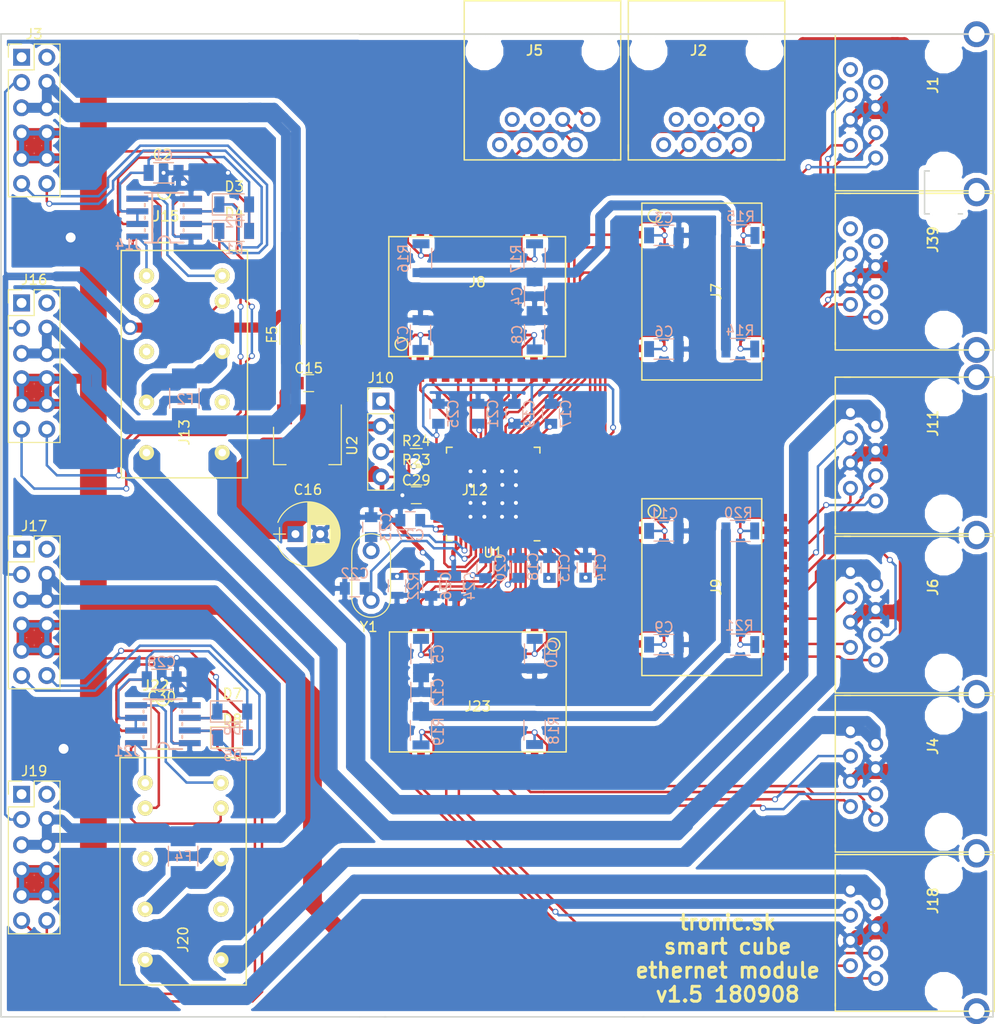
<source format=kicad_pcb>
(kicad_pcb (version 4) (host pcbnew 4.0.7)
  (layers (0 F.Cu signal) (31 B.Cu signal) (34 B.Paste user) (35 F.Paste user) (36 B.SilkS user) (37 F.SilkS user) (38 B.Mask user) (39 F.Mask user) (44 Edge.Cuts user))
  (net 0 "")
  (net 1 eth4-3)
  (net 2 eth4-1)
  (net 3 eth4-4)
  (net 4 eth4-2)
  (net 5 eth5-3)
  (net 6 eth5-1)
  (net 7 eth5-4)
  (net 8 eth5-2)
  (net 9 eth6-3)
  (net 10 eth6-1)
  (net 11 eth6-4)
  (net 12 eth6-2)
  (net 13 eth1-3)
  (net 14 eth1-1)
  (net 15 eth1-4)
  (net 16 eth1-2)
  (net 17 eth2-3)
  (net 18 eth2-1)
  (net 19 eth2-4)
  (net 20 eth2-2)
  (net 21 eth3-3)
  (net 22 eth3-1)
  (net 23 eth3-4)
  (net 24 eth3-2)
  (net 25 eth7-4)
  (net 26 eth7-2)
  (net 27 eth7-3)
  (net 28 eth7-1)
  (net 29 5v)
  (net 30 agnd)
  (net 31 "Net-(C7-Pad2)")
  (net 32 "Net-(C8-Pad2)")
  (net 33 "Net-(C3-Pad2)")
  (net 34 "Net-(C6-Pad2)")
  (net 35 "Net-(C4-Pad1)")
  (net 36 eth8-3)
  (net 37 eth8-1)
  (net 38 eth8-4)
  (net 39 eth8-2)
  (net 40 "Net-(C5-Pad2)")
  (net 41 "Net-(C9-Pad2)")
  (net 42 "Net-(C10-Pad2)")
  (net 43 "Net-(C11-Pad2)")
  (net 44 "Net-(C12-Pad1)")
  (net 45 3.3v)
  (net 46 xi)
  (net 47 xo)
  (net 48 rst)
  (net 49 sda)
  (net 50 12v)
  (net 51 1-up)
  (net 52 1-down)
  (net 53 2-up)
  (net 54 2-down)
  (net 55 3-up)
  (net 56 3-down)
  (net 57 4-up)
  (net 58 4-down)
  (net 59 "Net-(C1-Pad2)")
  (net 60 1-minus)
  (net 61 1-plus)
  (net 62 2-minus)
  (net 63 2-plus)
  (net 64 "Net-(C2-Pad2)")
  (net 65 "Net-(F2-Pad2)")
  (net 66 "Net-(C28-Pad2)")
  (net 67 "Net-(C30-Pad2)")
  (net 68 "Net-(F4-Pad2)")
  (net 69 4-minus)
  (net 70 4-plus)
  (net 71 3-plus)
  (net 72 3-minus)
  (net 73 5v-sw)
  (net 74 2-cam-out)
  (net 75 1-cam-out)
  (net 76 4-cam-out)
  (net 77 3-cam-out)
  (net 78 "Net-(C13-Pad1)")
  (net 79 rxip5)
  (net 80 rxin5)
  (net 81 txon5)
  (net 82 txop5)
  (net 83 txop4)
  (net 84 txon4)
  (net 85 rxin4)
  (net 86 rxip4)
  (net 87 rxip7)
  (net 88 rxin7)
  (net 89 txon7)
  (net 90 txop7)
  (net 91 txop6)
  (net 92 txon6)
  (net 93 rxin6)
  (net 94 rxip6)
  (net 95 rxip1)
  (net 96 rxin1)
  (net 97 txon1)
  (net 98 txop1)
  (net 99 txop0)
  (net 100 txon0)
  (net 101 rxin0)
  (net 102 rxip0)
  (net 103 scl)
  (net 104 rxip3)
  (net 105 rxin3)
  (net 106 txon3)
  (net 107 txop3)
  (net 108 txop2)
  (net 109 txon2)
  (net 110 rxin2)
  (net 111 rxip2)
  (net 112 "Net-(R22-Pad2)")
  (net 113 "Net-(J7-Pad15)")
  (net 114 "Net-(J7-Pad21)")
  (net 115 "Net-(J8-Pad15)")
  (net 116 "Net-(J8-Pad21)")
  (net 117 "Net-(J9-Pad15)")
  (net 118 "Net-(J9-Pad21)")
  (net 119 "Net-(J23-Pad15)")
  (net 120 "Net-(J23-Pad21)")
  (net 121 l8)
  (module psw-library:psw-latching-relay (layer F.Cu) (at 85.5345 71.1835 270)
    (fp_text reference J13 (at 10.668 -3.81 270) (layer F.SilkS))
    (fp_text value relay-1)
    (pad 10 thru_hole circle (at 12.7 -7.62 270) (size 1.524 1.524) (drill 0.762) (layers *.Cu *.Mask F.SilkS) (net 74 2-cam-out))
    (pad 9 thru_hole circle (at 12.7 0 270) (size 1.524 1.524) (drill 0.762) (layers *.Cu *.Mask F.SilkS) (net 75 1-cam-out))
    (pad 8 thru_hole circle (at 7.62 -7.62 270) (size 1.524 1.524) (drill 0.762) (layers *.Cu *.Mask F.SilkS))
    (pad 7 thru_hole circle (at 7.62 0 270) (size 1.524 1.524) (drill 0.762) (layers *.Cu *.Mask F.SilkS) (net 65 "Net-(F2-Pad2)"))
    (pad 6 thru_hole circle (at 2.54 -7.62 270) (size 1.524 1.524) (drill 0.762) (layers *.Cu *.Mask F.SilkS) (net 65 "Net-(F2-Pad2)"))
    (pad 5 thru_hole circle (at 2.54 0 270) (size 1.524 1.524) (drill 0.762) (layers *.Cu *.Mask F.SilkS))
    (pad 4 thru_hole circle (at -2.54 -7.62 270) (size 1.524 1.524) (drill 0.762) (layers *.Cu *.Mask F.SilkS) (net 62 2-minus))
    (pad 3 thru_hole circle (at -2.54 0 270) (size 1.524 1.524) (drill 0.762) (layers *.Cu *.Mask F.SilkS) (net 63 2-plus))
    (pad 1 thru_hole circle (at -5.08 0 270) (size 1.524 1.524) (drill 0.762) (layers *.Cu *.Mask F.SilkS) (net 61 1-plus))
    (pad 2 thru_hole circle (at -5.08 -7.62 270) (size 1.524 1.524) (drill 0.762) (layers *.Cu *.Mask F.SilkS) (net 60 1-minus))
  )
  (module conn-io:RJ45-TYCO-406549-psw-short (layer F.Cu) (at 160.68675 49.18075 180)
    (fp_text reference J1 (at -4.572 1.27 270) (layer F.SilkS) (effects (font (thickness 0.18)) (justify left bottom)))
    (fp_text value eth2 hide)
    (pad 7 thru_hole circle (at 1.778 2.54 180) (size 1.5 1.5) (drill 0.9) (layers *.Cu *.Mask))
    (pad 5 thru_hole circle (at 1.778 0 180) (size 1.5 1.5) (drill 0.9) (layers *.Cu *.Mask) (net 30 agnd))
    (pad 3 thru_hole circle (at 1.778 -2.54 180) (size 1.5 1.5) (drill 0.9) (layers *.Cu *.Mask) (net 17 eth2-3))
    (pad 1 thru_hole circle (at 1.778 -5.08 180) (size 1.5 1.5) (drill 0.9) (layers *.Cu *.Mask) (net 18 eth2-1))
    (pad 8 thru_hole circle (at 4.318 3.81 180) (size 1.5 1.5) (drill 0.9) (layers *.Cu *.Mask))
    (pad 6 thru_hole circle (at 4.318 1.27 180) (size 1.5 1.5) (drill 0.9) (layers *.Cu *.Mask) (net 19 eth2-4))
    (pad 4 thru_hole circle (at 4.318 -1.27 180) (size 1.5 1.5) (drill 0.9) (layers *.Cu *.Mask) (net 30 agnd))
    (pad 2 thru_hole circle (at 4.318 -3.81 180) (size 1.5 1.5) (drill 0.9) (layers *.Cu *.Mask) (net 20 eth2-2))
    (pad SH thru_hole circle (at -8.382 -8.382 180) (size 2.6 2.6) (drill 1.6) (layers *.Cu *.Mask))
    (pad SH thru_hole circle (at -8.382 7.366 180) (size 2.6 2.6) (drill 1.6) (layers *.Cu *.Mask))
    (pad "" np_thru_hole circle (at -5.08 -6.35 180) (size 2.8 2.8) (drill 2.8) (layers *.Cu))
    (pad "" np_thru_hole circle (at -5.08 5.334 180) (size 2.8 2.8) (drill 2.8) (layers *.Cu))
  )
  (module Capacitors_SMD:C_1206 (layer B.Cu) (at 87.249 55.753 180)
    (fp_text reference C1 (at 0 1.75 180) (layer B.SilkS) (effects (justify mirror)))
    (fp_text value C)
    (pad 1 smd rect (at -1.5 0 180) (size 1 1.6) (layers B.Cu B.Paste B.Mask) (net 30 agnd))
    (pad 2 smd rect (at 1.5 0 180) (size 1 1.6) (layers B.Cu B.Paste B.Mask) (net 59 "Net-(C1-Pad2)"))
  )
  (module Capacitors_SMD:C_1206 (layer F.Cu) (at 87.249 55.753 180)
    (fp_text reference C2 (at 0.127 1.8415 180) (layer F.SilkS))
    (fp_text value C)
    (pad 1 smd rect (at -1.5 0 180) (size 1 1.6) (layers F.Cu F.Paste F.Mask) (net 30 agnd))
    (pad 2 smd rect (at 1.5 0 180) (size 1 1.6) (layers F.Cu F.Paste F.Mask) (net 64 "Net-(C2-Pad2)"))
  )
  (module conn-io:RJ45-TYCO-406549-psw-short (layer F.Cu) (at 160.68675 99.66325 180)
    (fp_text reference J6 (at -4.572 1.27 270) (layer F.SilkS) (effects (font (thickness 0.18)) (justify left bottom)))
    (fp_text value eth5 hide)
    (pad 7 thru_hole circle (at 1.778 2.54 180) (size 1.5 1.5) (drill 0.9) (layers *.Cu *.Mask) (net 75 1-cam-out))
    (pad 5 thru_hole circle (at 1.778 0 180) (size 1.5 1.5) (drill 0.9) (layers *.Cu *.Mask) (net 30 agnd))
    (pad 3 thru_hole circle (at 1.778 -2.54 180) (size 1.5 1.5) (drill 0.9) (layers *.Cu *.Mask) (net 5 eth5-3))
    (pad 1 thru_hole circle (at 1.778 -5.08 180) (size 1.5 1.5) (drill 0.9) (layers *.Cu *.Mask) (net 6 eth5-1))
    (pad 8 thru_hole circle (at 4.318 3.81 180) (size 1.5 1.5) (drill 0.9) (layers *.Cu *.Mask) (net 75 1-cam-out))
    (pad 6 thru_hole circle (at 4.318 1.27 180) (size 1.5 1.5) (drill 0.9) (layers *.Cu *.Mask) (net 7 eth5-4))
    (pad 4 thru_hole circle (at 4.318 -1.27 180) (size 1.5 1.5) (drill 0.9) (layers *.Cu *.Mask) (net 30 agnd))
    (pad 2 thru_hole circle (at 4.318 -3.81 180) (size 1.5 1.5) (drill 0.9) (layers *.Cu *.Mask) (net 8 eth5-2))
    (pad SH thru_hole circle (at -8.382 -8.382 180) (size 2.6 2.6) (drill 1.6) (layers *.Cu *.Mask))
    (pad SH thru_hole circle (at -8.382 7.366 180) (size 2.6 2.6) (drill 1.6) (layers *.Cu *.Mask))
    (pad "" np_thru_hole circle (at -5.08 -6.35 180) (size 2.8 2.8) (drill 2.8) (layers *.Cu))
    (pad "" np_thru_hole circle (at -5.08 5.334 180) (size 2.8 2.8) (drill 2.8) (layers *.Cu))
  )
  (module psw-library:psw-rj-45-short-no-gnd (layer F.Cu) (at 124.87275 48.60925 270)
    (fp_text reference J5 (at -4.572 1.27 360) (layer F.SilkS) (effects (font (thickness 0.18)) (justify left bottom)))
    (fp_text value eth8 hide)
    (pad 7 thru_hole circle (at 1.778 2.54 270) (size 1.5 1.5) (drill 0.9) (layers *.Cu *.Mask))
    (pad 5 thru_hole circle (at 1.778 0 270) (size 1.5 1.5) (drill 0.9) (layers *.Cu *.Mask))
    (pad 3 thru_hole circle (at 1.778 -2.54 270) (size 1.5 1.5) (drill 0.9) (layers *.Cu *.Mask) (net 36 eth8-3))
    (pad 1 thru_hole circle (at 1.778 -5.08 270) (size 1.5 1.5) (drill 0.9) (layers *.Cu *.Mask) (net 37 eth8-1))
    (pad 8 thru_hole circle (at 4.318 3.81 270) (size 1.5 1.5) (drill 0.9) (layers *.Cu *.Mask))
    (pad 6 thru_hole circle (at 4.318 1.27 270) (size 1.5 1.5) (drill 0.9) (layers *.Cu *.Mask) (net 38 eth8-4))
    (pad 4 thru_hole circle (at 4.318 -1.27 270) (size 1.5 1.5) (drill 0.9) (layers *.Cu *.Mask))
    (pad 2 thru_hole circle (at 4.318 -3.81 270) (size 1.5 1.5) (drill 0.9) (layers *.Cu *.Mask) (net 39 eth8-2))
    (pad "" np_thru_hole circle (at -5.08 -6.35 270) (size 2.8 2.8) (drill 2.8) (layers *.Cu))
    (pad "" np_thru_hole circle (at -5.08 5.334 270) (size 2.8 2.8) (drill 2.8) (layers *.Cu))
  )
  (module conn-io:RJ45-TYCO-406549-psw-short (layer F.Cu) (at 160.68675 115.66525 180)
    (fp_text reference J4 (at -4.572 1.27 270) (layer F.SilkS) (effects (font (thickness 0.18)) (justify left bottom)))
    (fp_text value eth4 hide)
    (pad 7 thru_hole circle (at 1.778 2.54 180) (size 1.5 1.5) (drill 0.9) (layers *.Cu *.Mask) (net 76 4-cam-out))
    (pad 5 thru_hole circle (at 1.778 0 180) (size 1.5 1.5) (drill 0.9) (layers *.Cu *.Mask) (net 30 agnd))
    (pad 3 thru_hole circle (at 1.778 -2.54 180) (size 1.5 1.5) (drill 0.9) (layers *.Cu *.Mask) (net 1 eth4-3))
    (pad 1 thru_hole circle (at 1.778 -5.08 180) (size 1.5 1.5) (drill 0.9) (layers *.Cu *.Mask) (net 2 eth4-1))
    (pad 8 thru_hole circle (at 4.318 3.81 180) (size 1.5 1.5) (drill 0.9) (layers *.Cu *.Mask) (net 76 4-cam-out))
    (pad 6 thru_hole circle (at 4.318 1.27 180) (size 1.5 1.5) (drill 0.9) (layers *.Cu *.Mask) (net 3 eth4-4))
    (pad 4 thru_hole circle (at 4.318 -1.27 180) (size 1.5 1.5) (drill 0.9) (layers *.Cu *.Mask) (net 30 agnd))
    (pad 2 thru_hole circle (at 4.318 -3.81 180) (size 1.5 1.5) (drill 0.9) (layers *.Cu *.Mask) (net 4 eth4-2))
    (pad SH thru_hole circle (at -8.382 -8.382 180) (size 2.6 2.6) (drill 1.6) (layers *.Cu *.Mask))
    (pad SH thru_hole circle (at -8.382 7.366 180) (size 2.6 2.6) (drill 1.6) (layers *.Cu *.Mask))
    (pad "" np_thru_hole circle (at -5.08 -6.35 180) (size 2.8 2.8) (drill 2.8) (layers *.Cu))
    (pad "" np_thru_hole circle (at -5.08 5.334 180) (size 2.8 2.8) (drill 2.8) (layers *.Cu))
  )
  (module conn-io:RJ45-TYCO-406549-psw-short (layer F.Cu) (at 160.68675 83.66125 180)
    (fp_text reference J11 (at -4.572 1.27 270) (layer F.SilkS) (effects (font (thickness 0.18)) (justify left bottom)))
    (fp_text value eth6 hide)
    (pad 7 thru_hole circle (at 1.778 2.54 180) (size 1.5 1.5) (drill 0.9) (layers *.Cu *.Mask) (net 74 2-cam-out))
    (pad 5 thru_hole circle (at 1.778 0 180) (size 1.5 1.5) (drill 0.9) (layers *.Cu *.Mask) (net 30 agnd))
    (pad 3 thru_hole circle (at 1.778 -2.54 180) (size 1.5 1.5) (drill 0.9) (layers *.Cu *.Mask) (net 9 eth6-3))
    (pad 1 thru_hole circle (at 1.778 -5.08 180) (size 1.5 1.5) (drill 0.9) (layers *.Cu *.Mask) (net 10 eth6-1))
    (pad 8 thru_hole circle (at 4.318 3.81 180) (size 1.5 1.5) (drill 0.9) (layers *.Cu *.Mask) (net 74 2-cam-out))
    (pad 6 thru_hole circle (at 4.318 1.27 180) (size 1.5 1.5) (drill 0.9) (layers *.Cu *.Mask) (net 11 eth6-4))
    (pad 4 thru_hole circle (at 4.318 -1.27 180) (size 1.5 1.5) (drill 0.9) (layers *.Cu *.Mask) (net 30 agnd))
    (pad 2 thru_hole circle (at 4.318 -3.81 180) (size 1.5 1.5) (drill 0.9) (layers *.Cu *.Mask) (net 12 eth6-2))
    (pad SH thru_hole circle (at -8.382 -8.382 180) (size 2.6 2.6) (drill 1.6) (layers *.Cu *.Mask))
    (pad SH thru_hole circle (at -8.382 7.366 180) (size 2.6 2.6) (drill 1.6) (layers *.Cu *.Mask))
    (pad "" np_thru_hole circle (at -5.08 -6.35 180) (size 2.8 2.8) (drill 2.8) (layers *.Cu))
    (pad "" np_thru_hole circle (at -5.08 5.334 180) (size 2.8 2.8) (drill 2.8) (layers *.Cu))
  )
  (module conn-io:RJ45-TYCO-406549-psw-short (layer F.Cu) (at 160.68675 131.66725 180)
    (fp_text reference J18 (at -4.572 1.27 270) (layer F.SilkS) (effects (font (thickness 0.18)) (justify left bottom)))
    (fp_text value eth7 hide)
    (pad 7 thru_hole circle (at 1.778 2.54 180) (size 1.5 1.5) (drill 0.9) (layers *.Cu *.Mask) (net 77 3-cam-out))
    (pad 5 thru_hole circle (at 1.778 0 180) (size 1.5 1.5) (drill 0.9) (layers *.Cu *.Mask) (net 30 agnd))
    (pad 3 thru_hole circle (at 1.778 -2.54 180) (size 1.5 1.5) (drill 0.9) (layers *.Cu *.Mask) (net 27 eth7-3))
    (pad 1 thru_hole circle (at 1.778 -5.08 180) (size 1.5 1.5) (drill 0.9) (layers *.Cu *.Mask) (net 28 eth7-1))
    (pad 8 thru_hole circle (at 4.318 3.81 180) (size 1.5 1.5) (drill 0.9) (layers *.Cu *.Mask) (net 77 3-cam-out))
    (pad 6 thru_hole circle (at 4.318 1.27 180) (size 1.5 1.5) (drill 0.9) (layers *.Cu *.Mask) (net 25 eth7-4))
    (pad 4 thru_hole circle (at 4.318 -1.27 180) (size 1.5 1.5) (drill 0.9) (layers *.Cu *.Mask) (net 30 agnd))
    (pad 2 thru_hole circle (at 4.318 -3.81 180) (size 1.5 1.5) (drill 0.9) (layers *.Cu *.Mask) (net 26 eth7-2))
    (pad SH thru_hole circle (at -8.382 -8.382 180) (size 2.6 2.6) (drill 1.6) (layers *.Cu *.Mask))
    (pad SH thru_hole circle (at -8.382 7.366 180) (size 2.6 2.6) (drill 1.6) (layers *.Cu *.Mask))
    (pad "" np_thru_hole circle (at -5.08 -6.35 180) (size 2.8 2.8) (drill 2.8) (layers *.Cu))
    (pad "" np_thru_hole circle (at -5.08 5.334 180) (size 2.8 2.8) (drill 2.8) (layers *.Cu))
  )
  (module conn-io:RJ45-TYCO-406549-psw-short (layer F.Cu) (at 160.68675 65.18275 180)
    (fp_text reference J39 (at -4.572 1.27 270) (layer F.SilkS) (effects (font (thickness 0.18)) (justify left bottom)))
    (fp_text value eth1 hide)
    (pad 7 thru_hole circle (at 1.778 2.54 180) (size 1.5 1.5) (drill 0.9) (layers *.Cu *.Mask))
    (pad 5 thru_hole circle (at 1.778 0 180) (size 1.5 1.5) (drill 0.9) (layers *.Cu *.Mask) (net 30 agnd))
    (pad 3 thru_hole circle (at 1.778 -2.54 180) (size 1.5 1.5) (drill 0.9) (layers *.Cu *.Mask) (net 13 eth1-3))
    (pad 1 thru_hole circle (at 1.778 -5.08 180) (size 1.5 1.5) (drill 0.9) (layers *.Cu *.Mask) (net 14 eth1-1))
    (pad 8 thru_hole circle (at 4.318 3.81 180) (size 1.5 1.5) (drill 0.9) (layers *.Cu *.Mask))
    (pad 6 thru_hole circle (at 4.318 1.27 180) (size 1.5 1.5) (drill 0.9) (layers *.Cu *.Mask) (net 15 eth1-4))
    (pad 4 thru_hole circle (at 4.318 -1.27 180) (size 1.5 1.5) (drill 0.9) (layers *.Cu *.Mask) (net 30 agnd))
    (pad 2 thru_hole circle (at 4.318 -3.81 180) (size 1.5 1.5) (drill 0.9) (layers *.Cu *.Mask) (net 16 eth1-2))
    (pad SH thru_hole circle (at -8.382 -8.382 180) (size 2.6 2.6) (drill 1.6) (layers *.Cu *.Mask))
    (pad SH thru_hole circle (at -8.382 7.366 180) (size 2.6 2.6) (drill 1.6) (layers *.Cu *.Mask))
    (pad "" np_thru_hole circle (at -5.08 -6.35 180) (size 2.8 2.8) (drill 2.8) (layers *.Cu))
    (pad "" np_thru_hole circle (at -5.08 5.334 180) (size 2.8 2.8) (drill 2.8) (layers *.Cu))
  )
  (module psw-library:psw-rj-45-short-no-gnd (layer F.Cu) (at 141.38275 48.60925 270)
    (fp_text reference J2 (at -4.572 1.27 360) (layer F.SilkS) (effects (font (thickness 0.18)) (justify left bottom)))
    (fp_text value eth3 hide)
    (pad 7 thru_hole circle (at 1.778 2.54 270) (size 1.5 1.5) (drill 0.9) (layers *.Cu *.Mask))
    (pad 5 thru_hole circle (at 1.778 0 270) (size 1.5 1.5) (drill 0.9) (layers *.Cu *.Mask))
    (pad 3 thru_hole circle (at 1.778 -2.54 270) (size 1.5 1.5) (drill 0.9) (layers *.Cu *.Mask) (net 21 eth3-3))
    (pad 1 thru_hole circle (at 1.778 -5.08 270) (size 1.5 1.5) (drill 0.9) (layers *.Cu *.Mask) (net 22 eth3-1))
    (pad 8 thru_hole circle (at 4.318 3.81 270) (size 1.5 1.5) (drill 0.9) (layers *.Cu *.Mask))
    (pad 6 thru_hole circle (at 4.318 1.27 270) (size 1.5 1.5) (drill 0.9) (layers *.Cu *.Mask) (net 23 eth3-4))
    (pad 4 thru_hole circle (at 4.318 -1.27 270) (size 1.5 1.5) (drill 0.9) (layers *.Cu *.Mask))
    (pad 2 thru_hole circle (at 4.318 -3.81 270) (size 1.5 1.5) (drill 0.9) (layers *.Cu *.Mask) (net 24 eth3-2))
    (pad "" np_thru_hole circle (at -5.08 -6.35 270) (size 2.8 2.8) (drill 2.8) (layers *.Cu))
    (pad "" np_thru_hole circle (at -5.08 5.334 270) (size 2.8 2.8) (drill 2.8) (layers *.Cu))
  )
  (module Resistors_SMD:R_1206 (layer B.Cu) (at 145.288 73.4695 180)
    (fp_text reference R14 (at 0.0254 1.8669 180) (layer B.SilkS) (effects (justify mirror)))
    (fp_text value R)
    (pad 1 smd rect (at -1.45 0 180) (size 0.9 1.7) (layers B.Cu B.Paste B.Mask) (net 113 "Net-(J7-Pad15)"))
    (pad 2 smd rect (at 1.45 0 180) (size 0.9 1.7) (layers B.Cu B.Paste B.Mask) (net 35 "Net-(C4-Pad1)"))
  )
  (module Resistors_SMD:R_1206 (layer B.Cu) (at 145.3134 62.0522 180)
    (fp_text reference R15 (at 0 1.905 180) (layer B.SilkS) (effects (justify mirror)))
    (fp_text value R)
    (pad 1 smd rect (at -1.45 0 180) (size 0.9 1.7) (layers B.Cu B.Paste B.Mask) (net 114 "Net-(J7-Pad21)"))
    (pad 2 smd rect (at 1.45 0 180) (size 0.9 1.7) (layers B.Cu B.Paste B.Mask) (net 35 "Net-(C4-Pad1)"))
  )
  (module Resistors_SMD:R_1206 (layer B.Cu) (at 113.157 64.3382 270)
    (fp_text reference R16 (at 0.0254 1.778 270) (layer B.SilkS) (effects (justify mirror)))
    (fp_text value R)
    (pad 1 smd rect (at -1.45 0 270) (size 0.9 1.7) (layers B.Cu B.Paste B.Mask) (net 116 "Net-(J8-Pad21)"))
    (pad 2 smd rect (at 1.45 0 270) (size 0.9 1.7) (layers B.Cu B.Paste B.Mask) (net 35 "Net-(C4-Pad1)"))
  )
  (module Resistors_SMD:R_1206 (layer B.Cu) (at 124.587 64.3382 270)
    (fp_text reference R17 (at 0.0508 1.8542 270) (layer B.SilkS) (effects (justify mirror)))
    (fp_text value R)
    (pad 1 smd rect (at -1.45 0 270) (size 0.9 1.7) (layers B.Cu B.Paste B.Mask) (net 115 "Net-(J8-Pad15)"))
    (pad 2 smd rect (at 1.45 0 270) (size 0.9 1.7) (layers B.Cu B.Paste B.Mask) (net 35 "Net-(C4-Pad1)"))
  )
  (module Resistors_SMD:R_1206 (layer B.Cu) (at 124.587 111.7854 90)
    (fp_text reference R18 (at -0.0254 1.9304 90) (layer B.SilkS) (effects (justify mirror)))
    (fp_text value R)
    (pad 1 smd rect (at -1.45 0 90) (size 0.9 1.7) (layers B.Cu B.Paste B.Mask) (net 120 "Net-(J23-Pad21)"))
    (pad 2 smd rect (at 1.45 0 90) (size 0.9 1.7) (layers B.Cu B.Paste B.Mask) (net 44 "Net-(C12-Pad1)"))
  )
  (module Resistors_SMD:R_1206 (layer B.Cu) (at 113.157 111.8235 90)
    (fp_text reference R19 (at -0.1143 1.778 90) (layer B.SilkS) (effects (justify mirror)))
    (fp_text value R)
    (pad 1 smd rect (at -1.45 0 90) (size 0.9 1.7) (layers B.Cu B.Paste B.Mask) (net 119 "Net-(J23-Pad15)"))
    (pad 2 smd rect (at 1.45 0 90) (size 0.9 1.7) (layers B.Cu B.Paste B.Mask) (net 44 "Net-(C12-Pad1)"))
  )
  (module Resistors_SMD:R_1206 (layer B.Cu) (at 145.288 91.7575 180)
    (fp_text reference R20 (at 0.2032 1.8161 180) (layer B.SilkS) (effects (justify mirror)))
    (fp_text value R)
    (pad 1 smd rect (at -1.45 0 180) (size 0.9 1.7) (layers B.Cu B.Paste B.Mask) (net 118 "Net-(J9-Pad21)"))
    (pad 2 smd rect (at 1.45 0 180) (size 0.9 1.7) (layers B.Cu B.Paste B.Mask) (net 44 "Net-(C12-Pad1)"))
  )
  (module Resistors_SMD:R_1206 (layer B.Cu) (at 145.288 103.1875 180)
    (fp_text reference R21 (at 0.1016 1.9177 180) (layer B.SilkS) (effects (justify mirror)))
    (fp_text value R)
    (pad 1 smd rect (at -1.45 0 180) (size 0.9 1.7) (layers B.Cu B.Paste B.Mask) (net 117 "Net-(J9-Pad15)"))
    (pad 2 smd rect (at 1.45 0 180) (size 0.9 1.7) (layers B.Cu B.Paste B.Mask) (net 44 "Net-(C12-Pad1)"))
  )
  (module Capacitors_THT:CP_Radial_D6.3mm_P2.50mm (layer F.Cu) (at 100.5205 92.075)
    (fp_text reference C16 (at 1.25 -4.46) (layer F.SilkS))
    (fp_text value C)
    (pad 1 thru_hole rect (at 0 0) (size 1.6 1.6) (drill 0.8) (layers *.Cu *.Mask) (net 45 3.3v))
    (pad 2 thru_hole circle (at 2.5 0) (size 1.6 1.6) (drill 0.8) (layers *.Cu *.Mask) (net 30 agnd))
  )
  (module Crystals:Resonator-2pin_w8.0mm_h3.5mm (layer F.Cu) (at 108.1405 98.7425 90)
    (fp_text reference Y1 (at -2.667 -0.254 180) (layer F.SilkS))
    (fp_text value Crystal)
    (pad 1 thru_hole circle (at 0 0 90) (size 1.7 1.7) (drill 1) (layers *.Cu *.Mask) (net 46 xi))
    (pad 2 thru_hole circle (at 5 0 90) (size 1.7 1.7) (drill 1) (layers *.Cu *.Mask) (net 47 xo))
  )
  (module TO_SOT_Packages_SMD:SOT-223-3_TabPin2 (layer F.Cu) (at 101.727 83.185 270)
    (fp_text reference U2 (at 0 -4.5 270) (layer F.SilkS))
    (fp_text value AP1117-33)
    (pad 2 smd rect (at 3.15 0 270) (size 2 3.8) (layers F.Cu F.Paste F.Mask) (net 45 3.3v))
    (pad 2 smd rect (at -3.15 0 270) (size 2 1.5) (layers F.Cu F.Paste F.Mask) (net 45 3.3v))
    (pad 3 smd rect (at -3.15 2.3 270) (size 2 1.5) (layers F.Cu F.Paste F.Mask) (net 73 5v-sw))
    (pad 1 smd rect (at -3.15 -2.3 270) (size 2 1.5) (layers F.Cu F.Paste F.Mask) (net 30 agnd))
  )
  (module Pin_Headers:Pin_Header_Straight_1x04_Pitch2.54mm (layer F.Cu) (at 109.12475 78.70825)
    (fp_text reference J10 (at 0 -2.33) (layer F.SilkS))
    (fp_text value i2c)
    (pad 1 thru_hole rect (at 0 0) (size 1.7 1.7) (drill 1) (layers *.Cu *.Mask) (net 103 scl))
    (pad 2 thru_hole oval (at 0 2.54) (size 1.7 1.7) (drill 1) (layers *.Cu *.Mask) (net 30 agnd))
    (pad 3 thru_hole oval (at 0 5.08) (size 1.7 1.7) (drill 1) (layers *.Cu *.Mask) (net 49 sda))
    (pad 4 thru_hole oval (at 0 7.62) (size 1.7 1.7) (drill 1) (layers *.Cu *.Mask) (net 45 3.3v))
  )
  (module smt-soic:8 (layer B.Cu) (at 87.3125 60.2615 90)
    (fp_text reference J14 (at -3.302 -2.159 360) (layer B.SilkS) (effects (font (thickness 0.18)) (justify left bottom mirror)))
    (fp_text value h-bridge-1 hide)
    (pad 2 smd rect (at -0.635 -2.7 90) (size 0.6 2.2) (layers B.Cu B.Paste B.Mask) (net 59 "Net-(C1-Pad2)"))
    (pad 7 smd rect (at -0.635 2.7 90) (size 0.6 2.2) (layers B.Cu B.Paste B.Mask) (net 51 1-up))
    (pad 1 smd rect (at -1.905 -2.7 90) (size 0.6 2.2) (layers B.Cu B.Paste B.Mask) (net 61 1-plus))
    (pad 3 smd rect (at 0.635 -2.7 90) (size 0.6 2.2) (layers B.Cu B.Paste B.Mask) (net 59 "Net-(C1-Pad2)"))
    (pad 4 smd rect (at 1.905 -2.7 90) (size 0.6 2.2) (layers B.Cu B.Paste B.Mask) (net 60 1-minus))
    (pad 8 smd rect (at -1.905 2.7 90) (size 0.6 2.2) (layers B.Cu B.Paste B.Mask) (net 30 agnd))
    (pad 6 smd rect (at 0.635 2.7 90) (size 0.6 2.2) (layers B.Cu B.Paste B.Mask) (net 52 1-down))
    (pad 5 smd rect (at 1.905 2.7 90) (size 0.6 2.2) (layers B.Cu B.Paste B.Mask) (net 30 agnd))
  )
  (module Diodes_SMD:D_1206 (layer B.Cu) (at 94.361 61.595)
    (fp_text reference D1 (at 0 1.8) (layer B.SilkS) (effects (justify mirror)))
    (fp_text value D)
    (pad 1 smd rect (at -1.5 0) (size 1 1.6) (layers B.Cu B.Paste B.Mask) (net 51 1-up))
    (pad 2 smd rect (at 1.5 0) (size 1 1.6) (layers B.Cu B.Paste B.Mask) (net 59 "Net-(C1-Pad2)"))
  )
  (module Diodes_SMD:D_1206 (layer B.Cu) (at 94.361 58.928)
    (fp_text reference D2 (at 0 1.8) (layer B.SilkS) (effects (justify mirror)))
    (fp_text value D)
    (pad 1 smd rect (at -1.5 0) (size 1 1.6) (layers B.Cu B.Paste B.Mask) (net 52 1-down))
    (pad 2 smd rect (at 1.5 0) (size 1 1.6) (layers B.Cu B.Paste B.Mask) (net 59 "Net-(C1-Pad2)"))
  )
  (module Diodes_SMD:D_1206 (layer F.Cu) (at 94.361 58.928)
    (fp_text reference D3 (at 0 -1.8) (layer F.SilkS))
    (fp_text value D)
    (pad 1 smd rect (at -1.5 0) (size 1 1.6) (layers F.Cu F.Paste F.Mask) (net 53 2-up))
    (pad 2 smd rect (at 1.5 0) (size 1 1.6) (layers F.Cu F.Paste F.Mask) (net 64 "Net-(C2-Pad2)"))
  )
  (module Diodes_SMD:D_1206 (layer F.Cu) (at 94.361 61.595)
    (fp_text reference D4 (at 0 -1.8) (layer F.SilkS))
    (fp_text value D)
    (pad 1 smd rect (at -1.5 0) (size 1 1.6) (layers F.Cu F.Paste F.Mask) (net 54 2-down))
    (pad 2 smd rect (at 1.5 0) (size 1 1.6) (layers F.Cu F.Paste F.Mask) (net 64 "Net-(C2-Pad2)"))
  )
  (module smt-soic:8 (layer F.Cu) (at 87.3125 60.2615 270)
    (fp_text reference J15 (at 0.4445 1.27 360) (layer F.SilkS) (effects (font (thickness 0.18)) (justify left bottom)))
    (fp_text value h-bridge-1 hide)
    (pad 2 smd rect (at -0.635 2.7 270) (size 0.6 2.2) (layers F.Cu F.Paste F.Mask) (net 64 "Net-(C2-Pad2)"))
    (pad 7 smd rect (at -0.635 -2.7 270) (size 0.6 2.2) (layers F.Cu F.Paste F.Mask) (net 53 2-up))
    (pad 1 smd rect (at -1.905 2.7 270) (size 0.6 2.2) (layers F.Cu F.Paste F.Mask) (net 63 2-plus))
    (pad 3 smd rect (at 0.635 2.7 270) (size 0.6 2.2) (layers F.Cu F.Paste F.Mask) (net 64 "Net-(C2-Pad2)"))
    (pad 4 smd rect (at 1.905 2.7 270) (size 0.6 2.2) (layers F.Cu F.Paste F.Mask) (net 62 2-minus))
    (pad 8 smd rect (at -1.905 -2.7 270) (size 0.6 2.2) (layers F.Cu F.Paste F.Mask) (net 30 agnd))
    (pad 6 smd rect (at 0.635 -2.7 270) (size 0.6 2.2) (layers F.Cu F.Paste F.Mask) (net 54 2-down))
    (pad 5 smd rect (at 1.905 -2.7 270) (size 0.6 2.2) (layers F.Cu F.Paste F.Mask) (net 30 agnd))
  )
  (module Resistors_SMD:R_1210_HandSoldering (layer B.Cu) (at 89.3445 78.4225 90)
    (fp_text reference F2 (at -0.1143 0.0889 180) (layer B.SilkS) (effects (justify mirror)))
    (fp_text value Fuse)
    (pad 1 smd rect (at -2 0 90) (size 2 2.5) (layers B.Cu B.Paste B.Mask) (net 50 12v))
    (pad 2 smd rect (at 2 0 90) (size 2 2.5) (layers B.Cu B.Paste B.Mask) (net 65 "Net-(F2-Pad2)"))
  )
  (module Capacitors_SMD:C_1206 (layer B.Cu) (at 87.0585 106.68 180)
    (fp_text reference C28 (at 0 1.75 180) (layer B.SilkS) (effects (justify mirror)))
    (fp_text value C)
    (pad 1 smd rect (at -1.5 0 180) (size 1 1.6) (layers B.Cu B.Paste B.Mask) (net 30 agnd))
    (pad 2 smd rect (at 1.5 0 180) (size 1 1.6) (layers B.Cu B.Paste B.Mask) (net 66 "Net-(C28-Pad2)"))
  )
  (module Capacitors_SMD:C_1206 (layer F.Cu) (at 87.0585 106.68 180)
    (fp_text reference C30 (at 0 -1.75 180) (layer F.SilkS))
    (fp_text value C)
    (pad 1 smd rect (at -1.5 0 180) (size 1 1.6) (layers F.Cu F.Paste F.Mask) (net 30 agnd))
    (pad 2 smd rect (at 1.5 0 180) (size 1 1.6) (layers F.Cu F.Paste F.Mask) (net 67 "Net-(C30-Pad2)"))
  )
  (module Diodes_SMD:D_1206 (layer B.Cu) (at 94.234 112.5855)
    (fp_text reference D5 (at 0 1.8) (layer B.SilkS) (effects (justify mirror)))
    (fp_text value D)
    (pad 1 smd rect (at -1.5 0) (size 1 1.6) (layers B.Cu B.Paste B.Mask) (net 55 3-up))
    (pad 2 smd rect (at 1.5 0) (size 1 1.6) (layers B.Cu B.Paste B.Mask) (net 66 "Net-(C28-Pad2)"))
  )
  (module Diodes_SMD:D_1206 (layer B.Cu) (at 94.1705 109.9185)
    (fp_text reference D6 (at 0 1.8) (layer B.SilkS) (effects (justify mirror)))
    (fp_text value D)
    (pad 1 smd rect (at -1.5 0) (size 1 1.6) (layers B.Cu B.Paste B.Mask) (net 56 3-down))
    (pad 2 smd rect (at 1.5 0) (size 1 1.6) (layers B.Cu B.Paste B.Mask) (net 66 "Net-(C28-Pad2)"))
  )
  (module Diodes_SMD:D_1206 (layer F.Cu) (at 94.1705 109.9185)
    (fp_text reference D7 (at 0 -1.8) (layer F.SilkS))
    (fp_text value D)
    (pad 1 smd rect (at -1.5 0) (size 1 1.6) (layers F.Cu F.Paste F.Mask) (net 57 4-up))
    (pad 2 smd rect (at 1.5 0) (size 1 1.6) (layers F.Cu F.Paste F.Mask) (net 67 "Net-(C30-Pad2)"))
  )
  (module Diodes_SMD:D_1206 (layer F.Cu) (at 94.1705 112.522)
    (fp_text reference D8 (at 0 -1.8) (layer F.SilkS))
    (fp_text value D)
    (pad 1 smd rect (at -1.5 0) (size 1 1.6) (layers F.Cu F.Paste F.Mask) (net 58 4-down))
    (pad 2 smd rect (at 1.5 0) (size 1 1.6) (layers F.Cu F.Paste F.Mask) (net 67 "Net-(C30-Pad2)"))
  )
  (module Resistors_SMD:R_1210_HandSoldering (layer B.Cu) (at 89.2175 124.46 270)
    (fp_text reference F4 (at 0.0508 -0.0127 360) (layer B.SilkS) (effects (justify mirror)))
    (fp_text value Fuse)
    (pad 1 smd rect (at -2 0 270) (size 2 2.5) (layers B.Cu B.Paste B.Mask) (net 50 12v))
    (pad 2 smd rect (at 2 0 270) (size 2 2.5) (layers B.Cu B.Paste B.Mask) (net 68 "Net-(F4-Pad2)"))
  )
  (module psw-library:psw-latching-relay (layer F.Cu) (at 85.4075 122.174 270)
    (fp_text reference J20 (at 10.668 -3.81 270) (layer F.SilkS))
    (fp_text value relay-1)
    (pad 10 thru_hole circle (at 12.7 -7.62 270) (size 1.524 1.524) (drill 0.762) (layers *.Cu *.Mask F.SilkS) (net 76 4-cam-out))
    (pad 9 thru_hole circle (at 12.7 0 270) (size 1.524 1.524) (drill 0.762) (layers *.Cu *.Mask F.SilkS) (net 77 3-cam-out))
    (pad 8 thru_hole circle (at 7.62 -7.62 270) (size 1.524 1.524) (drill 0.762) (layers *.Cu *.Mask F.SilkS))
    (pad 7 thru_hole circle (at 7.62 0 270) (size 1.524 1.524) (drill 0.762) (layers *.Cu *.Mask F.SilkS) (net 68 "Net-(F4-Pad2)"))
    (pad 6 thru_hole circle (at 2.54 -7.62 270) (size 1.524 1.524) (drill 0.762) (layers *.Cu *.Mask F.SilkS) (net 68 "Net-(F4-Pad2)"))
    (pad 5 thru_hole circle (at 2.54 0 270) (size 1.524 1.524) (drill 0.762) (layers *.Cu *.Mask F.SilkS))
    (pad 4 thru_hole circle (at -2.54 -7.62 270) (size 1.524 1.524) (drill 0.762) (layers *.Cu *.Mask F.SilkS) (net 69 4-minus))
    (pad 3 thru_hole circle (at -2.54 0 270) (size 1.524 1.524) (drill 0.762) (layers *.Cu *.Mask F.SilkS) (net 70 4-plus))
    (pad 1 thru_hole circle (at -5.08 0 270) (size 1.524 1.524) (drill 0.762) (layers *.Cu *.Mask F.SilkS) (net 71 3-plus))
    (pad 2 thru_hole circle (at -5.08 -7.62 270) (size 1.524 1.524) (drill 0.762) (layers *.Cu *.Mask F.SilkS) (net 72 3-minus))
  )
  (module smt-soic:8 (layer B.Cu) (at 87.1855 111.1885 90)
    (fp_text reference J21 (at -3.302 -2.159 360) (layer B.SilkS) (effects (font (thickness 0.18)) (justify left bottom mirror)))
    (fp_text value h-bridge-1 hide)
    (pad 2 smd rect (at -0.635 -2.7 90) (size 0.6 2.2) (layers B.Cu B.Paste B.Mask) (net 66 "Net-(C28-Pad2)"))
    (pad 7 smd rect (at -0.635 2.7 90) (size 0.6 2.2) (layers B.Cu B.Paste B.Mask) (net 55 3-up))
    (pad 1 smd rect (at -1.905 -2.7 90) (size 0.6 2.2) (layers B.Cu B.Paste B.Mask) (net 71 3-plus))
    (pad 3 smd rect (at 0.635 -2.7 90) (size 0.6 2.2) (layers B.Cu B.Paste B.Mask) (net 66 "Net-(C28-Pad2)"))
    (pad 4 smd rect (at 1.905 -2.7 90) (size 0.6 2.2) (layers B.Cu B.Paste B.Mask) (net 72 3-minus))
    (pad 8 smd rect (at -1.905 2.7 90) (size 0.6 2.2) (layers B.Cu B.Paste B.Mask) (net 30 agnd))
    (pad 6 smd rect (at 0.635 2.7 90) (size 0.6 2.2) (layers B.Cu B.Paste B.Mask) (net 56 3-down))
    (pad 5 smd rect (at 1.905 2.7 90) (size 0.6 2.2) (layers B.Cu B.Paste B.Mask) (net 30 agnd))
  )
  (module smt-soic:8 (layer F.Cu) (at 87.1855 111.1885 270)
    (fp_text reference J22 (at -3.302 2.159 360) (layer F.SilkS) (effects (font (thickness 0.18)) (justify left bottom)))
    (fp_text value h-bridge-1 hide)
    (pad 2 smd rect (at -0.635 2.7 270) (size 0.6 2.2) (layers F.Cu F.Paste F.Mask) (net 67 "Net-(C30-Pad2)"))
    (pad 7 smd rect (at -0.635 -2.7 270) (size 0.6 2.2) (layers F.Cu F.Paste F.Mask) (net 57 4-up))
    (pad 1 smd rect (at -1.905 2.7 270) (size 0.6 2.2) (layers F.Cu F.Paste F.Mask) (net 70 4-plus))
    (pad 3 smd rect (at 0.635 2.7 270) (size 0.6 2.2) (layers F.Cu F.Paste F.Mask) (net 67 "Net-(C30-Pad2)"))
    (pad 4 smd rect (at 1.905 2.7 270) (size 0.6 2.2) (layers F.Cu F.Paste F.Mask) (net 69 4-minus))
    (pad 8 smd rect (at -1.905 -2.7 270) (size 0.6 2.2) (layers F.Cu F.Paste F.Mask) (net 30 agnd))
    (pad 6 smd rect (at 0.635 -2.7 270) (size 0.6 2.2) (layers F.Cu F.Paste F.Mask) (net 58 4-down))
    (pad 5 smd rect (at 1.905 -2.7 270) (size 0.6 2.2) (layers F.Cu F.Paste F.Mask) (net 30 agnd))
  )
  (module Resistors_SMD:R_1206_HandSoldering (layer F.Cu) (at 100.0125 72.009 90)
    (fp_text reference F5 (at 0 -1.85 90) (layer F.SilkS))
    (fp_text value Fuse)
    (pad 1 smd rect (at -2 0 90) (size 2 1.7) (layers F.Cu F.Paste F.Mask) (net 73 5v-sw))
    (pad 2 smd rect (at 2 0 90) (size 2 1.7) (layers F.Cu F.Paste F.Mask) (net 29 5v))
  )
  (module Pin_Headers:Pin_Header_Straight_2x06_Pitch2.54mm (layer F.Cu) (at 72.9615 68.834)
    (fp_text reference J16 (at 1.27 -2.33) (layer F.SilkS))
    (fp_text value pwr)
    (pad 1 thru_hole rect (at 0 0) (size 1.7 1.7) (drill 1) (layers *.Cu *.Mask))
    (pad 2 thru_hole oval (at 2.54 0) (size 1.7 1.7) (drill 1) (layers *.Cu *.Mask))
    (pad 3 thru_hole oval (at 0 2.54) (size 1.7 1.7) (drill 1) (layers *.Cu *.Mask) (net 29 5v))
    (pad 4 thru_hole oval (at 2.54 2.54) (size 1.7 1.7) (drill 1) (layers *.Cu *.Mask) (net 50 12v))
    (pad 5 thru_hole oval (at 0 5.08) (size 1.7 1.7) (drill 1) (layers *.Cu *.Mask) (net 50 12v))
    (pad 6 thru_hole oval (at 2.54 5.08) (size 1.7 1.7) (drill 1) (layers *.Cu *.Mask) (net 50 12v))
    (pad 7 thru_hole oval (at 0 7.62) (size 1.7 1.7) (drill 1) (layers *.Cu *.Mask) (net 30 agnd))
    (pad 8 thru_hole oval (at 2.54 7.62) (size 1.7 1.7) (drill 1) (layers *.Cu *.Mask) (net 30 agnd))
    (pad 9 thru_hole oval (at 0 10.16) (size 1.7 1.7) (drill 1) (layers *.Cu *.Mask) (net 30 agnd))
    (pad 10 thru_hole oval (at 2.54 10.16) (size 1.7 1.7) (drill 1) (layers *.Cu *.Mask) (net 30 agnd))
    (pad 11 thru_hole oval (at 0 12.7) (size 1.7 1.7) (drill 1) (layers *.Cu *.Mask) (net 53 2-up))
    (pad 12 thru_hole oval (at 2.54 12.7) (size 1.7 1.7) (drill 1) (layers *.Cu *.Mask) (net 54 2-down))
  )
  (module Pin_Headers:Pin_Header_Straight_2x06_Pitch2.54mm (layer F.Cu) (at 72.9615 44.1325)
    (fp_text reference J3 (at 1.27 -2.33) (layer F.SilkS))
    (fp_text value pwr)
    (pad 1 thru_hole rect (at 0 0) (size 1.7 1.7) (drill 1) (layers *.Cu *.Mask))
    (pad 2 thru_hole oval (at 2.54 0) (size 1.7 1.7) (drill 1) (layers *.Cu *.Mask))
    (pad 3 thru_hole oval (at 0 2.54) (size 1.7 1.7) (drill 1) (layers *.Cu *.Mask) (net 29 5v))
    (pad 4 thru_hole oval (at 2.54 2.54) (size 1.7 1.7) (drill 1) (layers *.Cu *.Mask) (net 50 12v))
    (pad 5 thru_hole oval (at 0 5.08) (size 1.7 1.7) (drill 1) (layers *.Cu *.Mask) (net 50 12v))
    (pad 6 thru_hole oval (at 2.54 5.08) (size 1.7 1.7) (drill 1) (layers *.Cu *.Mask) (net 50 12v))
    (pad 7 thru_hole oval (at 0 7.62) (size 1.7 1.7) (drill 1) (layers *.Cu *.Mask) (net 30 agnd))
    (pad 8 thru_hole oval (at 2.54 7.62) (size 1.7 1.7) (drill 1) (layers *.Cu *.Mask) (net 30 agnd))
    (pad 9 thru_hole oval (at 0 10.16) (size 1.7 1.7) (drill 1) (layers *.Cu *.Mask) (net 30 agnd))
    (pad 10 thru_hole oval (at 2.54 10.16) (size 1.7 1.7) (drill 1) (layers *.Cu *.Mask) (net 30 agnd))
    (pad 11 thru_hole oval (at 0 12.7) (size 1.7 1.7) (drill 1) (layers *.Cu *.Mask) (net 51 1-up))
    (pad 12 thru_hole oval (at 2.54 12.7) (size 1.7 1.7) (drill 1) (layers *.Cu *.Mask) (net 52 1-down))
  )
  (module Pin_Headers:Pin_Header_Straight_2x06_Pitch2.54mm (layer F.Cu) (at 72.9615 93.599)
    (fp_text reference J17 (at 1.27 -2.33) (layer F.SilkS))
    (fp_text value pwr)
    (pad 1 thru_hole rect (at 0 0) (size 1.7 1.7) (drill 1) (layers *.Cu *.Mask))
    (pad 2 thru_hole oval (at 2.54 0) (size 1.7 1.7) (drill 1) (layers *.Cu *.Mask))
    (pad 3 thru_hole oval (at 0 2.54) (size 1.7 1.7) (drill 1) (layers *.Cu *.Mask) (net 29 5v))
    (pad 4 thru_hole oval (at 2.54 2.54) (size 1.7 1.7) (drill 1) (layers *.Cu *.Mask) (net 50 12v))
    (pad 5 thru_hole oval (at 0 5.08) (size 1.7 1.7) (drill 1) (layers *.Cu *.Mask) (net 50 12v))
    (pad 6 thru_hole oval (at 2.54 5.08) (size 1.7 1.7) (drill 1) (layers *.Cu *.Mask) (net 50 12v))
    (pad 7 thru_hole oval (at 0 7.62) (size 1.7 1.7) (drill 1) (layers *.Cu *.Mask) (net 30 agnd))
    (pad 8 thru_hole oval (at 2.54 7.62) (size 1.7 1.7) (drill 1) (layers *.Cu *.Mask) (net 30 agnd))
    (pad 9 thru_hole oval (at 0 10.16) (size 1.7 1.7) (drill 1) (layers *.Cu *.Mask) (net 30 agnd))
    (pad 10 thru_hole oval (at 2.54 10.16) (size 1.7 1.7) (drill 1) (layers *.Cu *.Mask) (net 30 agnd))
    (pad 11 thru_hole oval (at 0 12.7) (size 1.7 1.7) (drill 1) (layers *.Cu *.Mask) (net 55 3-up))
    (pad 12 thru_hole oval (at 2.54 12.7) (size 1.7 1.7) (drill 1) (layers *.Cu *.Mask) (net 56 3-down))
  )
  (module Pin_Headers:Pin_Header_Straight_2x06_Pitch2.54mm (layer F.Cu) (at 72.9615 118.237)
    (fp_text reference J19 (at 1.27 -2.33) (layer F.SilkS))
    (fp_text value pwr)
    (pad 1 thru_hole rect (at 0 0) (size 1.7 1.7) (drill 1) (layers *.Cu *.Mask))
    (pad 2 thru_hole oval (at 2.54 0) (size 1.7 1.7) (drill 1) (layers *.Cu *.Mask))
    (pad 3 thru_hole oval (at 0 2.54) (size 1.7 1.7) (drill 1) (layers *.Cu *.Mask) (net 29 5v))
    (pad 4 thru_hole oval (at 2.54 2.54) (size 1.7 1.7) (drill 1) (layers *.Cu *.Mask) (net 50 12v))
    (pad 5 thru_hole oval (at 0 5.08) (size 1.7 1.7) (drill 1) (layers *.Cu *.Mask) (net 50 12v))
    (pad 6 thru_hole oval (at 2.54 5.08) (size 1.7 1.7) (drill 1) (layers *.Cu *.Mask) (net 50 12v))
    (pad 7 thru_hole oval (at 0 7.62) (size 1.7 1.7) (drill 1) (layers *.Cu *.Mask) (net 30 agnd))
    (pad 8 thru_hole oval (at 2.54 7.62) (size 1.7 1.7) (drill 1) (layers *.Cu *.Mask) (net 30 agnd))
    (pad 9 thru_hole oval (at 0 10.16) (size 1.7 1.7) (drill 1) (layers *.Cu *.Mask) (net 30 agnd))
    (pad 10 thru_hole oval (at 2.54 10.16) (size 1.7 1.7) (drill 1) (layers *.Cu *.Mask) (net 30 agnd))
    (pad 11 thru_hole oval (at 0 12.7) (size 1.7 1.7) (drill 1) (layers *.Cu *.Mask) (net 57 4-up))
    (pad 12 thru_hole oval (at 2.54 12.7) (size 1.7 1.7) (drill 1) (layers *.Cu *.Mask) (net 58 4-down))
  )
  (module psw-library:psw-network-transformator (layer F.Cu) (at 142.367 67.691 90)
    (fp_text reference J7 (at 0 0.5 90) (layer F.SilkS))
    (fp_text value transformer)
    (pad 1 smd trapezoid (at 6.985 -8.255 90) (size 0.762 2.54) (layers F.Cu F.Paste F.Mask) (net 33 "Net-(C3-Pad2)"))
    (pad 2 smd trapezoid (at 5.715 -8.255 90) (size 0.762 2.54) (layers F.Cu F.Paste F.Mask) (net 79 rxip5))
    (pad 3 smd trapezoid (at 4.445 -8.255 90) (size 0.762 2.54) (layers F.Cu F.Paste F.Mask) (net 80 rxin5))
    (pad 4 smd trapezoid (at 3.175 -8.255 90) (size 0.762 2.54) (layers F.Cu F.Paste F.Mask) (net 33 "Net-(C3-Pad2)"))
    (pad 5 smd trapezoid (at 1.905 -8.255 90) (size 0.762 2.54) (layers F.Cu F.Paste F.Mask) (net 81 txon5))
    (pad 6 smd trapezoid (at 0.635 -8.255 90) (size 0.762 2.54) (layers F.Cu F.Paste F.Mask) (net 82 txop5))
    (pad 7 smd trapezoid (at -0.635 -8.255 90) (size 0.762 2.54) (layers F.Cu F.Paste F.Mask) (net 34 "Net-(C6-Pad2)"))
    (pad 8 smd trapezoid (at -1.905 -8.255 90) (size 0.762 2.54) (layers F.Cu F.Paste F.Mask) (net 83 txop4))
    (pad 9 smd trapezoid (at -3.175 -8.255 90) (size 0.762 2.54) (layers F.Cu F.Paste F.Mask) (net 84 txon4))
    (pad 10 smd trapezoid (at -4.445 -8.255 90) (size 0.762 2.54) (layers F.Cu F.Paste F.Mask) (net 34 "Net-(C6-Pad2)"))
    (pad 11 smd trapezoid (at -5.715 -8.255 90) (size 0.762 2.54) (layers F.Cu F.Paste F.Mask) (net 85 rxin4))
    (pad 12 smd trapezoid (at -6.985 -8.255 90) (size 0.762 2.54) (layers F.Cu F.Paste F.Mask) (net 86 rxip4))
    (pad 13 smd trapezoid (at -6.985 6.35 90) (size 0.762 2.54) (layers F.Cu F.Paste F.Mask) (net 14 eth1-1))
    (pad 14 smd trapezoid (at -5.715 6.35 90) (size 0.762 2.54) (layers F.Cu F.Paste F.Mask) (net 16 eth1-2))
    (pad 15 smd trapezoid (at -4.445 6.35 90) (size 0.762 2.54) (layers F.Cu F.Paste F.Mask) (net 113 "Net-(J7-Pad15)"))
    (pad 16 smd trapezoid (at -3.175 6.35 90) (size 0.762 2.54) (layers F.Cu F.Paste F.Mask) (net 15 eth1-4))
    (pad 17 smd trapezoid (at -1.905 6.35 90) (size 0.762 2.54) (layers F.Cu F.Paste F.Mask) (net 13 eth1-3))
    (pad 18 smd trapezoid (at -0.635 6.35 90) (size 0.762 2.54) (layers F.Cu F.Paste F.Mask) (net 113 "Net-(J7-Pad15)"))
    (pad 19 smd trapezoid (at 0.635 6.35 90) (size 0.762 2.54) (layers F.Cu F.Paste F.Mask) (net 17 eth2-3))
    (pad 20 smd trapezoid (at 1.905 6.35 90) (size 0.762 2.54) (layers F.Cu F.Paste F.Mask) (net 19 eth2-4))
    (pad 21 smd trapezoid (at 3.175 6.35 90) (size 0.762 2.54) (layers F.Cu F.Paste F.Mask) (net 114 "Net-(J7-Pad21)"))
    (pad 22 smd trapezoid (at 4.445 6.35 90) (size 0.762 2.54) (layers F.Cu F.Paste F.Mask) (net 20 eth2-2))
    (pad 23 smd trapezoid (at 5.715 6.35 90) (size 0.762 2.54) (layers F.Cu F.Paste F.Mask) (net 18 eth2-1))
    (pad 24 smd trapezoid (at 6.985 6.35 90) (size 0.762 2.54) (layers F.Cu F.Paste F.Mask) (net 114 "Net-(J7-Pad21)"))
  )
  (module psw-library:psw-network-transformator (layer F.Cu) (at 118.8085 67.2465 180)
    (fp_text reference J8 (at 0 0.5 180) (layer F.SilkS))
    (fp_text value transformer)
    (pad 1 smd trapezoid (at 6.985 -8.255 180) (size 0.762 2.54) (layers F.Cu F.Paste F.Mask) (net 31 "Net-(C7-Pad2)"))
    (pad 2 smd trapezoid (at 5.715 -8.255 180) (size 0.762 2.54) (layers F.Cu F.Paste F.Mask) (net 87 rxip7))
    (pad 3 smd trapezoid (at 4.445 -8.255 180) (size 0.762 2.54) (layers F.Cu F.Paste F.Mask) (net 88 rxin7))
    (pad 4 smd trapezoid (at 3.175 -8.255 180) (size 0.762 2.54) (layers F.Cu F.Paste F.Mask) (net 31 "Net-(C7-Pad2)"))
    (pad 5 smd trapezoid (at 1.905 -8.255 180) (size 0.762 2.54) (layers F.Cu F.Paste F.Mask) (net 89 txon7))
    (pad 6 smd trapezoid (at 0.635 -8.255 180) (size 0.762 2.54) (layers F.Cu F.Paste F.Mask) (net 90 txop7))
    (pad 7 smd trapezoid (at -0.635 -8.255 180) (size 0.762 2.54) (layers F.Cu F.Paste F.Mask) (net 32 "Net-(C8-Pad2)"))
    (pad 8 smd trapezoid (at -1.905 -8.255 180) (size 0.762 2.54) (layers F.Cu F.Paste F.Mask) (net 91 txop6))
    (pad 9 smd trapezoid (at -3.175 -8.255 180) (size 0.762 2.54) (layers F.Cu F.Paste F.Mask) (net 92 txon6))
    (pad 10 smd trapezoid (at -4.445 -8.255 180) (size 0.762 2.54) (layers F.Cu F.Paste F.Mask) (net 32 "Net-(C8-Pad2)"))
    (pad 11 smd trapezoid (at -5.715 -8.255 180) (size 0.762 2.54) (layers F.Cu F.Paste F.Mask) (net 93 rxin6))
    (pad 12 smd trapezoid (at -6.985 -8.255 180) (size 0.762 2.54) (layers F.Cu F.Paste F.Mask) (net 94 rxip6))
    (pad 13 smd trapezoid (at -6.985 6.35 180) (size 0.762 2.54) (layers F.Cu F.Paste F.Mask) (net 22 eth3-1))
    (pad 14 smd trapezoid (at -5.715 6.35 180) (size 0.762 2.54) (layers F.Cu F.Paste F.Mask) (net 24 eth3-2))
    (pad 15 smd trapezoid (at -4.445 6.35 180) (size 0.762 2.54) (layers F.Cu F.Paste F.Mask) (net 115 "Net-(J8-Pad15)"))
    (pad 16 smd trapezoid (at -3.175 6.35 180) (size 0.762 2.54) (layers F.Cu F.Paste F.Mask) (net 23 eth3-4))
    (pad 17 smd trapezoid (at -1.905 6.35 180) (size 0.762 2.54) (layers F.Cu F.Paste F.Mask) (net 21 eth3-3))
    (pad 18 smd trapezoid (at -0.635 6.35 180) (size 0.762 2.54) (layers F.Cu F.Paste F.Mask) (net 115 "Net-(J8-Pad15)"))
    (pad 19 smd trapezoid (at 0.635 6.35 180) (size 0.762 2.54) (layers F.Cu F.Paste F.Mask) (net 36 eth8-3))
    (pad 20 smd trapezoid (at 1.905 6.35 180) (size 0.762 2.54) (layers F.Cu F.Paste F.Mask) (net 38 eth8-4))
    (pad 21 smd trapezoid (at 3.175 6.35 180) (size 0.762 2.54) (layers F.Cu F.Paste F.Mask) (net 116 "Net-(J8-Pad21)"))
    (pad 22 smd trapezoid (at 4.445 6.35 180) (size 0.762 2.54) (layers F.Cu F.Paste F.Mask) (net 39 eth8-2))
    (pad 23 smd trapezoid (at 5.715 6.35 180) (size 0.762 2.54) (layers F.Cu F.Paste F.Mask) (net 37 eth8-1))
    (pad 24 smd trapezoid (at 6.985 6.35 180) (size 0.762 2.54) (layers F.Cu F.Paste F.Mask) (net 116 "Net-(J8-Pad21)"))
  )
  (module psw-library:psw-network-transformator (layer F.Cu) (at 142.367 97.409 90)
    (fp_text reference J9 (at 0 0.5 90) (layer F.SilkS))
    (fp_text value transformer)
    (pad 1 smd trapezoid (at 6.985 -8.255 90) (size 0.762 2.54) (layers F.Cu F.Paste F.Mask) (net 43 "Net-(C11-Pad2)"))
    (pad 2 smd trapezoid (at 5.715 -8.255 90) (size 0.762 2.54) (layers F.Cu F.Paste F.Mask) (net 104 rxip3))
    (pad 3 smd trapezoid (at 4.445 -8.255 90) (size 0.762 2.54) (layers F.Cu F.Paste F.Mask) (net 105 rxin3))
    (pad 4 smd trapezoid (at 3.175 -8.255 90) (size 0.762 2.54) (layers F.Cu F.Paste F.Mask) (net 43 "Net-(C11-Pad2)"))
    (pad 5 smd trapezoid (at 1.905 -8.255 90) (size 0.762 2.54) (layers F.Cu F.Paste F.Mask) (net 106 txon3))
    (pad 6 smd trapezoid (at 0.635 -8.255 90) (size 0.762 2.54) (layers F.Cu F.Paste F.Mask) (net 107 txop3))
    (pad 7 smd trapezoid (at -0.635 -8.255 90) (size 0.762 2.54) (layers F.Cu F.Paste F.Mask) (net 41 "Net-(C9-Pad2)"))
    (pad 8 smd trapezoid (at -1.905 -8.255 90) (size 0.762 2.54) (layers F.Cu F.Paste F.Mask) (net 108 txop2))
    (pad 9 smd trapezoid (at -3.175 -8.255 90) (size 0.762 2.54) (layers F.Cu F.Paste F.Mask) (net 109 txon2))
    (pad 10 smd trapezoid (at -4.445 -8.255 90) (size 0.762 2.54) (layers F.Cu F.Paste F.Mask) (net 41 "Net-(C9-Pad2)"))
    (pad 11 smd trapezoid (at -5.715 -8.255 90) (size 0.762 2.54) (layers F.Cu F.Paste F.Mask) (net 110 rxin2))
    (pad 12 smd trapezoid (at -6.985 -8.255 90) (size 0.762 2.54) (layers F.Cu F.Paste F.Mask) (net 111 rxip2))
    (pad 13 smd trapezoid (at -6.985 6.35 90) (size 0.762 2.54) (layers F.Cu F.Paste F.Mask) (net 6 eth5-1))
    (pad 14 smd trapezoid (at -5.715 6.35 90) (size 0.762 2.54) (layers F.Cu F.Paste F.Mask) (net 8 eth5-2))
    (pad 15 smd trapezoid (at -4.445 6.35 90) (size 0.762 2.54) (layers F.Cu F.Paste F.Mask) (net 117 "Net-(J9-Pad15)"))
    (pad 16 smd trapezoid (at -3.175 6.35 90) (size 0.762 2.54) (layers F.Cu F.Paste F.Mask) (net 7 eth5-4))
    (pad 17 smd trapezoid (at -1.905 6.35 90) (size 0.762 2.54) (layers F.Cu F.Paste F.Mask) (net 5 eth5-3))
    (pad 18 smd trapezoid (at -0.635 6.35 90) (size 0.762 2.54) (layers F.Cu F.Paste F.Mask) (net 117 "Net-(J9-Pad15)"))
    (pad 19 smd trapezoid (at 0.635 6.35 90) (size 0.762 2.54) (layers F.Cu F.Paste F.Mask) (net 9 eth6-3))
    (pad 20 smd trapezoid (at 1.905 6.35 90) (size 0.762 2.54) (layers F.Cu F.Paste F.Mask) (net 11 eth6-4))
    (pad 21 smd trapezoid (at 3.175 6.35 90) (size 0.762 2.54) (layers F.Cu F.Paste F.Mask) (net 118 "Net-(J9-Pad21)"))
    (pad 22 smd trapezoid (at 4.445 6.35 90) (size 0.762 2.54) (layers F.Cu F.Paste F.Mask) (net 12 eth6-2))
    (pad 23 smd trapezoid (at 5.715 6.35 90) (size 0.762 2.54) (layers F.Cu F.Paste F.Mask) (net 10 eth6-1))
    (pad 24 smd trapezoid (at 6.985 6.35 90) (size 0.762 2.54) (layers F.Cu F.Paste F.Mask) (net 118 "Net-(J9-Pad21)"))
  )
  (module psw-library:psw-network-transformator (layer F.Cu) (at 118.872 108.9025)
    (fp_text reference J23 (at 0 0.5) (layer F.SilkS))
    (fp_text value transformer)
    (pad 1 smd trapezoid (at 6.985 -8.255) (size 0.762 2.54) (layers F.Cu F.Paste F.Mask) (net 42 "Net-(C10-Pad2)"))
    (pad 2 smd trapezoid (at 5.715 -8.255) (size 0.762 2.54) (layers F.Cu F.Paste F.Mask) (net 95 rxip1))
    (pad 3 smd trapezoid (at 4.445 -8.255) (size 0.762 2.54) (layers F.Cu F.Paste F.Mask) (net 96 rxin1))
    (pad 4 smd trapezoid (at 3.175 -8.255) (size 0.762 2.54) (layers F.Cu F.Paste F.Mask) (net 42 "Net-(C10-Pad2)"))
    (pad 5 smd trapezoid (at 1.905 -8.255) (size 0.762 2.54) (layers F.Cu F.Paste F.Mask) (net 97 txon1))
    (pad 6 smd trapezoid (at 0.635 -8.255) (size 0.762 2.54) (layers F.Cu F.Paste F.Mask) (net 98 txop1))
    (pad 7 smd trapezoid (at -0.635 -8.255) (size 0.762 2.54) (layers F.Cu F.Paste F.Mask) (net 40 "Net-(C5-Pad2)"))
    (pad 8 smd trapezoid (at -1.905 -8.255) (size 0.762 2.54) (layers F.Cu F.Paste F.Mask) (net 99 txop0))
    (pad 9 smd trapezoid (at -3.175 -8.255) (size 0.762 2.54) (layers F.Cu F.Paste F.Mask) (net 100 txon0))
    (pad 10 smd trapezoid (at -4.445 -8.255) (size 0.762 2.54) (layers F.Cu F.Paste F.Mask) (net 40 "Net-(C5-Pad2)"))
    (pad 11 smd trapezoid (at -5.715 -8.255) (size 0.762 2.54) (layers F.Cu F.Paste F.Mask) (net 101 rxin0))
    (pad 12 smd trapezoid (at -6.985 -8.255) (size 0.762 2.54) (layers F.Cu F.Paste F.Mask) (net 102 rxip0))
    (pad 13 smd trapezoid (at -6.985 6.35) (size 0.762 2.54) (layers F.Cu F.Paste F.Mask) (net 28 eth7-1))
    (pad 14 smd trapezoid (at -5.715 6.35) (size 0.762 2.54) (layers F.Cu F.Paste F.Mask) (net 26 eth7-2))
    (pad 15 smd trapezoid (at -4.445 6.35) (size 0.762 2.54) (layers F.Cu F.Paste F.Mask) (net 119 "Net-(J23-Pad15)"))
    (pad 16 smd trapezoid (at -3.175 6.35) (size 0.762 2.54) (layers F.Cu F.Paste F.Mask) (net 25 eth7-4))
    (pad 17 smd trapezoid (at -1.905 6.35) (size 0.762 2.54) (layers F.Cu F.Paste F.Mask) (net 27 eth7-3))
    (pad 18 smd trapezoid (at -0.635 6.35) (size 0.762 2.54) (layers F.Cu F.Paste F.Mask) (net 119 "Net-(J23-Pad15)"))
    (pad 19 smd trapezoid (at 0.635 6.35) (size 0.762 2.54) (layers F.Cu F.Paste F.Mask) (net 1 eth4-3))
    (pad 20 smd trapezoid (at 1.905 6.35) (size 0.762 2.54) (layers F.Cu F.Paste F.Mask) (net 3 eth4-4))
    (pad 21 smd trapezoid (at 3.175 6.35) (size 0.762 2.54) (layers F.Cu F.Paste F.Mask) (net 120 "Net-(J23-Pad21)"))
    (pad 22 smd trapezoid (at 4.445 6.35) (size 0.762 2.54) (layers F.Cu F.Paste F.Mask) (net 4 eth4-2))
    (pad 23 smd trapezoid (at 5.715 6.35) (size 0.762 2.54) (layers F.Cu F.Paste F.Mask) (net 2 eth4-1))
    (pad 24 smd trapezoid (at 6.985 6.35) (size 0.762 2.54) (layers F.Cu F.Paste F.Mask) (net 120 "Net-(J23-Pad21)"))
  )
  (module Capacitors_SMD:C_0805 (layer B.Cu) (at 126.238 79.9846 90)
    (fp_text reference C17 (at 0 1.5 90) (layer B.SilkS) (effects (justify mirror)))
    (fp_text value C)
    (pad 1 smd rect (at -1 0 90) (size 1 1.25) (layers B.Cu B.Paste B.Mask) (net 45 3.3v))
    (pad 2 smd rect (at 1 0 90) (size 1 1.25) (layers B.Cu B.Paste B.Mask) (net 30 agnd))
  )
  (module Capacitors_SMD:C_0805 (layer B.Cu) (at 122.9868 95.4786 270)
    (fp_text reference C18 (at -0.127 -1.4478 270) (layer B.SilkS) (effects (justify mirror)))
    (fp_text value C)
    (pad 1 smd rect (at -1 0 270) (size 1 1.25) (layers B.Cu B.Paste B.Mask) (net 30 agnd))
    (pad 2 smd rect (at 1 0 270) (size 1 1.25) (layers B.Cu B.Paste B.Mask) (net 45 3.3v))
  )
  (module Capacitors_SMD:C_0805 (layer B.Cu) (at 122.555 79.9846 90)
    (fp_text reference C19 (at 0 1.5 90) (layer B.SilkS) (effects (justify mirror)))
    (fp_text value C)
    (pad 1 smd rect (at -1 0 90) (size 1 1.25) (layers B.Cu B.Paste B.Mask) (net 78 "Net-(C13-Pad1)"))
    (pad 2 smd rect (at 1 0 90) (size 1 1.25) (layers B.Cu B.Paste B.Mask) (net 30 agnd))
  )
  (module Capacitors_SMD:C_0805 (layer B.Cu) (at 119.634 95.504 270)
    (fp_text reference C20 (at -0.0508 -1.524 270) (layer B.SilkS) (effects (justify mirror)))
    (fp_text value C)
    (pad 1 smd rect (at -1 0 270) (size 1 1.25) (layers B.Cu B.Paste B.Mask) (net 30 agnd))
    (pad 2 smd rect (at 1 0 270) (size 1 1.25) (layers B.Cu B.Paste B.Mask) (net 78 "Net-(C13-Pad1)"))
  )
  (module Capacitors_SMD:C_0805 (layer B.Cu) (at 118.90375 79.97825 90)
    (fp_text reference C21 (at 0 1.5 90) (layer B.SilkS) (effects (justify mirror)))
    (fp_text value C)
    (pad 1 smd rect (at -1 0 90) (size 1 1.25) (layers B.Cu B.Paste B.Mask) (net 45 3.3v))
    (pad 2 smd rect (at 1 0 90) (size 1 1.25) (layers B.Cu B.Paste B.Mask) (net 30 agnd))
  )
  (module Capacitors_SMD:C_0805 (layer B.Cu) (at 106.4895 97.536 180)
    (fp_text reference C22 (at 0 1.5 180) (layer B.SilkS) (effects (justify mirror)))
    (fp_text value C)
    (pad 1 smd rect (at -1 0 180) (size 1 1.25) (layers B.Cu B.Paste B.Mask) (net 46 xi))
    (pad 2 smd rect (at 1 0 180) (size 1 1.25) (layers B.Cu B.Paste B.Mask) (net 30 agnd))
  )
  (module Capacitors_SMD:C_0805 (layer B.Cu) (at 108.1405 91.3765 90)
    (fp_text reference C23 (at 0 1.5 90) (layer B.SilkS) (effects (justify mirror)))
    (fp_text value C)
    (pad 1 smd rect (at -1 0 90) (size 1 1.25) (layers B.Cu B.Paste B.Mask) (net 47 xo))
    (pad 2 smd rect (at 1 0 90) (size 1 1.25) (layers B.Cu B.Paste B.Mask) (net 30 agnd))
  )
  (module Capacitors_SMD:C_0805 (layer B.Cu) (at 116.5606 97.3074 90)
    (fp_text reference C24 (at 0 1.5 90) (layer B.SilkS) (effects (justify mirror)))
    (fp_text value C)
    (pad 1 smd rect (at -1 0 90) (size 1 1.25) (layers B.Cu B.Paste B.Mask) (net 30 agnd))
    (pad 2 smd rect (at 1 0 90) (size 1 1.25) (layers B.Cu B.Paste B.Mask) (net 45 3.3v))
  )
  (module Capacitors_SMD:C_0805 (layer B.Cu) (at 114.9096 79.9846 90)
    (fp_text reference C25 (at 0 1.5 90) (layer B.SilkS) (effects (justify mirror)))
    (fp_text value C)
    (pad 1 smd rect (at -1 0 90) (size 1 1.25) (layers B.Cu B.Paste B.Mask) (net 78 "Net-(C13-Pad1)"))
    (pad 2 smd rect (at 1 0 90) (size 1 1.25) (layers B.Cu B.Paste B.Mask) (net 30 agnd))
  )
  (module Capacitors_SMD:C_0805 (layer B.Cu) (at 114.173 97.282 90)
    (fp_text reference C26 (at 0 1.5 90) (layer B.SilkS) (effects (justify mirror)))
    (fp_text value C)
    (pad 1 smd rect (at -1 0 90) (size 1 1.25) (layers B.Cu B.Paste B.Mask) (net 30 agnd))
    (pad 2 smd rect (at 1 0 90) (size 1 1.25) (layers B.Cu B.Paste B.Mask) (net 45 3.3v))
  )
  (module Capacitors_SMD:C_0805 (layer B.Cu) (at 112.0775 90.678)
    (fp_text reference C27 (at 0 1.5) (layer B.SilkS) (effects (justify mirror)))
    (fp_text value C)
    (pad 1 smd rect (at -1 0) (size 1 1.25) (layers B.Cu B.Paste B.Mask) (net 30 agnd))
    (pad 2 smd rect (at 1 0) (size 1 1.25) (layers B.Cu B.Paste B.Mask) (net 78 "Net-(C13-Pad1)"))
  )
  (module Capacitors_SMD:C_0805 (layer F.Cu) (at 112.68075 88.16975)
    (fp_text reference C29 (at 0 -1.5) (layer F.SilkS))
    (fp_text value C)
    (pad 1 smd rect (at -1 0) (size 1 1.25) (layers F.Cu F.Paste F.Mask) (net 30 agnd))
    (pad 2 smd rect (at 1 0) (size 1 1.25) (layers F.Cu F.Paste F.Mask) (net 48 rst))
  )
  (module Resistors_SMD:R_0805 (layer B.Cu) (at 110.744 97.282 90)
    (fp_text reference R22 (at 0 1.65 90) (layer B.SilkS) (effects (justify mirror)))
    (fp_text value R)
    (pad 1 smd rect (at -0.95 0 90) (size 0.7 1.3) (layers B.Cu B.Paste B.Mask) (net 30 agnd))
    (pad 2 smd rect (at 0.95 0 90) (size 0.7 1.3) (layers B.Cu B.Paste B.Mask) (net 112 "Net-(R22-Pad2)"))
  )
  (module Resistors_SMD:R_0805 (layer F.Cu) (at 112.68075 86.26475)
    (fp_text reference R23 (at 0 -1.65) (layer F.SilkS))
    (fp_text value R)
    (pad 1 smd rect (at -0.95 0) (size 0.7 1.3) (layers F.Cu F.Paste F.Mask) (net 45 3.3v))
    (pad 2 smd rect (at 0.95 0) (size 0.7 1.3) (layers F.Cu F.Paste F.Mask) (net 48 rst))
  )
  (module Resistors_SMD:R_0805 (layer F.Cu) (at 112.68075 84.35975)
    (fp_text reference R24 (at 0 -1.65) (layer F.SilkS))
    (fp_text value R)
    (pad 1 smd rect (at -0.95 0) (size 0.7 1.3) (layers F.Cu F.Paste F.Mask) (net 45 3.3v))
    (pad 2 smd rect (at 0.95 0) (size 0.7 1.3) (layers F.Cu F.Paste F.Mask) (net 49 sda))
  )
  (module Capacitors_SMD:C_1206 (layer B.Cu) (at 137.6045 62.0395 180)
    (fp_text reference C3 (at 0 1.75 180) (layer B.SilkS) (effects (justify mirror)))
    (fp_text value C)
    (pad 1 smd rect (at -1.5 0 180) (size 1 1.6) (layers B.Cu B.Paste B.Mask) (net 30 agnd))
    (pad 2 smd rect (at 1.5 0 180) (size 1 1.6) (layers B.Cu B.Paste B.Mask) (net 33 "Net-(C3-Pad2)"))
  )
  (module Capacitors_SMD:C_1206 (layer B.Cu) (at 124.587 68.1482 270)
    (fp_text reference C4 (at 0 1.75 270) (layer B.SilkS) (effects (justify mirror)))
    (fp_text value C)
    (pad 1 smd rect (at -1.5 0 270) (size 1 1.6) (layers B.Cu B.Paste B.Mask) (net 35 "Net-(C4-Pad1)"))
    (pad 2 smd rect (at 1.5 0 270) (size 1 1.6) (layers B.Cu B.Paste B.Mask) (net 30 agnd))
  )
  (module Capacitors_SMD:C_1206 (layer B.Cu) (at 113.157 104.1146 90)
    (fp_text reference C5 (at 0 1.75 90) (layer B.SilkS) (effects (justify mirror)))
    (fp_text value C)
    (pad 1 smd rect (at -1.5 0 90) (size 1 1.6) (layers B.Cu B.Paste B.Mask) (net 30 agnd))
    (pad 2 smd rect (at 1.5 0 90) (size 1 1.6) (layers B.Cu B.Paste B.Mask) (net 40 "Net-(C5-Pad2)"))
  )
  (module Capacitors_SMD:C_1206 (layer B.Cu) (at 137.6045 73.4695 180)
    (fp_text reference C6 (at 0 1.75 180) (layer B.SilkS) (effects (justify mirror)))
    (fp_text value C)
    (pad 1 smd rect (at -1.5 0 180) (size 1 1.6) (layers B.Cu B.Paste B.Mask) (net 30 agnd))
    (pad 2 smd rect (at 1.5 0 180) (size 1 1.6) (layers B.Cu B.Paste B.Mask) (net 34 "Net-(C6-Pad2)"))
  )
  (module Capacitors_SMD:C_1206 (layer B.Cu) (at 113.1062 72.0598 270)
    (fp_text reference C7 (at 0 1.75 270) (layer B.SilkS) (effects (justify mirror)))
    (fp_text value C)
    (pad 1 smd rect (at -1.5 0 270) (size 1 1.6) (layers B.Cu B.Paste B.Mask) (net 30 agnd))
    (pad 2 smd rect (at 1.5 0 270) (size 1 1.6) (layers B.Cu B.Paste B.Mask) (net 31 "Net-(C7-Pad2)"))
  )
  (module Capacitors_SMD:C_1206 (layer B.Cu) (at 124.587 72.009 270)
    (fp_text reference C8 (at 0 1.75 270) (layer B.SilkS) (effects (justify mirror)))
    (fp_text value C)
    (pad 1 smd rect (at -1.5 0 270) (size 1 1.6) (layers B.Cu B.Paste B.Mask) (net 30 agnd))
    (pad 2 smd rect (at 1.5 0 270) (size 1 1.6) (layers B.Cu B.Paste B.Mask) (net 32 "Net-(C8-Pad2)"))
  )
  (module Capacitors_SMD:C_1206 (layer B.Cu) (at 137.6045 103.1875 180)
    (fp_text reference C9 (at 0 1.75 180) (layer B.SilkS) (effects (justify mirror)))
    (fp_text value C)
    (pad 1 smd rect (at -1.5 0 180) (size 1 1.6) (layers B.Cu B.Paste B.Mask) (net 30 agnd))
    (pad 2 smd rect (at 1.5 0 180) (size 1 1.6) (layers B.Cu B.Paste B.Mask) (net 41 "Net-(C9-Pad2)"))
  )
  (module Capacitors_SMD:C_1206 (layer B.Cu) (at 124.587 104.1146 90)
    (fp_text reference C10 (at 0 1.75 90) (layer B.SilkS) (effects (justify mirror)))
    (fp_text value C)
    (pad 1 smd rect (at -1.5 0 90) (size 1 1.6) (layers B.Cu B.Paste B.Mask) (net 30 agnd))
    (pad 2 smd rect (at 1.5 0 90) (size 1 1.6) (layers B.Cu B.Paste B.Mask) (net 42 "Net-(C10-Pad2)"))
  )
  (module Capacitors_SMD:C_1206 (layer B.Cu) (at 137.6045 91.7575 180)
    (fp_text reference C11 (at 0 1.75 180) (layer B.SilkS) (effects (justify mirror)))
    (fp_text value C)
    (pad 1 smd rect (at -1.5 0 180) (size 1 1.6) (layers B.Cu B.Paste B.Mask) (net 30 agnd))
    (pad 2 smd rect (at 1.5 0 180) (size 1 1.6) (layers B.Cu B.Paste B.Mask) (net 43 "Net-(C11-Pad2)"))
  )
  (module Capacitors_SMD:C_1206 (layer B.Cu) (at 113.157 107.9754 90)
    (fp_text reference C12 (at 0 1.75 90) (layer B.SilkS) (effects (justify mirror)))
    (fp_text value C)
    (pad 1 smd rect (at -1.5 0 90) (size 1 1.6) (layers B.Cu B.Paste B.Mask) (net 44 "Net-(C12-Pad1)"))
    (pad 2 smd rect (at 1.5 0 90) (size 1 1.6) (layers B.Cu B.Paste B.Mask) (net 30 agnd))
  )
  (module Capacitors_SMD:C_0805 (layer B.Cu) (at 126.0856 95.4786 90)
    (fp_text reference C13 (at 0 1.5 90) (layer B.SilkS) (effects (justify mirror)))
    (fp_text value C)
    (pad 1 smd rect (at -1 0 90) (size 1 1.25) (layers B.Cu B.Paste B.Mask) (net 78 "Net-(C13-Pad1)"))
    (pad 2 smd rect (at 1 0 90) (size 1 1.25) (layers B.Cu B.Paste B.Mask) (net 30 agnd))
  )
  (module Capacitors_SMD:C_0805 (layer B.Cu) (at 129.7178 95.4532 90)
    (fp_text reference C14 (at 0 1.5 90) (layer B.SilkS) (effects (justify mirror)))
    (fp_text value C)
    (pad 1 smd rect (at -1 0 90) (size 1 1.25) (layers B.Cu B.Paste B.Mask) (net 45 3.3v))
    (pad 2 smd rect (at 1 0 90) (size 1 1.25) (layers B.Cu B.Paste B.Mask) (net 30 agnd))
  )
  (module Capacitors_SMD:C_0805 (layer F.Cu) (at 101.854 76.8985)
    (fp_text reference C15 (at 0 -1.5) (layer F.SilkS))
    (fp_text value C)
    (pad 1 smd rect (at -1 0) (size 1 1.25) (layers F.Cu F.Paste F.Mask) (net 73 5v-sw))
    (pad 2 smd rect (at 1 0) (size 1 1.25) (layers F.Cu F.Paste F.Mask) (net 30 agnd))
  )
  (module psw-library:psw-qfn64-led (layer F.Cu) (at 119.8499 88.0364 180)
    (fp_text reference J12 (at 1.27 0.381 180) (layer F.SilkS))
    (fp_text value Conn_01x09)
    (pad 37 smd rect (at 4.45 1.75 180) (size 2 0.3) (layers F.Cu F.Paste F.Mask))
    (pad 38 smd rect (at 4.45 1.25 180) (size 2 0.3) (layers F.Cu F.Paste F.Mask))
    (pad 39 smd rect (at 4.45 0.75 180) (size 2 0.3) (layers F.Cu F.Paste F.Mask))
    (pad 40 smd rect (at 4.45 0.25 180) (size 2 0.3) (layers F.Cu F.Paste F.Mask))
    (pad 42 smd rect (at 4.45 -0.75 180) (size 2 0.3) (layers F.Cu F.Paste F.Mask))
    (pad 43 smd rect (at 4.45 -1.25 180) (size 2 0.3) (layers F.Cu F.Paste F.Mask))
    (pad 44 smd rect (at 4.45 -1.75 180) (size 2 0.3) (layers F.Cu F.Paste F.Mask))
    (pad 45 smd rect (at 4.45 -2.25 180) (size 2 0.3) (layers F.Cu F.Paste F.Mask))
    (pad 9 smd rect (at 4.45 -2.75 180) (size 2 0.3) (layers F.Cu F.Paste F.Mask) (net 121 l8))
  )
  (module psw-library:psw-QFN-64-maly-stred (layer F.Cu) (at 120.4214 88.0491 180)
    (fp_text reference U1 (at 0 -5.875 180) (layer F.SilkS))
    (fp_text value psw-RTL-8309N)
    (pad 1 smd rect (at -4.45 -3.75 180) (size 0.85 0.3) (layers F.Cu F.Paste F.Mask) (net 78 "Net-(C13-Pad1)"))
    (pad 2 smd rect (at -4.45 -3.25 180) (size 0.85 0.3) (layers F.Cu F.Paste F.Mask) (net 111 rxip2))
    (pad 3 smd rect (at -4.45 -2.75 180) (size 0.85 0.3) (layers F.Cu F.Paste F.Mask) (net 110 rxin2))
    (pad 4 smd rect (at -4.45 -2.25 180) (size 0.85 0.3) (layers F.Cu F.Paste F.Mask) (net 109 txon2))
    (pad 5 smd rect (at -4.45 -1.75 180) (size 0.85 0.3) (layers F.Cu F.Paste F.Mask) (net 108 txop2))
    (pad 6 smd rect (at -4.45 -1.25 180) (size 0.85 0.3) (layers F.Cu F.Paste F.Mask) (net 45 3.3v))
    (pad 7 smd rect (at -4.45 -0.75 180) (size 0.85 0.3) (layers F.Cu F.Paste F.Mask) (net 107 txop3))
    (pad 8 smd rect (at -4.45 -0.25 180) (size 0.85 0.3) (layers F.Cu F.Paste F.Mask) (net 106 txon3))
    (pad 9 smd rect (at -4.45 0.25 180) (size 0.85 0.3) (layers F.Cu F.Paste F.Mask) (net 105 rxin3))
    (pad 10 smd rect (at -4.45 0.75 180) (size 0.85 0.3) (layers F.Cu F.Paste F.Mask) (net 104 rxip3))
    (pad 11 smd rect (at -4.45 1.25 180) (size 0.85 0.3) (layers F.Cu F.Paste F.Mask) (net 78 "Net-(C13-Pad1)"))
    (pad 12 smd rect (at -4.45 1.75 180) (size 0.85 0.3) (layers F.Cu F.Paste F.Mask) (net 78 "Net-(C13-Pad1)"))
    (pad 13 smd rect (at -4.45 2.25 180) (size 0.85 0.3) (layers F.Cu F.Paste F.Mask) (net 86 rxip4))
    (pad 14 smd rect (at -4.45 2.75 180) (size 0.85 0.3) (layers F.Cu F.Paste F.Mask) (net 85 rxin4))
    (pad 15 smd rect (at -4.45 3.25 180) (size 0.85 0.3) (layers F.Cu F.Paste F.Mask) (net 84 txon4))
    (pad 16 smd rect (at -4.45 3.75 180) (size 0.85 0.3) (layers F.Cu F.Paste F.Mask) (net 83 txop4))
    (pad 17 smd rect (at -3.75 4.45 270) (size 0.85 0.3) (layers F.Cu F.Paste F.Mask) (net 45 3.3v))
    (pad 18 smd rect (at -3.25 4.45 270) (size 0.85 0.3) (layers F.Cu F.Paste F.Mask) (net 82 txop5))
    (pad 19 smd rect (at -2.75 4.45 270) (size 0.85 0.3) (layers F.Cu F.Paste F.Mask) (net 81 txon5))
    (pad 20 smd rect (at -2.25 4.45 270) (size 0.85 0.3) (layers F.Cu F.Paste F.Mask) (net 80 rxin5))
    (pad 21 smd rect (at -1.75 4.45 270) (size 0.85 0.3) (layers F.Cu F.Paste F.Mask) (net 79 rxip5))
    (pad 22 smd rect (at -1.25 4.45 270) (size 0.85 0.3) (layers F.Cu F.Paste F.Mask) (net 78 "Net-(C13-Pad1)"))
    (pad 23 smd rect (at -0.75 4.45 270) (size 0.85 0.3) (layers F.Cu F.Paste F.Mask) (net 94 rxip6))
    (pad 24 smd rect (at -0.25 4.45 270) (size 0.85 0.3) (layers F.Cu F.Paste F.Mask) (net 93 rxin6))
    (pad 25 smd rect (at 0.25 4.45 270) (size 0.85 0.3) (layers F.Cu F.Paste F.Mask) (net 92 txon6))
    (pad 26 smd rect (at 0.75 4.45 270) (size 0.85 0.3) (layers F.Cu F.Paste F.Mask) (net 91 txop6))
    (pad 27 smd rect (at 1.25 4.45 270) (size 0.85 0.3) (layers F.Cu F.Paste F.Mask) (net 45 3.3v))
    (pad 28 smd rect (at 1.75 4.45 270) (size 0.85 0.3) (layers F.Cu F.Paste F.Mask) (net 90 txop7))
    (pad 29 smd rect (at 2.25 4.45 270) (size 0.85 0.3) (layers F.Cu F.Paste F.Mask) (net 89 txon7))
    (pad 30 smd rect (at 2.75 4.45 270) (size 0.85 0.3) (layers F.Cu F.Paste F.Mask) (net 88 rxin7))
    (pad 31 smd rect (at 3.25 4.45 270) (size 0.85 0.3) (layers F.Cu F.Paste F.Mask) (net 87 rxip7))
    (pad 32 smd rect (at 3.75 4.45 270) (size 0.85 0.3) (layers F.Cu F.Paste F.Mask) (net 78 "Net-(C13-Pad1)"))
    (pad 33 smd rect (at 4.45 3.75 180) (size 0.85 0.3) (layers F.Cu F.Paste F.Mask) (net 78 "Net-(C13-Pad1)"))
    (pad 34 smd rect (at 4.45 3.25 180) (size 0.85 0.3) (layers F.Cu F.Paste F.Mask) (net 103 scl))
    (pad 35 smd rect (at 4.45 2.75 180) (size 0.85 0.3) (layers F.Cu F.Paste F.Mask) (net 49 sda))
    (pad 36 smd rect (at 4.45 2.25 180) (size 0.85 0.3) (layers F.Cu F.Paste F.Mask) (net 48 rst))
    (pad 37 smd rect (at 4.45 1.75 180) (size 0.85 0.3) (layers F.Cu F.Paste F.Mask))
    (pad 38 smd rect (at 4.45 1.25 180) (size 0.85 0.3) (layers F.Cu F.Paste F.Mask))
    (pad 39 smd rect (at 4.45 0.75 180) (size 0.85 0.3) (layers F.Cu F.Paste F.Mask))
    (pad 40 smd rect (at 4.45 0.25 180) (size 0.85 0.3) (layers F.Cu F.Paste F.Mask))
    (pad 41 smd rect (at 4.45 -0.25 180) (size 0.85 0.3) (layers F.Cu F.Paste F.Mask) (net 45 3.3v))
    (pad 42 smd rect (at 4.45 -0.75 180) (size 0.85 0.3) (layers F.Cu F.Paste F.Mask))
    (pad 43 smd rect (at 4.45 -1.25 180) (size 0.85 0.3) (layers F.Cu F.Paste F.Mask))
    (pad 44 smd rect (at 4.45 -1.75 180) (size 0.85 0.3) (layers F.Cu F.Paste F.Mask))
    (pad 45 smd rect (at 4.45 -2.25 180) (size 0.85 0.3) (layers F.Cu F.Paste F.Mask))
    (pad 46 smd rect (at 4.45 -2.75 180) (size 0.85 0.3) (layers F.Cu F.Paste F.Mask) (net 121 l8))
    (pad 47 smd rect (at 4.45 -3.25 180) (size 0.85 0.3) (layers F.Cu F.Paste F.Mask) (net 78 "Net-(C13-Pad1)"))
    (pad 48 smd rect (at 4.45 -3.75 180) (size 0.85 0.3) (layers F.Cu F.Paste F.Mask) (net 78 "Net-(C13-Pad1)"))
    (pad 49 smd rect (at 3.75 -4.45 270) (size 0.85 0.3) (layers F.Cu F.Paste F.Mask) (net 45 3.3v))
    (pad 50 smd rect (at 3.25 -4.45 270) (size 0.85 0.3) (layers F.Cu F.Paste F.Mask) (net 45 3.3v))
    (pad 51 smd rect (at 2.75 -4.45 270) (size 0.85 0.3) (layers F.Cu F.Paste F.Mask) (net 47 xo))
    (pad 52 smd rect (at 2.25 -4.45 270) (size 0.85 0.3) (layers F.Cu F.Paste F.Mask) (net 46 xi))
    (pad 53 smd rect (at 1.75 -4.45 270) (size 0.85 0.3) (layers F.Cu F.Paste F.Mask) (net 78 "Net-(C13-Pad1)"))
    (pad 54 smd rect (at 1.25 -4.45 270) (size 0.85 0.3) (layers F.Cu F.Paste F.Mask) (net 112 "Net-(R22-Pad2)"))
    (pad 55 smd rect (at 0.75 -4.45 270) (size 0.85 0.3) (layers F.Cu F.Paste F.Mask) (net 78 "Net-(C13-Pad1)"))
    (pad 56 smd rect (at 0.25 -4.45 270) (size 0.85 0.3) (layers F.Cu F.Paste F.Mask) (net 102 rxip0))
    (pad 57 smd rect (at -0.25 -4.45 270) (size 0.85 0.3) (layers F.Cu F.Paste F.Mask) (net 101 rxin0))
    (pad 58 smd rect (at -0.75 -4.45 270) (size 0.85 0.3) (layers F.Cu F.Paste F.Mask) (net 100 txon0))
    (pad 59 smd rect (at -1.25 -4.45 270) (size 0.85 0.3) (layers F.Cu F.Paste F.Mask) (net 99 txop0))
    (pad 60 smd rect (at -1.75 -4.45 270) (size 0.85 0.3) (layers F.Cu F.Paste F.Mask) (net 45 3.3v))
    (pad 61 smd rect (at -2.25 -4.45 270) (size 0.85 0.3) (layers F.Cu F.Paste F.Mask) (net 98 txop1))
    (pad 62 smd rect (at -2.75 -4.45 270) (size 0.85 0.3) (layers F.Cu F.Paste F.Mask) (net 97 txon1))
    (pad 63 smd rect (at -3.25 -4.45 270) (size 0.85 0.3) (layers F.Cu F.Paste F.Mask) (net 96 rxin1))
    (pad 64 smd rect (at -3.75 -4.45 270) (size 0.85 0.3) (layers F.Cu F.Paste F.Mask) (net 95 rxip1))
    (pad 65 smd rect (at 2.286 2.286 180) (size 1 1) (layers F.Cu F.Paste F.Mask) (net 30 agnd))
    (pad 65 smd rect (at 2.286 0.889 180) (size 1 1.8375) (layers F.Cu F.Paste F.Mask) (net 30 agnd))
    (pad 65 smd rect (at 2.286 -0.889 180) (size 1 1.8375) (layers F.Cu F.Paste F.Mask) (net 30 agnd))
    (pad 65 smd rect (at 2.286 -2.286 180) (size 1 1) (layers F.Cu F.Paste F.Mask) (net 30 agnd))
    (pad 65 smd rect (at 0.889 2.286 180) (size 1.8375 1) (layers F.Cu F.Paste F.Mask) (net 30 agnd))
    (pad 65 smd rect (at 0.91875 0.91875 180) (size 1.8375 1.8375) (layers F.Cu F.Paste F.Mask) (net 30 agnd))
    (pad 65 smd rect (at 0.91875 -0.91875 180) (size 1.8375 1.8375) (layers F.Cu F.Paste F.Mask) (net 30 agnd))
    (pad 65 smd rect (at 0.889 -2.286 180) (size 1.8375 1) (layers F.Cu F.Paste F.Mask) (net 30 agnd))
    (pad 65 smd rect (at -0.889 2.286 180) (size 1.8375 1) (layers F.Cu F.Paste F.Mask) (net 30 agnd))
    (pad 65 smd rect (at -0.91875 0.91875 180) (size 1.8375 1.8375) (layers F.Cu F.Paste F.Mask) (net 30 agnd))
    (pad 65 smd rect (at -0.91875 -0.91875 180) (size 1.8375 1.8375) (layers F.Cu F.Paste F.Mask) (net 30 agnd))
    (pad 65 smd rect (at -0.889 -2.286 180) (size 1.8375 1) (layers F.Cu F.Paste F.Mask) (net 30 agnd))
    (pad 65 smd rect (at -2.286 2.286 180) (size 1 1) (layers F.Cu F.Paste F.Mask) (net 30 agnd))
    (pad 65 smd rect (at -2.286 0.889 180) (size 1 1.8375) (layers F.Cu F.Paste F.Mask) (net 30 agnd))
    (pad 65 smd rect (at -2.286 -0.889 180) (size 1 1.8375) (layers F.Cu F.Paste F.Mask) (net 30 agnd))
    (pad 65 smd rect (at -2.286 -2.286 180) (size 1 1) (layers F.Cu F.Paste F.Mask) (net 30 agnd))
  )
  (gr_line (start 163.83 59.8805) (end 167.64 59.8805) (angle 90) (layer Edge.Cuts) (width 0.15))
  (gr_line (start 163.83 55.5625) (end 163.83 59.8805) (angle 90) (layer Edge.Cuts) (width 0.15))
  (gr_line (start 165.7985 55.5625) (end 163.83 55.5625) (angle 90) (layer Edge.Cuts) (width 0.15))
  (gr_line (start 70.866 41.783) (end 170.688 41.783) (angle 90) (layer Edge.Cuts) (width 0.15))
  (gr_line (start 170.71975 41.81475) (end 170.71975 140.62075) (angle 90) (layer Edge.Cuts) (width 0.15))
  (gr_line (start 106.96575 41.81475) (end 170.71975 41.81475) (angle 90) (layer Edge.Cuts) (width 0.15))
  (gr_line (start 70.89775 41.81475) (end 70.89775 140.62075) (angle 90) (layer Edge.Cuts) (width 0.15))
  (gr_line (start 106.96575 140.62075) (end 70.89775 140.62075) (angle 90) (layer Edge.Cuts) (width 0.15))
  (gr_line (start 109.50575 140.62075) (end 106.96575 140.62075) (angle 90) (layer Edge.Cuts) (width 0.15))
  (gr_text "tronic.sk\nsmart cube\nethernet module\nv1.5 180908" (at 144.018 134.747) (layer F.SilkS) (effects (font (size 1.5 1.5) (thickness 0.3))))
  (gr_line (start 135.47725 140.62075) (end 135.60425 140.62075) (angle 90) (layer Edge.Cuts) (width 0.15))
  (gr_line (start 133.63575 140.62075) (end 135.47725 140.62075) (angle 90) (layer Edge.Cuts) (width 0.15))
  (gr_line (start 135.54075 140.62075) (end 170.71975 140.62075) (angle 90) (layer Edge.Cuts) (width 0.15))
  (gr_line (start 133.63575 140.62075) (end 109.50575 140.62075) (angle 90) (layer Edge.Cuts) (width 0.15))
  (gr_line (start 109.63275 140.62075) (end 109.50575 140.62075) (angle 90) (layer Edge.Cuts) (width 0.15))
  (segment (start 109.12475 76.73975) (end 109.12475 76.99375) (width 0.25) (layer F.Cu) (net 0))
  (segment (start 119.507 115.189) (end 119.507 116.84) (width 0.25) (layer F.Cu) (net 1))
  (segment (start 121.158 118.491) (end 122.047 119.38) (width 0.25) (layer F.Cu) (net 1))
  (segment (start 122.047 119.38) (end 139.827 119.38) (width 0.25) (layer F.Cu) (net 1))
  (segment (start 139.827 119.38) (end 147.32 119.38) (width 0.25) (layer F.Cu) (net 1))
  (segment (start 147.32 119.38) (end 147.574 119.634) (width 0.25) (layer F.Cu) (net 1))
  (segment (start 149.63775 119.72925) (end 151.16175 118.20525) (width 0.25) (layer B.Cu) (net 1))
  (segment (start 151.16175 118.20525) (end 158.90875 118.20525) (width 0.25) (layer B.Cu) (net 1))
  (via (at 147.574 119.634) (size 0.6) (drill 0.4) (layers F.Cu B.Cu) (net 1))
  (segment (start 147.574 119.634) (end 147.66925 119.72925) (width 0.25) (layer B.Cu) (net 1))
  (segment (start 147.66925 119.72925) (end 149.63775 119.72925) (width 0.25) (layer B.Cu) (net 1))
  (segment (start 120.7516 118.0846) (end 121.158 118.491) (width 0.25) (layer F.Cu) (net 1))
  (segment (start 119.507 116.84) (end 120.7516 118.0846) (width 0.25) (layer F.Cu) (net 1))
  (segment (start 124.587 115.189) (end 124.587 116.6495) (width 0.25) (layer F.Cu) (net 2))
  (segment (start 125.349 117.4115) (end 126.238 117.4115) (width 0.25) (layer F.Cu) (net 2))
  (segment (start 124.587 116.6495) (end 125.349 117.4115) (width 0.25) (layer F.Cu) (net 2))
  (segment (start 155.3845 118.1735) (end 152.654 118.1735) (width 0.25) (layer F.Cu) (net 2))
  (segment (start 151.892 117.4115) (end 126.238 117.4115) (width 0.25) (layer F.Cu) (net 2))
  (segment (start 152.654 118.1735) (end 151.892 117.4115) (width 0.25) (layer F.Cu) (net 2))
  (segment (start 157.734 119.1895) (end 158.90875 120.36425) (width 0.25) (layer F.Cu) (net 2))
  (segment (start 157.734 118.8085) (end 157.734 119.1895) (width 0.25) (layer F.Cu) (net 2))
  (segment (start 157.099 118.1735) (end 157.734 118.8085) (width 0.25) (layer F.Cu) (net 2))
  (segment (start 154.3685 118.1735) (end 155.3845 118.1735) (width 0.25) (layer F.Cu) (net 2))
  (segment (start 155.3845 118.1735) (end 157.099 118.1735) (width 0.25) (layer F.Cu) (net 2))
  (segment (start 158.90875 120.36425) (end 158.90875 120.74525) (width 0.25) (layer F.Cu) (net 2))
  (segment (start 120.777 115.189) (end 120.777 116.459) (width 0.25) (layer F.Cu) (net 3))
  (segment (start 122.0216 117.7036) (end 122.4915 118.1735) (width 0.25) (layer F.Cu) (net 3))
  (segment (start 120.777 116.459) (end 122.0216 117.7036) (width 0.25) (layer F.Cu) (net 3))
  (segment (start 139.573 118.745) (end 148.7805 118.745) (width 0.25) (layer F.Cu) (net 3))
  (segment (start 153.13025 114.39525) (end 156.36875 114.39525) (width 0.25) (layer B.Cu) (net 3))
  (segment (start 148.7805 118.745) (end 153.13025 114.39525) (width 0.25) (layer B.Cu) (net 3))
  (via (at 148.7805 118.745) (size 0.6) (drill 0.4) (layers F.Cu B.Cu) (net 3))
  (segment (start 123.063 118.745) (end 139.573 118.745) (width 0.25) (layer F.Cu) (net 3))
  (segment (start 122.047 117.729) (end 122.4915 118.1735) (width 0.25) (layer F.Cu) (net 3))
  (segment (start 122.4915 118.1735) (end 123.063 118.745) (width 0.25) (layer F.Cu) (net 3))
  (segment (start 123.317 115.189) (end 123.317 117.1575) (width 0.25) (layer F.Cu) (net 4))
  (segment (start 124.17425 118.01475) (end 125.50775 118.01475) (width 0.25) (layer F.Cu) (net 4))
  (segment (start 123.317 117.1575) (end 124.17425 118.01475) (width 0.25) (layer F.Cu) (net 4))
  (segment (start 152.49525 118.84025) (end 155.73375 118.84025) (width 0.25) (layer F.Cu) (net 4))
  (segment (start 155.73375 118.84025) (end 156.36875 119.47525) (width 0.25) (layer F.Cu) (net 4))
  (segment (start 151.66975 118.01475) (end 125.50775 118.01475) (width 0.25) (layer F.Cu) (net 4))
  (segment (start 151.66975 118.01475) (end 152.49525 118.84025) (width 0.25) (layer F.Cu) (net 4))
  (segment (start 156.24175 119.09425) (end 156.36875 118.96725) (width 0.25) (layer F.Cu) (net 4))
  (segment (start 148.717 99.314) (end 150.4315 99.314) (width 0.25) (layer F.Cu) (net 5))
  (segment (start 152.908 96.8375) (end 152.908 95.885) (width 0.25) (layer F.Cu) (net 5))
  (segment (start 150.4315 99.314) (end 152.908 96.8375) (width 0.25) (layer F.Cu) (net 5))
  (segment (start 155.5115 93.2815) (end 156.464 93.2815) (width 0.25) (layer F.Cu) (net 5))
  (segment (start 152.908 95.885) (end 155.5115 93.2815) (width 0.25) (layer F.Cu) (net 5))
  (segment (start 160.30575 102.20325) (end 158.90875 102.20325) (width 0.25) (layer B.Cu) (net 5))
  (segment (start 160.909 101.6) (end 160.30575 102.20325) (width 0.25) (layer B.Cu) (net 5))
  (segment (start 160.909 95.25) (end 160.909 101.6) (width 0.25) (layer B.Cu) (net 5))
  (segment (start 160.3375 94.6785) (end 160.909 95.25) (width 0.25) (layer B.Cu) (net 5))
  (via (at 160.3375 94.6785) (size 0.6) (drill 0.4) (layers F.Cu B.Cu) (net 5))
  (segment (start 158.9405 93.2815) (end 160.3375 94.6785) (width 0.25) (layer F.Cu) (net 5))
  (segment (start 156.464 93.2815) (end 158.9405 93.2815) (width 0.25) (layer F.Cu) (net 5))
  (segment (start 148.717 104.394) (end 155.2575 104.394) (width 0.25) (layer F.Cu) (net 6))
  (segment (start 155.2575 104.394) (end 155.60675 104.74325) (width 0.25) (layer F.Cu) (net 6))
  (segment (start 158.90875 104.74325) (end 155.60675 104.74325) (width 0.25) (layer F.Cu) (net 6))
  (segment (start 155.28925 104.42575) (end 155.60675 104.74325) (width 0.25) (layer F.Cu) (net 6))
  (segment (start 148.717 100.584) (end 154.178 100.584) (width 0.25) (layer F.Cu) (net 7))
  (segment (start 154.178 100.584) (end 156.36875 98.39325) (width 0.25) (layer F.Cu) (net 7))
  (segment (start 154.14625 100.61575) (end 156.36875 98.39325) (width 0.25) (layer F.Cu) (net 7))
  (segment (start 148.717 103.124) (end 156.0195 103.124) (width 0.25) (layer F.Cu) (net 8))
  (segment (start 156.0195 103.124) (end 156.36875 103.47325) (width 0.25) (layer F.Cu) (net 8))
  (segment (start 148.717 96.774) (end 151.1935 96.774) (width 0.25) (layer F.Cu) (net 9))
  (segment (start 151.1935 96.774) (end 151.257 96.7105) (width 0.25) (layer F.Cu) (net 9))
  (segment (start 157.4165 88.5825) (end 153.8605 92.1385) (width 0.25) (layer F.Cu) (net 9))
  (segment (start 157.607 88.011) (end 158.90875 86.70925) (width 0.25) (layer F.Cu) (net 9))
  (segment (start 157.607 88.392) (end 157.607 88.011) (width 0.25) (layer F.Cu) (net 9))
  (segment (start 157.353 88.646) (end 157.4165 88.5825) (width 0.25) (layer F.Cu) (net 9))
  (segment (start 157.4165 88.5825) (end 157.607 88.392) (width 0.25) (layer F.Cu) (net 9))
  (segment (start 158.90875 86.70925) (end 158.90875 86.20125) (width 0.25) (layer F.Cu) (net 9))
  (segment (start 153.76525 94.20225) (end 153.76525 92.23375) (width 0.25) (layer F.Cu) (net 9))
  (segment (start 153.76525 92.23375) (end 153.8605 92.1385) (width 0.25) (layer F.Cu) (net 9))
  (segment (start 151.257 96.7105) (end 153.76525 94.20225) (width 0.25) (layer F.Cu) (net 9))
  (segment (start 148.717 91.694) (end 151.384 91.694) (width 0.25) (layer F.Cu) (net 10))
  (segment (start 152.5905 90.4875) (end 153.924 89.154) (width 0.25) (layer F.Cu) (net 10))
  (via (at 153.924 89.154) (size 0.6) (drill 0.4) (layers F.Cu B.Cu) (net 10))
  (segment (start 153.924 89.154) (end 155.5115 89.154) (width 0.25) (layer B.Cu) (net 10))
  (segment (start 157.7975 89.154) (end 158.21025 88.74125) (width 0.25) (layer B.Cu) (net 10))
  (segment (start 155.5115 89.154) (end 157.7975 89.154) (width 0.25) (layer B.Cu) (net 10))
  (segment (start 151.384 91.694) (end 152.5905 90.4875) (width 0.25) (layer F.Cu) (net 10))
  (segment (start 158.21025 88.74125) (end 158.90875 88.74125) (width 0.25) (layer B.Cu) (net 10))
  (segment (start 148.717 95.504) (end 151.3205 95.504) (width 0.25) (layer F.Cu) (net 11))
  (segment (start 151.3205 95.504) (end 152.908 93.9165) (width 0.25) (layer F.Cu) (net 11))
  (segment (start 153.0985 90.3605) (end 153.0985 85.2805) (width 0.25) (layer B.Cu) (net 11))
  (segment (start 152.55875 94.26575) (end 152.908 93.9165) (width 0.25) (layer F.Cu) (net 11))
  (via (at 152.908 93.9165) (size 0.6) (drill 0.4) (layers F.Cu B.Cu) (net 11))
  (segment (start 152.908 93.9165) (end 153.0985 93.726) (width 0.25) (layer B.Cu) (net 11))
  (segment (start 153.0985 93.726) (end 153.0985 90.3605) (width 0.25) (layer B.Cu) (net 11))
  (segment (start 153.0985 85.2805) (end 155.98775 82.39125) (width 0.25) (layer B.Cu) (net 11))
  (segment (start 155.98775 82.39125) (end 156.36875 82.39125) (width 0.25) (layer B.Cu) (net 11))
  (segment (start 152.2095 92.964) (end 156.36875 88.80475) (width 0.25) (layer F.Cu) (net 12))
  (segment (start 156.36875 87.47125) (end 156.36875 88.80475) (width 0.25) (layer F.Cu) (net 12))
  (segment (start 152.2095 92.964) (end 148.717 92.964) (width 0.25) (layer F.Cu) (net 12))
  (segment (start 148.717 69.596) (end 151.9555 69.596) (width 0.25) (layer F.Cu) (net 13))
  (segment (start 151.9555 69.596) (end 153.19375 68.35775) (width 0.25) (layer F.Cu) (net 13))
  (segment (start 153.82875 67.72275) (end 158.90875 67.72275) (width 0.25) (layer F.Cu) (net 13))
  (segment (start 153.19375 68.35775) (end 153.82875 67.72275) (width 0.25) (layer F.Cu) (net 13))
  (segment (start 150.2664 74.676) (end 150.5585 74.676) (width 0.25) (layer F.Cu) (net 14))
  (segment (start 150.5585 74.676) (end 151.4475 73.787) (width 0.25) (layer F.Cu) (net 14))
  (segment (start 158.90875 70.26275) (end 154.08275 70.26275) (width 0.25) (layer F.Cu) (net 14))
  (segment (start 151.4475 72.898) (end 151.4475 73.787) (width 0.25) (layer F.Cu) (net 14))
  (segment (start 154.08275 70.26275) (end 151.4475 72.898) (width 0.25) (layer F.Cu) (net 14))
  (segment (start 150.2664 74.676) (end 148.717 74.676) (width 0.25) (layer F.Cu) (net 14))
  (segment (start 148.717 70.866) (end 152.019 70.866) (width 0.25) (layer F.Cu) (net 15))
  (segment (start 152.019 70.866) (end 152.4635 70.4215) (width 0.25) (layer F.Cu) (net 15))
  (segment (start 154.559 65.7225) (end 156.36875 63.91275) (width 0.25) (layer B.Cu) (net 15))
  (segment (start 154.559 68.072) (end 154.559 65.7225) (width 0.25) (layer B.Cu) (net 15))
  (segment (start 154.1145 68.5165) (end 154.559 68.072) (width 0.25) (layer B.Cu) (net 15))
  (via (at 154.1145 68.5165) (size 0.6) (drill 0.4) (layers F.Cu B.Cu) (net 15))
  (segment (start 154.1145 68.7705) (end 154.1145 68.5165) (width 0.25) (layer F.Cu) (net 15))
  (segment (start 152.4635 70.4215) (end 154.1145 68.7705) (width 0.25) (layer F.Cu) (net 15))
  (segment (start 148.717 73.406) (end 150.1775 73.406) (width 0.25) (layer F.Cu) (net 16))
  (segment (start 150.1775 73.406) (end 150.6855 72.898) (width 0.25) (layer F.Cu) (net 16))
  (segment (start 151.41575 72.16775) (end 154.59075 68.99275) (width 0.25) (layer F.Cu) (net 16))
  (segment (start 150.6855 72.898) (end 151.41575 72.16775) (width 0.25) (layer F.Cu) (net 16))
  (segment (start 154.59075 68.99275) (end 156.36875 68.99275) (width 0.25) (layer F.Cu) (net 16))
  (segment (start 152.2095 63.1825) (end 152.2095 65.024) (width 0.25) (layer F.Cu) (net 17))
  (segment (start 152.2095 65.024) (end 151.003 66.2305) (width 0.25) (layer F.Cu) (net 17))
  (segment (start 148.717 67.056) (end 150.1775 67.056) (width 0.25) (layer F.Cu) (net 17))
  (segment (start 150.1775 67.056) (end 151.003 66.2305) (width 0.25) (layer F.Cu) (net 17))
  (segment (start 156.718 54.4195) (end 155.448 54.4195) (width 0.25) (layer F.Cu) (net 17))
  (segment (start 158.90875 52.22875) (end 157.607 53.5305) (width 0.25) (layer F.Cu) (net 17))
  (segment (start 152.2095 59.3725) (end 154.686 56.896) (width 0.25) (layer F.Cu) (net 17))
  (segment (start 152.2095 63.1825) (end 152.2095 59.3725) (width 0.25) (layer F.Cu) (net 17))
  (segment (start 155.448 54.4195) (end 154.686 55.1815) (width 0.25) (layer F.Cu) (net 17))
  (segment (start 154.686 55.1815) (end 154.686 56.896) (width 0.25) (layer F.Cu) (net 17))
  (segment (start 157.607 53.5305) (end 156.718 54.4195) (width 0.25) (layer F.Cu) (net 17))
  (segment (start 158.90875 52.22875) (end 158.90875 51.72075) (width 0.25) (layer F.Cu) (net 17))
  (segment (start 148.717 61.976) (end 150.1775 61.976) (width 0.25) (layer F.Cu) (net 18))
  (via (at 152.146 55.1815) (size 0.6) (drill 0.4) (layers F.Cu B.Cu) (net 18))
  (segment (start 150.622 56.7055) (end 152.146 55.1815) (width 0.25) (layer F.Cu) (net 18))
  (segment (start 150.622 61.5315) (end 150.622 56.7055) (width 0.25) (layer F.Cu) (net 18))
  (segment (start 150.1775 61.976) (end 150.622 61.5315) (width 0.25) (layer F.Cu) (net 18))
  (segment (start 157.988 55.1815) (end 158.90875 54.26075) (width 0.25) (layer B.Cu) (net 18))
  (segment (start 152.146 55.1815) (end 157.988 55.1815) (width 0.25) (layer B.Cu) (net 18))
  (segment (start 148.717 65.786) (end 150.368 65.786) (width 0.25) (layer F.Cu) (net 19))
  (segment (start 151.638 64.516) (end 151.638 63.5) (width 0.25) (layer F.Cu) (net 19))
  (segment (start 150.368 65.786) (end 151.638 64.516) (width 0.25) (layer F.Cu) (net 19))
  (segment (start 156.36875 47.91075) (end 155.2575 49.022) (width 0.25) (layer B.Cu) (net 19))
  (segment (start 154.559 53.9115) (end 154.1145 54.356) (width 0.25) (layer B.Cu) (net 19))
  (segment (start 154.559 49.7205) (end 154.559 53.9115) (width 0.25) (layer B.Cu) (net 19))
  (segment (start 155.2575 49.022) (end 154.559 49.7205) (width 0.25) (layer B.Cu) (net 19))
  (segment (start 154.1145 54.356) (end 154.1145 56.642) (width 0.25) (layer F.Cu) (net 19))
  (via (at 154.1145 54.356) (size 0.6) (drill 0.4) (layers F.Cu B.Cu) (net 19))
  (segment (start 151.638 59.1185) (end 151.638 59.436) (width 0.25) (layer F.Cu) (net 19))
  (segment (start 151.638 59.1185) (end 151.638 59.182) (width 0.25) (layer F.Cu) (net 19))
  (segment (start 154.1145 56.642) (end 151.638 59.1185) (width 0.25) (layer F.Cu) (net 19))
  (segment (start 151.638 59.436) (end 151.638 59.182) (width 0.25) (layer F.Cu) (net 19))
  (segment (start 151.638 63.5) (end 151.638 59.436) (width 0.25) (layer F.Cu) (net 19))
  (segment (start 148.717 63.246) (end 150.6855 63.246) (width 0.25) (layer F.Cu) (net 20))
  (segment (start 150.6855 63.246) (end 151.13 62.8015) (width 0.25) (layer F.Cu) (net 20))
  (segment (start 151.13 59.309) (end 151.13 58.928) (width 0.25) (layer F.Cu) (net 20))
  (segment (start 154.46375 52.99075) (end 156.36875 52.99075) (width 0.25) (layer F.Cu) (net 20))
  (segment (start 153.3525 54.102) (end 154.46375 52.99075) (width 0.25) (layer F.Cu) (net 20))
  (segment (start 153.3525 56.7055) (end 153.3525 54.102) (width 0.25) (layer F.Cu) (net 20))
  (segment (start 151.13 58.928) (end 153.3525 56.7055) (width 0.25) (layer F.Cu) (net 20))
  (segment (start 151.13 62.8015) (end 151.13 59.309) (width 0.25) (layer F.Cu) (net 20))
  (segment (start 120.7135 60.8965) (end 120.7135 56.8325) (width 0.25) (layer F.Cu) (net 21))
  (segment (start 120.7135 56.8325) (end 120.904 56.642) (width 0.25) (layer F.Cu) (net 21))
  (segment (start 138.2395 51.6255) (end 136.9695 51.6255) (width 0.25) (layer F.Cu) (net 21))
  (segment (start 134.8105 53.7845) (end 133.1595 53.7845) (width 0.25) (layer F.Cu) (net 21))
  (segment (start 136.9695 51.6255) (end 134.8105 53.7845) (width 0.25) (layer F.Cu) (net 21))
  (segment (start 143.92275 50.38725) (end 142.6845 51.6255) (width 0.25) (layer F.Cu) (net 21))
  (segment (start 142.6845 51.6255) (end 138.2395 51.6255) (width 0.25) (layer F.Cu) (net 21))
  (segment (start 120.904 56.642) (end 121.666 55.88) (width 0.25) (layer F.Cu) (net 21))
  (segment (start 133.1595 53.7845) (end 132.842 54.102) (width 0.25) (layer F.Cu) (net 21))
  (segment (start 131.064 55.88) (end 128.397 55.88) (width 0.25) (layer F.Cu) (net 21))
  (segment (start 132.842 54.102) (end 131.064 55.88) (width 0.25) (layer F.Cu) (net 21))
  (segment (start 121.666 55.88) (end 128.397 55.88) (width 0.25) (layer F.Cu) (net 21))
  (segment (start 128.397 55.88) (end 129.0955 55.88) (width 0.25) (layer F.Cu) (net 21))
  (segment (start 125.7935 60.8965) (end 125.7935 57.912) (width 0.25) (layer F.Cu) (net 22))
  (segment (start 146.6215 53.5305) (end 145.3515 54.8005) (width 0.25) (layer F.Cu) (net 22))
  (segment (start 145.3515 54.8005) (end 139.7635 54.8005) (width 0.25) (layer F.Cu) (net 22))
  (segment (start 139.7635 54.8005) (end 139.2555 55.3085) (width 0.25) (layer F.Cu) (net 22))
  (segment (start 139.2555 55.3085) (end 133.985 55.3085) (width 0.25) (layer F.Cu) (net 22))
  (segment (start 133.985 55.3085) (end 131.953 57.3405) (width 0.25) (layer F.Cu) (net 22))
  (segment (start 131.953 57.3405) (end 131.699 57.3405) (width 0.25) (layer F.Cu) (net 22))
  (segment (start 126.365 57.3405) (end 131.699 57.3405) (width 0.25) (layer F.Cu) (net 22))
  (segment (start 125.82525 57.88025) (end 126.365 57.3405) (width 0.25) (layer F.Cu) (net 22))
  (segment (start 146.6215 53.5305) (end 146.6215 51.1175) (width 0.25) (layer F.Cu) (net 22))
  (segment (start 125.7935 57.912) (end 125.82525 57.88025) (width 0.25) (layer F.Cu) (net 22))
  (segment (start 146.46275 50.38725) (end 146.46275 50.95875) (width 0.25) (layer F.Cu) (net 22))
  (segment (start 146.46275 50.95875) (end 146.6215 51.1175) (width 0.25) (layer F.Cu) (net 22))
  (segment (start 121.9835 60.8965) (end 121.9835 57.023) (width 0.25) (layer F.Cu) (net 23))
  (segment (start 121.9835 57.023) (end 122.428 56.5785) (width 0.25) (layer F.Cu) (net 23))
  (segment (start 138.7475 54.2925) (end 140.11275 52.92725) (width 0.25) (layer F.Cu) (net 23))
  (segment (start 138.7475 54.2925) (end 133.477 54.2925) (width 0.25) (layer F.Cu) (net 23))
  (segment (start 122.01525 56.99125) (end 122.428 56.5785) (width 0.25) (layer F.Cu) (net 23))
  (segment (start 122.428 56.5785) (end 122.676498 56.330002) (width 0.25) (layer F.Cu) (net 23))
  (segment (start 122.676498 56.330002) (end 131.439498 56.330002) (width 0.25) (layer F.Cu) (net 23))
  (segment (start 133.477 54.2925) (end 131.439498 56.330002) (width 0.25) (layer F.Cu) (net 23))
  (segment (start 124.5235 60.8965) (end 124.5235 57.404) (width 0.25) (layer F.Cu) (net 24))
  (segment (start 124.5235 57.404) (end 124.841 57.0865) (width 0.25) (layer F.Cu) (net 24))
  (segment (start 143.8275 54.2925) (end 145.19275 52.92725) (width 0.25) (layer F.Cu) (net 24))
  (segment (start 139.5095 54.2925) (end 139.0015 54.8005) (width 0.25) (layer F.Cu) (net 24))
  (segment (start 139.0015 54.8005) (end 133.731 54.8005) (width 0.25) (layer F.Cu) (net 24))
  (segment (start 133.731 54.8005) (end 131.699 56.8325) (width 0.25) (layer F.Cu) (net 24))
  (segment (start 143.8275 54.2925) (end 139.5095 54.2925) (width 0.25) (layer F.Cu) (net 24))
  (segment (start 124.841 57.0865) (end 125.095 56.8325) (width 0.25) (layer F.Cu) (net 24))
  (segment (start 125.095 56.8325) (end 131.445 56.8325) (width 0.25) (layer F.Cu) (net 24))
  (segment (start 131.699 56.8325) (end 131.445 56.8325) (width 0.25) (layer F.Cu) (net 24))
  (segment (start 115.697 115.189) (end 115.697 119.1768) (width 0.25) (layer F.Cu) (net 25))
  (segment (start 117.2718 120.7643) (end 126.5555 130.048) (width 0.25) (layer F.Cu) (net 25))
  (via (at 126.6825 130.048) (size 0.6) (drill 0.4) (layers F.Cu B.Cu) (net 25))
  (segment (start 126.6825 130.048) (end 127.03175 130.39725) (width 0.25) (layer B.Cu) (net 25))
  (segment (start 127.03175 130.39725) (end 156.36875 130.39725) (width 0.25) (layer B.Cu) (net 25))
  (segment (start 126.5555 130.048) (end 126.6825 130.048) (width 0.25) (layer F.Cu) (net 25))
  (segment (start 116.9416 120.4214) (end 117.2718 120.7516) (width 0.25) (layer F.Cu) (net 25))
  (segment (start 117.2718 120.7516) (end 117.2718 120.7643) (width 0.25) (layer F.Cu) (net 25))
  (segment (start 115.697 119.1768) (end 116.9416 120.4214) (width 0.25) (layer F.Cu) (net 25))
  (segment (start 127.66675 130.39725) (end 156.36875 130.39725) (width 0.25) (layer B.Cu) (net 25))
  (segment (start 113.157 115.189) (end 113.157 117.5004) (width 0.25) (layer F.Cu) (net 26))
  (segment (start 114.4016 118.745) (end 114.5286 118.872) (width 0.25) (layer F.Cu) (net 26))
  (segment (start 114.5286 118.872) (end 114.5286 118.8466) (width 0.25) (layer F.Cu) (net 26))
  (segment (start 113.157 117.5004) (end 114.4016 118.745) (width 0.25) (layer F.Cu) (net 26))
  (segment (start 131.15925 135.47725) (end 156.36875 135.47725) (width 0.25) (layer F.Cu) (net 26))
  (segment (start 114.427 118.745) (end 114.5286 118.8466) (width 0.25) (layer F.Cu) (net 26))
  (segment (start 114.5286 118.8466) (end 131.15925 135.47725) (width 0.25) (layer F.Cu) (net 26))
  (segment (start 116.967 115.189) (end 116.967 119.38) (width 0.25) (layer F.Cu) (net 27))
  (segment (start 118.2116 120.6246) (end 118.491 120.904) (width 0.25) (layer F.Cu) (net 27))
  (segment (start 116.967 119.38) (end 118.2116 120.6246) (width 0.25) (layer F.Cu) (net 27))
  (segment (start 132.3975 134.8105) (end 133.4135 134.8105) (width 0.25) (layer F.Cu) (net 27))
  (segment (start 118.237 120.65) (end 118.491 120.904) (width 0.25) (layer F.Cu) (net 27))
  (segment (start 118.491 120.904) (end 132.3975 134.8105) (width 0.25) (layer F.Cu) (net 27))
  (segment (start 133.2865 134.8105) (end 133.4135 134.8105) (width 0.25) (layer F.Cu) (net 27))
  (segment (start 133.4135 134.8105) (end 154.4955 134.8105) (width 0.25) (layer F.Cu) (net 27))
  (segment (start 154.4955 134.8105) (end 155.09875 134.20725) (width 0.25) (layer F.Cu) (net 27))
  (segment (start 154.4955 134.8105) (end 155.09875 134.20725) (width 0.25) (layer F.Cu) (net 27))
  (segment (start 155.09875 134.20725) (end 158.90875 134.20725) (width 0.25) (layer F.Cu) (net 27))
  (segment (start 111.887 115.189) (end 111.887 116.967) (width 0.25) (layer F.Cu) (net 28))
  (segment (start 113.5126 118.5926) (end 130.937 136.017) (width 0.25) (layer F.Cu) (net 28))
  (segment (start 155.16225 136.74725) (end 158.90875 136.74725) (width 0.25) (layer F.Cu) (net 28))
  (segment (start 130.937 136.017) (end 154.432 136.017) (width 0.25) (layer F.Cu) (net 28))
  (segment (start 154.432 136.017) (end 155.16225 136.74725) (width 0.25) (layer F.Cu) (net 28))
  (segment (start 113.1316 118.2116) (end 113.5126 118.5926) (width 0.25) (layer F.Cu) (net 28))
  (segment (start 111.887 116.967) (end 113.1316 118.2116) (width 0.25) (layer F.Cu) (net 28))
  (segment (start 100.0125 70.009) (end 99.028 70.009) (width 1) (layer F.Cu) (net 29))
  (segment (start 99.028 70.009) (end 97.7265 71.3105) (width 1) (layer F.Cu) (net 29))
  (segment (start 86.614 71.3105) (end 83.8835 71.3105) (width 1) (layer F.Cu) (net 29))
  (segment (start 78.74 66.167) (end 77.216 66.167) (width 1) (layer B.Cu) (net 29))
  (segment (start 83.8835 71.3105) (end 78.74 66.167) (width 1) (layer B.Cu) (net 29))
  (via (at 83.8835 71.3105) (size 1.5) (drill 1) (layers F.Cu B.Cu) (net 29))
  (segment (start 96.012 71.3105) (end 97.7265 71.3105) (width 1) (layer F.Cu) (net 29))
  (segment (start 93.599 71.3105) (end 96.012 71.3105) (width 1) (layer F.Cu) (net 29))
  (segment (start 96.012 71.3105) (end 96.5835 71.3105) (width 1) (layer F.Cu) (net 29))
  (segment (start 71.8185 96.139) (end 71.3105 96.139) (width 0.25) (layer B.Cu) (net 29))
  (segment (start 71.1835 66.167) (end 71.3105 66.04) (width 0.25) (layer B.Cu) (net 29))
  (segment (start 71.1835 96.012) (end 71.1835 66.167) (width 0.25) (layer B.Cu) (net 29))
  (segment (start 71.3105 96.139) (end 71.1835 96.012) (width 0.25) (layer B.Cu) (net 29))
  (segment (start 71.501 66.421) (end 71.501 95.9485) (width 0.25) (layer B.Cu) (net 29))
  (segment (start 71.501 95.9485) (end 71.501 95.8215) (width 0.25) (layer B.Cu) (net 29))
  (segment (start 71.501 95.8215) (end 71.501 95.9485) (width 0.25) (layer B.Cu) (net 29))
  (segment (start 71.3105 66.675) (end 71.3105 66.548) (width 0.25) (layer B.Cu) (net 29))
  (segment (start 76.2 66.421) (end 76.454 66.167) (width 0.25) (layer B.Cu) (net 29))
  (segment (start 71.4375 66.421) (end 71.501 66.421) (width 0.25) (layer B.Cu) (net 29))
  (segment (start 71.501 66.421) (end 76.2 66.421) (width 0.25) (layer B.Cu) (net 29))
  (segment (start 71.3105 66.548) (end 71.4375 66.421) (width 0.25) (layer B.Cu) (net 29))
  (segment (start 71.3105 65.7225) (end 71.501 65.913) (width 0.25) (layer B.Cu) (net 29))
  (segment (start 71.501 65.913) (end 76.2 65.913) (width 0.25) (layer B.Cu) (net 29))
  (segment (start 76.2 65.913) (end 76.454 66.167) (width 0.25) (layer B.Cu) (net 29))
  (segment (start 72.9615 46.6725) (end 72.263 46.6725) (width 0.25) (layer B.Cu) (net 29))
  (segment (start 72.263 46.6725) (end 71.3105 47.625) (width 0.25) (layer B.Cu) (net 29))
  (segment (start 71.3105 47.625) (end 71.3105 65.7225) (width 0.25) (layer B.Cu) (net 29))
  (segment (start 71.3105 65.7225) (end 71.3105 66.04) (width 0.25) (layer B.Cu) (net 29))
  (segment (start 71.3105 66.04) (end 71.3105 66.4845) (width 0.25) (layer B.Cu) (net 29))
  (segment (start 72.9615 96.139) (end 71.8185 96.139) (width 0.25) (layer B.Cu) (net 29))
  (segment (start 71.8185 96.139) (end 71.6915 96.139) (width 0.25) (layer B.Cu) (net 29))
  (segment (start 71.6915 96.139) (end 71.501 95.9485) (width 0.25) (layer B.Cu) (net 29))
  (segment (start 71.501 95.9485) (end 71.3105 95.758) (width 0.25) (layer B.Cu) (net 29))
  (segment (start 72.9615 71.374) (end 71.501 71.374) (width 0.25) (layer B.Cu) (net 29))
  (segment (start 71.501 71.374) (end 71.3105 71.1835) (width 0.25) (layer B.Cu) (net 29))
  (segment (start 72.9615 120.777) (end 71.8185 120.777) (width 0.25) (layer B.Cu) (net 29))
  (segment (start 77.0255 66.167) (end 76.454 66.167) (width 1) (layer B.Cu) (net 29))
  (segment (start 93.853 71.3105) (end 93.599 71.3105) (width 1) (layer F.Cu) (net 29))
  (segment (start 93.599 71.3105) (end 86.614 71.3105) (width 1) (layer F.Cu) (net 29))
  (segment (start 71.4375 66.167) (end 76.454 66.167) (width 0.25) (layer B.Cu) (net 29))
  (segment (start 71.3105 66.294) (end 71.4375 66.167) (width 0.25) (layer B.Cu) (net 29))
  (segment (start 71.3105 66.4845) (end 71.3105 66.294) (width 0.25) (layer B.Cu) (net 29))
  (segment (start 71.3105 120.269) (end 71.3105 95.758) (width 0.25) (layer B.Cu) (net 29))
  (segment (start 71.3105 95.758) (end 71.3105 71.1835) (width 0.25) (layer B.Cu) (net 29))
  (segment (start 71.3105 71.1835) (end 71.3105 66.675) (width 0.25) (layer B.Cu) (net 29))
  (segment (start 71.3105 66.675) (end 71.3105 66.4845) (width 0.25) (layer B.Cu) (net 29))
  (segment (start 71.8185 120.777) (end 71.3105 120.269) (width 0.25) (layer B.Cu) (net 29))
  (segment (start 72.9615 46.6725) (end 72.39 46.6725) (width 0.25) (layer F.Cu) (net 29))
  (via (at 122.7074 85.7631) (size 0.6) (drill 0.4) (layers F.Cu B.Cu) (net 30))
  (segment (start 122.7074 85.725) (end 122.7074 85.7504) (width 0.25) (layer B.Cu) (net 30))
  (segment (start 122.7074 85.7504) (end 122.7074 85.7631) (width 0.25) (layer B.Cu) (net 30))
  (via (at 121.3104 85.7631) (size 0.6) (drill 0.4) (layers F.Cu B.Cu) (net 30))
  (segment (start 121.3104 85.7631) (end 121.3104 85.7758) (width 0.25) (layer B.Cu) (net 30))
  (via (at 119.5324 85.7631) (size 0.6) (drill 0.4) (layers F.Cu B.Cu) (net 30))
  (segment (start 119.5324 85.7631) (end 119.5451 85.7758) (width 0.25) (layer B.Cu) (net 30))
  (via (at 118.1354 85.7631) (size 0.6) (drill 0.4) (layers F.Cu B.Cu) (net 30))
  (segment (start 118.1354 85.7631) (end 118.1354 85.7758) (width 0.25) (layer B.Cu) (net 30))
  (via (at 118.1354 87.1601) (size 0.6) (drill 0.4) (layers F.Cu B.Cu) (net 30))
  (segment (start 118.1354 87.1601) (end 118.1354 87.1474) (width 0.25) (layer B.Cu) (net 30))
  (via (at 119.50265 87.13035) (size 0.6) (drill 0.4) (layers F.Cu B.Cu) (net 30))
  (segment (start 119.50265 87.13035) (end 119.507 87.1347) (width 0.25) (layer B.Cu) (net 30))
  (via (at 121.34015 87.13035) (size 0.6) (drill 0.4) (layers F.Cu B.Cu) (net 30))
  (segment (start 121.34015 87.13035) (end 121.3358 87.1347) (width 0.25) (layer B.Cu) (net 30))
  (via (at 122.7074 87.1601) (size 0.6) (drill 0.4) (layers F.Cu B.Cu) (net 30))
  (segment (start 122.7074 87.1601) (end 122.7074 87.1474) (width 0.25) (layer B.Cu) (net 30))
  (via (at 122.7074 88.9381) (size 0.6) (drill 0.4) (layers F.Cu B.Cu) (net 30))
  (via (at 121.34015 88.96785) (size 0.6) (drill 0.4) (layers F.Cu B.Cu) (net 30))
  (segment (start 121.3104 88.9635) (end 121.3358 88.9635) (width 0.25) (layer B.Cu) (net 30))
  (segment (start 121.3358 88.9635) (end 121.34015 88.96785) (width 0.25) (layer B.Cu) (net 30))
  (via (at 121.3104 90.3351) (size 0.6) (drill 0.4) (layers F.Cu B.Cu) (net 30))
  (segment (start 121.3104 90.3351) (end 121.3104 90.3478) (width 0.25) (layer B.Cu) (net 30))
  (via (at 118.1354 90.3351) (size 0.6) (drill 0.4) (layers F.Cu B.Cu) (net 30))
  (segment (start 118.1354 90.3351) (end 118.1354 90.3478) (width 0.25) (layer B.Cu) (net 30))
  (via (at 119.5324 90.3351) (size 0.6) (drill 0.4) (layers F.Cu B.Cu) (net 30))
  (segment (start 119.5324 90.3351) (end 119.5451 90.3478) (width 0.25) (layer B.Cu) (net 30))
  (via (at 119.50265 88.96785) (size 0.6) (drill 0.4) (layers F.Cu B.Cu) (net 30))
  (segment (start 119.507 88.9635) (end 119.50265 88.96785) (width 0.25) (layer F.Cu) (net 30))
  (via (at 119.507 88.9635) (size 0.6) (drill 0.4) (layers F.Cu B.Cu) (net 30))
  (segment (start 119.50265 88.96785) (end 119.507 88.9635) (width 0.25) (layer B.Cu) (net 30))
  (via (at 118.1354 88.9381) (size 0.6) (drill 0.4) (layers F.Cu B.Cu) (net 30))
  (via (at 122.7074 90.3351) (size 0.6) (drill 0.4) (layers F.Cu B.Cu) (net 30))
  (segment (start 149.3266 46.99) (end 149.479 46.99) (width 1) (layer F.Cu) (net 30))
  (segment (start 150.9268 45.5422) (end 150.9268 46.1772) (width 1) (layer F.Cu) (net 30))
  (segment (start 149.479 46.99) (end 150.9268 45.5422) (width 1) (layer F.Cu) (net 30))
  (segment (start 153.01595 44.53255) (end 153.01595 44.72305) (width 1) (layer F.Cu) (net 30))
  (segment (start 150.8252 46.9138) (end 150.8252 46.2788) (width 1) (layer F.Cu) (net 30))
  (segment (start 153.01595 44.72305) (end 150.8252 46.9138) (width 1) (layer F.Cu) (net 30))
  (segment (start 150.876 47.5615) (end 151.003 47.5615) (width 1) (layer F.Cu) (net 30))
  (segment (start 119.0244 47.5615) (end 150.876 47.5615) (width 1) (layer F.Cu) (net 30))
  (segment (start 151.003 47.5615) (end 154.686 43.8785) (width 1) (layer F.Cu) (net 30))
  (segment (start 116.6241 47.5615) (end 114.4143 47.5615) (width 1) (layer F.Cu) (net 30))
  (segment (start 114.4143 47.5615) (end 113.8428 46.99) (width 1) (layer F.Cu) (net 30))
  (segment (start 119.0244 47.5615) (end 116.6241 47.5615) (width 1) (layer F.Cu) (net 30))
  (segment (start 114.173 46.4058) (end 114.173 46.0375) (width 1) (layer F.Cu) (net 30))
  (segment (start 115.4684 46.4058) (end 114.173 46.4058) (width 1) (layer F.Cu) (net 30))
  (segment (start 116.6241 47.5615) (end 115.4684 46.4058) (width 1) (layer F.Cu) (net 30))
  (segment (start 161.7345 132.334) (end 161.7345 138.303) (width 1) (layer F.Cu) (net 30))
  (segment (start 93.218 98.806) (end 81.026 98.806) (width 1) (layer F.Cu) (net 30))
  (segment (start 102.6795 108.2675) (end 93.218 98.806) (width 1) (layer F.Cu) (net 30))
  (segment (start 102.6795 129.159) (end 102.6795 108.2675) (width 1) (layer F.Cu) (net 30))
  (segment (start 112.0775 138.557) (end 102.6795 129.159) (width 1) (layer F.Cu) (net 30))
  (segment (start 161.4805 138.557) (end 112.0775 138.557) (width 1) (layer F.Cu) (net 30))
  (segment (start 161.7345 138.303) (end 161.4805 138.557) (width 1) (layer F.Cu) (net 30))
  (segment (start 81.026 99.695) (end 92.837 99.695) (width 1) (layer F.Cu) (net 30))
  (segment (start 162.687 138.6205) (end 162.687 131.8895) (width 1) (layer F.Cu) (net 30))
  (segment (start 161.8615 139.446) (end 162.687 138.6205) (width 1) (layer F.Cu) (net 30))
  (segment (start 111.887 139.446) (end 161.8615 139.446) (width 1) (layer F.Cu) (net 30))
  (segment (start 101.7905 129.3495) (end 111.887 139.446) (width 1) (layer F.Cu) (net 30))
  (segment (start 101.7905 108.6485) (end 101.7905 129.3495) (width 1) (layer F.Cu) (net 30))
  (segment (start 92.837 99.695) (end 101.7905 108.6485) (width 1) (layer F.Cu) (net 30))
  (segment (start 159.766 43.4975) (end 160.0835 43.4975) (width 1) (layer F.Cu) (net 30))
  (segment (start 160.0835 43.4975) (end 161.7345 45.1485) (width 1) (layer F.Cu) (net 30))
  (segment (start 152.4635 44.958) (end 152.4635 44.069) (width 1) (layer F.Cu) (net 30))
  (segment (start 152.4635 44.069) (end 153.035 43.4975) (width 1) (layer F.Cu) (net 30))
  (segment (start 152.4 44.958) (end 152.4635 44.958) (width 1) (layer F.Cu) (net 30))
  (segment (start 152.4635 44.958) (end 152.5905 44.958) (width 1) (layer F.Cu) (net 30))
  (segment (start 152.5905 44.958) (end 153.01595 44.53255) (width 1) (layer F.Cu) (net 30))
  (segment (start 153.01595 44.53255) (end 153.67 43.8785) (width 1) (layer F.Cu) (net 30))
  (segment (start 153.67 43.8785) (end 154.686 43.8785) (width 1) (layer F.Cu) (net 30))
  (segment (start 79.34325 126.39675) (end 79.34325 45.75175) (width 1) (layer F.Cu) (net 30))
  (segment (start 154.686 43.8785) (end 155.067 43.4975) (width 1) (layer F.Cu) (net 30))
  (segment (start 118.618 47.5615) (end 119.0244 47.5615) (width 1) (layer F.Cu) (net 30))
  (segment (start 116.2685 45.212) (end 118.618 47.5615) (width 1) (layer F.Cu) (net 30))
  (segment (start 79.883 45.212) (end 116.2685 45.212) (width 1) (layer F.Cu) (net 30))
  (segment (start 79.34325 45.75175) (end 79.883 45.212) (width 1) (layer F.Cu) (net 30))
  (segment (start 109.12475 81.24825) (end 105.24025 81.24825) (width 1) (layer F.Cu) (net 30))
  (segment (start 105.24025 81.24825) (end 104.027 80.035) (width 1) (layer F.Cu) (net 30))
  (segment (start 80.137 113.665) (end 77.1906 113.665) (width 1) (layer F.Cu) (net 30))
  (via (at 77.1906 113.665) (size 1.5) (drill 1) (layers F.Cu B.Cu) (net 30))
  (segment (start 80.137 62.3062) (end 77.9526 62.3062) (width 1) (layer F.Cu) (net 30))
  (via (at 77.9018 62.2554) (size 1.5) (drill 1) (layers F.Cu B.Cu) (net 30))
  (segment (start 77.9526 62.3062) (end 77.9018 62.2554) (width 1) (layer F.Cu) (net 30))
  (segment (start 79.121 101.219) (end 80.137 101.219) (width 1) (layer F.Cu) (net 30))
  (segment (start 80.2005 101.346) (end 80.137 101.346) (width 1) (layer F.Cu) (net 30))
  (segment (start 80.2005 101.2825) (end 80.2005 101.346) (width 1) (layer F.Cu) (net 30))
  (segment (start 80.137 101.219) (end 80.2005 101.2825) (width 1) (layer F.Cu) (net 30))
  (segment (start 79.3115 103.759) (end 80.01 103.759) (width 1) (layer F.Cu) (net 30))
  (segment (start 78.994 78.994) (end 80.137 78.994) (width 1) (layer F.Cu) (net 30))
  (segment (start 80.518 78.9305) (end 80.137 78.9305) (width 1) (layer F.Cu) (net 30))
  (segment (start 80.2005 78.9305) (end 80.518 78.9305) (width 1) (layer F.Cu) (net 30))
  (segment (start 80.137 78.994) (end 80.2005 78.9305) (width 1) (layer F.Cu) (net 30))
  (segment (start 104.027 80.035) (end 104.027 77.6215) (width 1) (layer F.Cu) (net 30))
  (segment (start 104.027 77.6215) (end 103.304 76.8985) (width 1) (layer F.Cu) (net 30))
  (segment (start 104.027 77.6215) (end 103.304 76.8985) (width 0.25) (layer F.Cu) (net 30))
  (segment (start 88.749 55.753) (end 87.249 55.753) (width 0.25) (layer B.Cu) (net 30))
  (segment (start 87.249 55.753) (end 88.749 55.753) (width 0.25) (layer F.Cu) (net 30))
  (via (at 87.249 55.753) (size 0.6) (drill 0.4) (layers F.Cu B.Cu) (net 30))
  (segment (start 88.749 55.753) (end 90.678 55.753) (width 0.25) (layer B.Cu) (net 30))
  (segment (start 90.678 55.753) (end 93.726 55.753) (width 0.25) (layer B.Cu) (net 30))
  (via (at 93.726 55.753) (size 0.6) (drill 0.4) (layers F.Cu B.Cu) (net 30))
  (segment (start 93.726 55.753) (end 91.567 53.594) (width 0.25) (layer F.Cu) (net 30))
  (segment (start 91.567 53.594) (end 81.153 53.594) (width 0.25) (layer F.Cu) (net 30))
  (segment (start 81.153 53.594) (end 81.026 53.721) (width 0.25) (layer F.Cu) (net 30))
  (segment (start 88.5585 106.68) (end 87.122 106.68) (width 0.25) (layer B.Cu) (net 30))
  (segment (start 87.122 106.68) (end 88.5585 106.68) (width 0.25) (layer F.Cu) (net 30))
  (via (at 87.122 106.68) (size 0.6) (drill 0.4) (layers F.Cu B.Cu) (net 30))
  (segment (start 90.0125 58.3565) (end 90.0125 57.0165) (width 0.25) (layer F.Cu) (net 30))
  (segment (start 90.0125 57.0165) (end 88.749 55.753) (width 0.25) (layer F.Cu) (net 30))
  (segment (start 90.0125 58.3565) (end 90.0125 57.0165) (width 0.25) (layer B.Cu) (net 30))
  (segment (start 90.0125 57.0165) (end 88.749 55.753) (width 0.25) (layer B.Cu) (net 30))
  (segment (start 88.2015 56.3005) (end 88.749 55.753) (width 0.25) (layer F.Cu) (net 30))
  (segment (start 88.2015 58.9915) (end 88.2015 56.3005) (width 0.25) (layer F.Cu) (net 30))
  (segment (start 88.2015 58.801) (end 88.2015 56.3005) (width 0.25) (layer B.Cu) (net 30))
  (segment (start 88.2015 56.3005) (end 88.749 55.753) (width 0.25) (layer B.Cu) (net 30))
  (segment (start 88.5585 106.68) (end 88.5585 104.5323) (width 0.25) (layer B.Cu) (net 30))
  (segment (start 88.519 104.5718) (end 81.026 104.5718) (width 0.25) (layer F.Cu) (net 30))
  (segment (start 88.5698 104.521) (end 88.519 104.5718) (width 0.25) (layer F.Cu) (net 30))
  (via (at 88.5698 104.521) (size 0.6) (drill 0.4) (layers F.Cu B.Cu) (net 30))
  (segment (start 88.5585 104.5323) (end 88.5698 104.521) (width 0.25) (layer B.Cu) (net 30))
  (segment (start 124.587 70.559) (end 138.2246 70.559) (width 1) (layer B.Cu) (net 30))
  (segment (start 138.2246 70.559) (end 139.0545 71.3889) (width 1) (layer B.Cu) (net 30))
  (segment (start 124.587 105.5646) (end 138.3262 105.5646) (width 1) (layer B.Cu) (net 30))
  (segment (start 139.0545 104.8363) (end 139.0545 103.1875) (width 1) (layer B.Cu) (net 30))
  (segment (start 138.3262 105.5646) (end 139.0545 104.8363) (width 1) (layer B.Cu) (net 30))
  (segment (start 124.587 105.5646) (end 113.157 105.5646) (width 1) (layer B.Cu) (net 30))
  (segment (start 113.157 105.5646) (end 113.157 106.5254) (width 1) (layer B.Cu) (net 30))
  (segment (start 113.1062 70.6098) (end 124.5362 70.6098) (width 1) (layer B.Cu) (net 30))
  (segment (start 124.5362 70.6098) (end 124.587 70.559) (width 1) (layer B.Cu) (net 30))
  (segment (start 124.587 69.5982) (end 124.587 70.559) (width 1) (layer B.Cu) (net 30))
  (segment (start 139.0545 73.4695) (end 139.0545 91.7575) (width 1) (layer B.Cu) (net 30))
  (segment (start 139.0545 73.4695) (end 139.0545 71.3889) (width 1) (layer B.Cu) (net 30))
  (segment (start 139.0545 71.3889) (end 139.0545 62.0395) (width 1) (layer B.Cu) (net 30))
  (segment (start 139.0545 103.1875) (end 139.0545 91.7575) (width 1) (layer B.Cu) (net 30))
  (segment (start 81.026 57.5945) (end 81.026 53.721) (width 1) (layer F.Cu) (net 30))
  (segment (start 81.026 57.5945) (end 81.026 82.042) (width 1) (layer F.Cu) (net 30))
  (segment (start 81.026 98.806) (end 81.026 82.042) (width 1) (layer F.Cu) (net 30))
  (segment (start 81.026 104.5718) (end 81.026 99.695) (width 1) (layer F.Cu) (net 30))
  (segment (start 81.026 99.695) (end 81.026 98.806) (width 1) (layer F.Cu) (net 30))
  (segment (start 78.8035 128.397) (end 80.9625 128.397) (width 1) (layer F.Cu) (net 30))
  (segment (start 81.026 128.3335) (end 81.026 104.5718) (width 1) (layer F.Cu) (net 30))
  (segment (start 80.9625 128.397) (end 81.026 128.3335) (width 1) (layer F.Cu) (net 30))
  (segment (start 161.4805 43.688) (end 161.7345 43.688) (width 1) (layer F.Cu) (net 30))
  (segment (start 155.067 43.4975) (end 159.766 43.4975) (width 1) (layer F.Cu) (net 30))
  (segment (start 159.766 43.4975) (end 161.7345 43.4975) (width 1) (layer F.Cu) (net 30))
  (segment (start 161.7345 43.4975) (end 161.544 43.688) (width 1) (layer F.Cu) (net 30))
  (segment (start 161.544 43.688) (end 161.4805 43.688) (width 1) (layer F.Cu) (net 30))
  (segment (start 151.892 43.4975) (end 153.035 43.4975) (width 1) (layer F.Cu) (net 30))
  (segment (start 150.9268 46.1772) (end 151.5745 45.5295) (width 1) (layer F.Cu) (net 30))
  (segment (start 151.5745 45.5295) (end 151.5745 43.815) (width 1) (layer F.Cu) (net 30))
  (segment (start 151.5745 43.815) (end 151.892 43.4975) (width 1) (layer F.Cu) (net 30))
  (segment (start 150.8252 46.2788) (end 150.9268 46.1772) (width 1) (layer F.Cu) (net 30))
  (segment (start 113.8428 46.99) (end 149.3266 46.99) (width 1) (layer F.Cu) (net 30))
  (segment (start 149.3266 46.99) (end 150.114 46.99) (width 1) (layer F.Cu) (net 30))
  (segment (start 150.114 46.99) (end 150.8252 46.2788) (width 1) (layer F.Cu) (net 30))
  (segment (start 81.3435 46.99) (end 113.8428 46.99) (width 1) (layer F.Cu) (net 30))
  (segment (start 81.026 53.721) (end 81.026 50.4825) (width 1) (layer F.Cu) (net 30))
  (segment (start 81.026 50.4825) (end 81.026 46.6725) (width 1) (layer F.Cu) (net 30))
  (segment (start 81.026 46.6725) (end 81.3435 46.99) (width 1) (layer F.Cu) (net 30))
  (segment (start 153.035 43.4975) (end 155.067 43.4975) (width 1) (layer F.Cu) (net 30))
  (segment (start 80.137 125.7935) (end 79.9465 125.7935) (width 1) (layer F.Cu) (net 30))
  (segment (start 79.9465 125.7935) (end 79.34325 126.39675) (width 1) (layer F.Cu) (net 30))
  (segment (start 79.34325 126.39675) (end 77.9145 127.8255) (width 1) (layer F.Cu) (net 30))
  (segment (start 75.5015 128.397) (end 75.5015 127.5715) (width 1) (layer F.Cu) (net 30))
  (segment (start 75.5015 127.5715) (end 76.581 126.492) (width 1) (layer F.Cu) (net 30))
  (segment (start 76.581 126.492) (end 78.867 126.492) (width 1) (layer F.Cu) (net 30))
  (segment (start 78.867 126.492) (end 79.502 127.127) (width 1) (layer F.Cu) (net 30))
  (segment (start 79.502 127.127) (end 79.502 127.6985) (width 1) (layer F.Cu) (net 30))
  (segment (start 79.502 127.6985) (end 78.8035 128.397) (width 1) (layer F.Cu) (net 30))
  (segment (start 78.8035 128.397) (end 76.8985 128.397) (width 1) (layer F.Cu) (net 30))
  (segment (start 76.8985 128.397) (end 76.581 128.0795) (width 1) (layer F.Cu) (net 30))
  (segment (start 76.581 128.0795) (end 76.581 127.6985) (width 1) (layer F.Cu) (net 30))
  (segment (start 76.581 127.6985) (end 77.089 127.1905) (width 1) (layer F.Cu) (net 30))
  (segment (start 77.089 127.1905) (end 78.5495 127.1905) (width 1) (layer F.Cu) (net 30))
  (segment (start 78.5495 127.1905) (end 78.4225 127.3175) (width 1) (layer F.Cu) (net 30))
  (segment (start 78.4225 127.3175) (end 78.4225 127.8255) (width 1) (layer F.Cu) (net 30))
  (segment (start 78.4225 127.8255) (end 77.9145 127.8255) (width 1) (layer F.Cu) (net 30))
  (segment (start 77.9145 127.8255) (end 77.2795 127.8255) (width 1) (layer F.Cu) (net 30))
  (segment (start 158.90875 131.66725) (end 158.90875 131.28625) (width 1) (layer F.Cu) (net 30))
  (segment (start 158.90875 131.28625) (end 159.1945 131.0005) (width 1) (layer F.Cu) (net 30))
  (segment (start 159.1945 131.0005) (end 161.798 131.0005) (width 1) (layer F.Cu) (net 30))
  (segment (start 161.798 131.0005) (end 162.2425 131.445) (width 1) (layer F.Cu) (net 30))
  (segment (start 162.2425 131.445) (end 161.7345 131.445) (width 1) (layer F.Cu) (net 30))
  (segment (start 161.7345 131.445) (end 161.51225 131.66725) (width 1) (layer F.Cu) (net 30))
  (segment (start 161.51225 131.66725) (end 158.90875 131.66725) (width 1) (layer F.Cu) (net 30))
  (segment (start 158.90875 131.66725) (end 161.51225 131.66725) (width 1) (layer F.Cu) (net 30))
  (segment (start 161.51225 131.66725) (end 161.7345 131.445) (width 1) (layer F.Cu) (net 30))
  (segment (start 159.512 132.334) (end 158.4325 132.334) (width 1) (layer F.Cu) (net 30))
  (segment (start 158.4325 132.334) (end 158.369 132.3975) (width 1) (layer F.Cu) (net 30))
  (segment (start 158.3055 116.205) (end 161.7345 116.205) (width 1) (layer F.Cu) (net 30))
  (segment (start 161.9885 116.2685) (end 161.7345 116.2685) (width 1) (layer F.Cu) (net 30))
  (segment (start 161.798 116.2685) (end 161.9885 116.2685) (width 1) (layer F.Cu) (net 30))
  (segment (start 161.7345 116.205) (end 161.798 116.2685) (width 1) (layer F.Cu) (net 30))
  (segment (start 157.1625 116.205) (end 157.734 115.6335) (width 1) (layer F.Cu) (net 30))
  (segment (start 157.734 115.6335) (end 158.877 115.6335) (width 1) (layer F.Cu) (net 30))
  (segment (start 158.877 115.6335) (end 158.90875 115.66525) (width 1) (layer F.Cu) (net 30))
  (segment (start 157.4165 100.1395) (end 161.163 100.1395) (width 1) (layer F.Cu) (net 30))
  (segment (start 161.671 100.203) (end 161.7345 100.203) (width 1) (layer F.Cu) (net 30))
  (segment (start 161.7345 100.2665) (end 161.671 100.203) (width 1) (layer F.Cu) (net 30))
  (segment (start 161.7345 100.711) (end 161.7345 100.2665) (width 1) (layer F.Cu) (net 30))
  (segment (start 161.163 100.1395) (end 161.7345 100.711) (width 1) (layer F.Cu) (net 30))
  (segment (start 157.353 100.1395) (end 157.4165 100.1395) (width 1) (layer F.Cu) (net 30))
  (segment (start 157.89275 99.66325) (end 158.90875 99.66325) (width 1) (layer F.Cu) (net 30))
  (segment (start 157.4165 100.1395) (end 157.89275 99.66325) (width 1) (layer F.Cu) (net 30))
  (segment (start 158.3055 84.2645) (end 161.163 84.2645) (width 1) (layer F.Cu) (net 30))
  (segment (start 161.7345 83.693) (end 161.7345 82.9945) (width 1) (layer F.Cu) (net 30))
  (segment (start 161.163 84.2645) (end 161.7345 83.693) (width 1) (layer F.Cu) (net 30))
  (segment (start 157.099 84.2645) (end 157.607 83.7565) (width 1) (layer F.Cu) (net 30))
  (segment (start 157.607 83.7565) (end 158.8135 83.7565) (width 1) (layer F.Cu) (net 30))
  (segment (start 158.8135 83.7565) (end 158.90875 83.66125) (width 1) (layer F.Cu) (net 30))
  (segment (start 158.242 65.8495) (end 161.0995 65.8495) (width 1) (layer F.Cu) (net 30))
  (segment (start 161.0995 65.8495) (end 161.7345 65.2145) (width 1) (layer F.Cu) (net 30))
  (segment (start 157.099 65.8495) (end 158.242 65.8495) (width 1) (layer F.Cu) (net 30))
  (segment (start 158.242 65.8495) (end 158.90875 65.18275) (width 1) (layer F.Cu) (net 30))
  (segment (start 157.0355 65.8495) (end 157.099 65.8495) (width 1) (layer F.Cu) (net 30))
  (segment (start 159.7025 49.8475) (end 158.623 49.8475) (width 1) (layer F.Cu) (net 30))
  (segment (start 158.623 49.8475) (end 158.4325 49.657) (width 1) (layer F.Cu) (net 30))
  (segment (start 158.4325 49.657) (end 158.90875 49.18075) (width 1) (layer F.Cu) (net 30))
  (segment (start 158.90875 49.18075) (end 159.03575 49.18075) (width 1) (layer F.Cu) (net 30))
  (segment (start 159.03575 49.18075) (end 159.893 48.3235) (width 1) (layer F.Cu) (net 30))
  (segment (start 159.893 48.3235) (end 161.7345 48.3235) (width 1) (layer F.Cu) (net 30))
  (segment (start 159.03575 49.18075) (end 159.7025 49.8475) (width 1) (layer F.Cu) (net 30))
  (segment (start 159.7025 49.8475) (end 161.7345 49.8475) (width 1) (layer F.Cu) (net 30))
  (segment (start 157.0355 49.8475) (end 157.099 49.8475) (width 1) (layer F.Cu) (net 30))
  (segment (start 157.76575 49.18075) (end 158.90875 49.18075) (width 1) (layer F.Cu) (net 30))
  (segment (start 157.099 49.8475) (end 157.76575 49.18075) (width 1) (layer F.Cu) (net 30))
  (segment (start 158.90875 131.66725) (end 158.90875 131.73075) (width 1) (layer F.Cu) (net 30))
  (segment (start 158.90875 131.73075) (end 159.512 132.334) (width 1) (layer F.Cu) (net 30))
  (segment (start 161.798 42.6085) (end 160.5915 42.6085) (width 1) (layer F.Cu) (net 30))
  (segment (start 162.687 131.8895) (end 162.687 43.4975) (width 1) (layer F.Cu) (net 30))
  (segment (start 162.687 43.4975) (end 161.798 42.6085) (width 1) (layer F.Cu) (net 30))
  (segment (start 162.2425 132.334) (end 162.687 131.8895) (width 1) (layer F.Cu) (net 30))
  (segment (start 159.512 132.334) (end 161.7345 132.334) (width 1) (layer F.Cu) (net 30))
  (segment (start 161.7345 132.334) (end 162.2425 132.334) (width 1) (layer F.Cu) (net 30))
  (segment (start 156.36875 132.93725) (end 157.19425 132.93725) (width 1) (layer F.Cu) (net 30))
  (segment (start 157.19425 132.93725) (end 158.46425 131.66725) (width 1) (layer F.Cu) (net 30))
  (segment (start 158.46425 131.66725) (end 158.90875 131.66725) (width 1) (layer F.Cu) (net 30))
  (segment (start 158.90875 65.18275) (end 160.49625 65.18275) (width 1) (layer F.Cu) (net 30))
  (segment (start 160.49625 65.18275) (end 161.7345 63.9445) (width 1) (layer F.Cu) (net 30))
  (segment (start 158.90875 115.66525) (end 160.81375 115.66525) (width 1) (layer F.Cu) (net 30))
  (segment (start 160.81375 115.66525) (end 161.7345 114.7445) (width 1) (layer F.Cu) (net 30))
  (segment (start 158.90875 99.66325) (end 160.87725 99.66325) (width 1) (layer F.Cu) (net 30))
  (segment (start 160.87725 99.66325) (end 161.7345 98.806) (width 1) (layer F.Cu) (net 30))
  (segment (start 158.90875 83.66125) (end 161.06775 83.66125) (width 1) (layer F.Cu) (net 30))
  (segment (start 161.06775 83.66125) (end 161.7345 82.9945) (width 1) (layer F.Cu) (net 30))
  (segment (start 161.7345 82.9945) (end 161.7345 82.9945) (width 1) (layer F.Cu) (net 30))
  (segment (start 161.7345 48.1965) (end 161.7345 48.3235) (width 1) (layer F.Cu) (net 30))
  (segment (start 161.7345 48.3235) (end 161.7345 49.8475) (width 1) (layer F.Cu) (net 30))
  (segment (start 161.7345 49.8475) (end 161.7345 63.9445) (width 1) (layer F.Cu) (net 30))
  (segment (start 161.7345 63.9445) (end 161.7345 65.2145) (width 1) (layer F.Cu) (net 30))
  (segment (start 161.7345 65.2145) (end 161.7345 82.9945) (width 1) (layer F.Cu) (net 30))
  (segment (start 161.7345 82.9945) (end 161.7345 98.806) (width 1) (layer F.Cu) (net 30))
  (segment (start 161.7345 98.806) (end 161.7345 100.203) (width 1) (layer F.Cu) (net 30))
  (segment (start 161.7345 100.203) (end 161.7345 114.7445) (width 1) (layer F.Cu) (net 30))
  (segment (start 161.7345 114.7445) (end 161.7345 116.2685) (width 1) (layer F.Cu) (net 30))
  (segment (start 161.7345 116.2685) (end 161.7345 131.445) (width 1) (layer F.Cu) (net 30))
  (segment (start 75.5015 51.7525) (end 78.994 51.7525) (width 1) (layer F.Cu) (net 30))
  (segment (start 78.994 51.7525) (end 80.137 50.6095) (width 1) (layer F.Cu) (net 30))
  (segment (start 75.5015 54.2925) (end 79.248 54.2925) (width 1) (layer F.Cu) (net 30))
  (segment (start 79.248 54.2925) (end 80.137 53.4035) (width 1) (layer F.Cu) (net 30))
  (segment (start 75.5015 76.454) (end 80.137 76.454) (width 1) (layer F.Cu) (net 30))
  (segment (start 80.01 76.2) (end 80.137 76.2) (width 1) (layer F.Cu) (net 30))
  (segment (start 80.01 76.327) (end 80.01 76.2) (width 1) (layer F.Cu) (net 30))
  (segment (start 80.137 76.454) (end 80.01 76.327) (width 1) (layer F.Cu) (net 30))
  (segment (start 75.5015 78.994) (end 78.994 78.994) (width 1) (layer F.Cu) (net 30))
  (segment (start 78.994 78.994) (end 79.375 78.994) (width 1) (layer F.Cu) (net 30))
  (segment (start 75.5015 101.219) (end 79.121 101.219) (width 1) (layer F.Cu) (net 30))
  (segment (start 79.121 101.219) (end 79.3115 101.219) (width 1) (layer F.Cu) (net 30))
  (segment (start 75.5015 103.759) (end 79.3115 103.759) (width 1) (layer F.Cu) (net 30))
  (segment (start 75.5015 125.857) (end 79.248 125.857) (width 1) (layer F.Cu) (net 30))
  (segment (start 79.248 125.857) (end 80.137 124.968) (width 1) (layer F.Cu) (net 30))
  (segment (start 80.137 46.0375) (end 80.137 50.6095) (width 1) (layer F.Cu) (net 30))
  (segment (start 114.173 46.0375) (end 80.137 46.0375) (width 1) (layer F.Cu) (net 30))
  (segment (start 80.137 50.6095) (end 80.137 53.4035) (width 1) (layer F.Cu) (net 30))
  (segment (start 80.137 53.4035) (end 80.137 62.3062) (width 1) (layer F.Cu) (net 30))
  (segment (start 80.137 62.3062) (end 80.137 76.2) (width 1) (layer F.Cu) (net 30))
  (segment (start 80.137 76.2) (end 80.137 78.232) (width 1) (layer F.Cu) (net 30))
  (segment (start 80.137 78.232) (end 80.137 78.9305) (width 1) (layer F.Cu) (net 30))
  (segment (start 80.137 78.9305) (end 80.137 100.3935) (width 1) (layer F.Cu) (net 30))
  (segment (start 80.137 100.3935) (end 80.137 101.346) (width 1) (layer F.Cu) (net 30))
  (segment (start 80.137 101.346) (end 80.137 102.9335) (width 1) (layer F.Cu) (net 30))
  (segment (start 80.137 102.9335) (end 80.137 113.665) (width 1) (layer F.Cu) (net 30))
  (segment (start 80.137 113.665) (end 80.137 124.968) (width 1) (layer F.Cu) (net 30))
  (segment (start 80.137 124.968) (end 80.137 125.7935) (width 1) (layer F.Cu) (net 30))
  (segment (start 80.137 125.7935) (end 80.137 128.27) (width 1) (layer F.Cu) (net 30))
  (segment (start 80.137 128.27) (end 80.01 128.397) (width 1) (layer F.Cu) (net 30))
  (segment (start 80.01 128.397) (end 75.5015 128.397) (width 1) (layer F.Cu) (net 30))
  (segment (start 118.9355 46.0375) (end 114.173 46.0375) (width 1) (layer F.Cu) (net 30))
  (segment (start 149.606 46.0375) (end 118.9355 46.0375) (width 1) (layer F.Cu) (net 30))
  (segment (start 150.6855 44.958) (end 149.606 46.0375) (width 1) (layer F.Cu) (net 30))
  (segment (start 150.6855 43.4975) (end 150.6855 44.958) (width 1) (layer F.Cu) (net 30))
  (segment (start 151.5745 42.6085) (end 150.6855 43.4975) (width 1) (layer F.Cu) (net 30))
  (segment (start 160.5915 42.6085) (end 151.5745 42.6085) (width 1) (layer F.Cu) (net 30))
  (segment (start 161.63925 49.18075) (end 161.7345 49.0855) (width 1) (layer F.Cu) (net 30))
  (segment (start 158.90875 49.18075) (end 161.63925 49.18075) (width 1) (layer F.Cu) (net 30))
  (segment (start 161.7345 49.0855) (end 161.7345 48.1965) (width 1) (layer F.Cu) (net 30))
  (segment (start 161.7345 48.1965) (end 161.7345 45.1485) (width 1) (layer F.Cu) (net 30))
  (segment (start 161.7345 45.1485) (end 161.7345 43.688) (width 1) (layer F.Cu) (net 30))
  (segment (start 161.7345 43.688) (end 161.7345 43.2435) (width 1) (layer F.Cu) (net 30))
  (segment (start 161.0995 42.6085) (end 160.5915 42.6085) (width 1) (layer F.Cu) (net 30))
  (segment (start 161.7345 43.2435) (end 161.0995 42.6085) (width 1) (layer F.Cu) (net 30))
  (segment (start 156.36875 50.45075) (end 156.43225 50.45075) (width 1) (layer F.Cu) (net 30))
  (segment (start 156.43225 50.45075) (end 157.0355 49.8475) (width 1) (layer F.Cu) (net 30))
  (segment (start 157.0355 49.8475) (end 157.226 49.657) (width 1) (layer F.Cu) (net 30))
  (segment (start 157.226 49.657) (end 158.4325 49.657) (width 1) (layer F.Cu) (net 30))
  (segment (start 158.4325 49.657) (end 158.90875 49.18075) (width 1) (layer F.Cu) (net 30))
  (segment (start 156.36875 66.45275) (end 156.43225 66.45275) (width 1) (layer F.Cu) (net 30))
  (segment (start 156.43225 66.45275) (end 157.0355 65.8495) (width 1) (layer F.Cu) (net 30))
  (segment (start 156.36875 84.93125) (end 156.43225 84.93125) (width 1) (layer F.Cu) (net 30))
  (segment (start 156.43225 84.93125) (end 157.099 84.2645) (width 1) (layer F.Cu) (net 30))
  (segment (start 157.099 84.2645) (end 158.3055 84.2645) (width 1) (layer F.Cu) (net 30))
  (segment (start 158.3055 84.2645) (end 158.90875 83.66125) (width 1) (layer F.Cu) (net 30))
  (segment (start 156.36875 100.93325) (end 156.55925 100.93325) (width 1) (layer F.Cu) (net 30))
  (segment (start 156.55925 100.93325) (end 157.353 100.1395) (width 1) (layer F.Cu) (net 30))
  (segment (start 157.353 100.1395) (end 158.4325 100.1395) (width 1) (layer F.Cu) (net 30))
  (segment (start 158.4325 100.1395) (end 158.90875 99.66325) (width 1) (layer F.Cu) (net 30))
  (segment (start 156.36875 116.93525) (end 156.43225 116.93525) (width 1) (layer F.Cu) (net 30))
  (segment (start 156.43225 116.93525) (end 157.1625 116.205) (width 1) (layer F.Cu) (net 30))
  (segment (start 157.1625 116.205) (end 158.3055 116.205) (width 1) (layer F.Cu) (net 30))
  (segment (start 158.3055 116.205) (end 158.369 116.205) (width 1) (layer F.Cu) (net 30))
  (segment (start 158.369 116.205) (end 158.90875 115.66525) (width 1) (layer F.Cu) (net 30))
  (segment (start 156.36875 132.93725) (end 156.9085 132.3975) (width 1) (layer F.Cu) (net 30))
  (segment (start 156.9085 132.3975) (end 157.734 132.3975) (width 1) (layer F.Cu) (net 30))
  (segment (start 157.734 132.3975) (end 158.369 132.3975) (width 1) (layer F.Cu) (net 30))
  (segment (start 158.369 132.3975) (end 158.90875 131.85775) (width 1) (layer F.Cu) (net 30))
  (segment (start 158.90875 131.85775) (end 158.90875 131.66725) (width 1) (layer F.Cu) (net 30))
  (segment (start 75.5015 125.857) (end 72.9615 128.397) (width 1) (layer F.Cu) (net 30))
  (segment (start 72.9615 125.857) (end 75.5015 128.397) (width 1) (layer F.Cu) (net 30))
  (segment (start 72.9615 125.857) (end 72.9615 128.397) (width 1) (layer F.Cu) (net 30))
  (segment (start 72.9615 128.397) (end 75.5015 128.397) (width 1) (layer F.Cu) (net 30))
  (segment (start 75.5015 128.397) (end 75.5015 125.857) (width 1) (layer F.Cu) (net 30))
  (segment (start 75.5015 125.857) (end 72.9615 125.857) (width 1) (layer F.Cu) (net 30))
  (segment (start 75.5015 101.219) (end 72.9615 103.759) (width 1) (layer F.Cu) (net 30))
  (segment (start 72.9615 101.219) (end 75.5015 103.759) (width 1) (layer F.Cu) (net 30))
  (segment (start 72.9615 101.219) (end 72.9615 103.759) (width 1) (layer F.Cu) (net 30))
  (segment (start 72.9615 103.759) (end 75.5015 103.759) (width 1) (layer F.Cu) (net 30))
  (segment (start 75.5015 103.759) (end 75.5015 101.219) (width 1) (layer F.Cu) (net 30))
  (segment (start 75.5015 101.219) (end 72.9615 101.219) (width 1) (layer F.Cu) (net 30))
  (segment (start 75.5015 76.454) (end 72.9615 78.994) (width 1) (layer F.Cu) (net 30))
  (segment (start 72.9615 76.454) (end 75.5015 78.994) (width 1) (layer F.Cu) (net 30))
  (segment (start 72.9615 76.454) (end 72.9615 78.994) (width 1) (layer F.Cu) (net 30))
  (segment (start 72.9615 78.994) (end 75.5015 78.994) (width 1) (layer F.Cu) (net 30))
  (segment (start 75.5015 78.994) (end 75.5015 76.454) (width 1) (layer F.Cu) (net 30))
  (segment (start 75.5015 76.454) (end 72.9615 76.454) (width 1) (layer F.Cu) (net 30))
  (segment (start 75.5015 51.7525) (end 72.9615 54.2925) (width 1) (layer F.Cu) (net 30))
  (segment (start 72.9615 51.7525) (end 75.5015 54.2925) (width 1) (layer F.Cu) (net 30))
  (segment (start 72.9615 51.7525) (end 75.5015 51.7525) (width 1) (layer F.Cu) (net 30))
  (segment (start 75.5015 51.7525) (end 75.5015 54.2925) (width 1) (layer F.Cu) (net 30))
  (segment (start 75.5015 54.2925) (end 72.9615 54.2925) (width 1) (layer F.Cu) (net 30))
  (segment (start 72.9615 54.2925) (end 72.9615 51.7525) (width 1) (layer F.Cu) (net 30))
  (segment (start 89.85375 107.97525) (end 88.59025 106.71175) (width 0.25) (layer B.Cu) (net 30))
  (segment (start 89.85375 109.31525) (end 89.85375 107.97525) (width 0.25) (layer B.Cu) (net 30))
  (segment (start 88.04275 109.75975) (end 88.04275 107.25925) (width 0.25) (layer B.Cu) (net 30))
  (segment (start 88.04275 107.25925) (end 88.59025 106.71175) (width 0.25) (layer B.Cu) (net 30))
  (segment (start 88.04275 112.93475) (end 88.04275 109.75975) (width 0.25) (layer B.Cu) (net 30))
  (segment (start 88.23325 113.12525) (end 88.04275 112.93475) (width 0.25) (layer B.Cu) (net 30))
  (segment (start 89.85375 113.12525) (end 88.23325 113.12525) (width 0.25) (layer B.Cu) (net 30))
  (segment (start 88.48725 109.31525) (end 88.04275 109.75975) (width 0.25) (layer B.Cu) (net 30))
  (segment (start 89.85375 109.31525) (end 88.48725 109.31525) (width 0.25) (layer B.Cu) (net 30))
  (segment (start 89.85375 107.97525) (end 88.59025 106.71175) (width 0.25) (layer F.Cu) (net 30))
  (segment (start 89.85375 109.31525) (end 89.85375 107.97525) (width 0.25) (layer F.Cu) (net 30))
  (segment (start 88.04275 109.95025) (end 88.04275 107.25925) (width 0.25) (layer F.Cu) (net 30))
  (segment (start 88.04275 107.25925) (end 88.59025 106.71175) (width 0.25) (layer F.Cu) (net 30))
  (segment (start 88.04275 112.87125) (end 88.04275 109.95025) (width 0.25) (layer F.Cu) (net 30))
  (segment (start 88.29675 113.12525) (end 88.04275 112.87125) (width 0.25) (layer F.Cu) (net 30))
  (segment (start 89.85375 113.12525) (end 88.29675 113.12525) (width 0.25) (layer F.Cu) (net 30))
  (segment (start 88.67775 109.31525) (end 88.04275 109.95025) (width 0.25) (layer F.Cu) (net 30))
  (segment (start 89.85375 109.31525) (end 88.67775 109.31525) (width 0.25) (layer F.Cu) (net 30))
  (segment (start 90.0125 58.3565) (end 88.8365 58.3565) (width 0.25) (layer F.Cu) (net 30))
  (segment (start 88.8365 58.3565) (end 88.2015 58.9915) (width 0.25) (layer F.Cu) (net 30))
  (segment (start 90.0125 62.1665) (end 88.4555 62.1665) (width 0.25) (layer F.Cu) (net 30))
  (segment (start 88.4555 62.1665) (end 88.2015 61.9125) (width 0.25) (layer F.Cu) (net 30))
  (segment (start 88.2015 61.9125) (end 88.2015 58.9915) (width 0.25) (layer F.Cu) (net 30))
  (segment (start 90.0125 58.3565) (end 88.646 58.3565) (width 0.25) (layer B.Cu) (net 30))
  (segment (start 88.646 58.3565) (end 88.2015 58.801) (width 0.25) (layer B.Cu) (net 30))
  (segment (start 90.0125 62.1665) (end 88.392 62.1665) (width 0.25) (layer B.Cu) (net 30))
  (segment (start 88.392 62.1665) (end 88.2015 61.976) (width 0.25) (layer B.Cu) (net 30))
  (segment (start 88.2015 61.976) (end 88.2015 58.801) (width 0.25) (layer B.Cu) (net 30))
  (segment (start 111.93075 88.16975) (end 111.28375 88.16975) (width 0.25) (layer F.Cu) (net 30))
  (via (at 111.28375 88.16975) (size 0.6) (drill 0.4) (layers F.Cu B.Cu) (net 30))
  (segment (start 115.6335 75.5015) (end 115.6335 73.406) (width 0.25) (layer F.Cu) (net 31))
  (segment (start 114.2873 72.0598) (end 113.1062 72.0598) (width 0.25) (layer F.Cu) (net 31))
  (segment (start 115.6335 73.406) (end 114.2873 72.0598) (width 0.25) (layer F.Cu) (net 31))
  (segment (start 111.8235 75.5015) (end 111.8235 72.771) (width 0.25) (layer F.Cu) (net 31))
  (segment (start 111.8235 72.771) (end 112.5347 72.0598) (width 0.25) (layer F.Cu) (net 31))
  (segment (start 112.5347 72.0598) (end 113.1062 72.0598) (width 0.25) (layer F.Cu) (net 31))
  (segment (start 112.5347 72.0598) (end 113.1062 72.0598) (width 0.25) (layer F.Cu) (net 31))
  (segment (start 111.8235 72.771) (end 112.5347 72.0598) (width 0.25) (layer F.Cu) (net 31))
  (segment (start 113.1062 72.0598) (end 113.1062 73.5098) (width 0.25) (layer B.Cu) (net 31))
  (via (at 113.1062 72.0598) (size 0.6) (drill 0.4) (layers F.Cu B.Cu) (net 31))
  (segment (start 113.12525 72.07885) (end 113.1062 72.0598) (width 0.25) (layer F.Cu) (net 31))
  (segment (start 123.2535 75.5015) (end 123.2535 73.406) (width 0.25) (layer F.Cu) (net 32))
  (segment (start 123.2535 73.406) (end 124.5362 72.1233) (width 0.25) (layer F.Cu) (net 32))
  (segment (start 124.5362 72.1233) (end 124.5362 72.0598) (width 0.25) (layer F.Cu) (net 32))
  (segment (start 119.4435 75.5015) (end 119.4435 73.914) (width 0.25) (layer F.Cu) (net 32))
  (segment (start 121.2977 72.0598) (end 124.5362 72.0598) (width 0.25) (layer F.Cu) (net 32))
  (segment (start 119.4435 73.914) (end 121.2977 72.0598) (width 0.25) (layer F.Cu) (net 32))
  (segment (start 122.4534 72.0598) (end 124.5362 72.0598) (width 0.25) (layer F.Cu) (net 32))
  (segment (start 124.5362 72.0598) (end 124.5362 73.459) (width 0.25) (layer B.Cu) (net 32))
  (via (at 124.5362 72.0598) (size 0.6) (drill 0.4) (layers F.Cu B.Cu) (net 32))
  (segment (start 124.55525 72.07885) (end 124.5362 72.0598) (width 0.25) (layer F.Cu) (net 32))
  (segment (start 134.112 64.516) (end 136.906 64.516) (width 0.25) (layer F.Cu) (net 33))
  (segment (start 137.668 63.754) (end 137.668 62.0395) (width 0.25) (layer F.Cu) (net 33))
  (segment (start 136.906 64.516) (end 137.668 63.754) (width 0.25) (layer F.Cu) (net 33))
  (segment (start 134.112 60.706) (end 136.8425 60.706) (width 0.25) (layer F.Cu) (net 33))
  (segment (start 137.668 61.5315) (end 137.668 62.0395) (width 0.25) (layer F.Cu) (net 33))
  (segment (start 136.8425 60.706) (end 137.668 61.5315) (width 0.25) (layer F.Cu) (net 33))
  (segment (start 137.668 62.0395) (end 136.1545 62.0395) (width 0.25) (layer B.Cu) (net 33))
  (via (at 137.668 62.0395) (size 0.6) (drill 0.4) (layers F.Cu B.Cu) (net 33))
  (segment (start 137.63625 62.00775) (end 137.668 62.0395) (width 0.25) (layer F.Cu) (net 33))
  (segment (start 134.112 72.136) (end 136.9695 72.136) (width 0.25) (layer F.Cu) (net 34))
  (segment (start 137.6426 72.8091) (end 137.6426 73.4314) (width 0.25) (layer F.Cu) (net 34))
  (segment (start 136.9695 72.136) (end 137.6426 72.8091) (width 0.25) (layer F.Cu) (net 34))
  (segment (start 134.112 68.326) (end 135.8265 68.326) (width 0.25) (layer F.Cu) (net 34))
  (segment (start 137.6426 70.1421) (end 137.6426 73.4314) (width 0.25) (layer F.Cu) (net 34))
  (segment (start 135.8265 68.326) (end 137.6426 70.1421) (width 0.25) (layer F.Cu) (net 34))
  (segment (start 137.6045 73.4695) (end 136.1545 73.4695) (width 0.25) (layer B.Cu) (net 34))
  (segment (start 137.6426 73.4314) (end 137.6045 73.4695) (width 0.25) (layer B.Cu) (net 34))
  (via (at 137.6426 73.4314) (size 0.6) (drill 0.4) (layers F.Cu B.Cu) (net 34))
  (segment (start 137.63625 73.43775) (end 137.6426 73.4314) (width 0.25) (layer F.Cu) (net 34))
  (segment (start 143.8634 60.2996) (end 143.8634 59.5862) (width 1) (layer B.Cu) (net 35))
  (segment (start 132.3086 59.0296) (end 131.191 60.1472) (width 1) (layer B.Cu) (net 35))
  (segment (start 143.3068 59.0296) (end 132.3086 59.0296) (width 1) (layer B.Cu) (net 35))
  (segment (start 143.8634 59.5862) (end 143.3068 59.0296) (width 1) (layer B.Cu) (net 35))
  (segment (start 124.587 65.7882) (end 128.6742 65.7882) (width 1) (layer B.Cu) (net 35))
  (segment (start 128.6742 65.7882) (end 131.191 63.2714) (width 1) (layer B.Cu) (net 35))
  (segment (start 131.191 63.2714) (end 131.191 60.1472) (width 1) (layer B.Cu) (net 35))
  (segment (start 143.8634 60.2996) (end 143.8634 62.0522) (width 1) (layer B.Cu) (net 35))
  (segment (start 124.587 65.7882) (end 113.157 65.7882) (width 1) (layer B.Cu) (net 35))
  (segment (start 124.587 65.7882) (end 124.587 66.6982) (width 1) (layer B.Cu) (net 35))
  (segment (start 143.838 73.4695) (end 143.838 62.0776) (width 1) (layer B.Cu) (net 35))
  (segment (start 143.838 62.0776) (end 143.8634 62.0522) (width 1) (layer B.Cu) (net 35))
  (segment (start 118.1735 60.8965) (end 118.1735 56.5785) (width 0.25) (layer F.Cu) (net 36))
  (segment (start 118.1735 56.5785) (end 118.491 56.261) (width 0.25) (layer F.Cu) (net 36))
  (segment (start 119.4435 55.3085) (end 118.491 56.261) (width 0.25) (layer F.Cu) (net 36))
  (segment (start 118.491 56.261) (end 118.20525 56.54675) (width 0.25) (layer F.Cu) (net 36))
  (segment (start 119.4435 55.3085) (end 121.8565 55.3085) (width 0.25) (layer F.Cu) (net 36))
  (segment (start 128.4605 55.3085) (end 129.4765 54.2925) (width 0.25) (layer F.Cu) (net 36))
  (segment (start 130.175 53.594) (end 129.4765 54.2925) (width 0.25) (layer F.Cu) (net 36))
  (segment (start 129.4765 54.2925) (end 129.032 54.737) (width 0.25) (layer F.Cu) (net 36))
  (segment (start 121.8565 55.3085) (end 128.4605 55.3085) (width 0.25) (layer F.Cu) (net 36))
  (segment (start 122.174 55.3085) (end 121.8565 55.3085) (width 0.25) (layer F.Cu) (net 36))
  (segment (start 130.175 53.4035) (end 130.175 53.594) (width 0.25) (layer F.Cu) (net 36))
  (segment (start 128.5875 51.562) (end 127.41275 50.38725) (width 0.25) (layer F.Cu) (net 36))
  (segment (start 129.3495 51.562) (end 128.5875 51.562) (width 0.25) (layer F.Cu) (net 36))
  (segment (start 130.175 52.3875) (end 129.3495 51.562) (width 0.25) (layer F.Cu) (net 36))
  (segment (start 130.175 53.4035) (end 130.175 52.3875) (width 0.25) (layer F.Cu) (net 36))
  (segment (start 113.0935 60.8965) (end 113.0935 57.531) (width 0.25) (layer F.Cu) (net 37))
  (segment (start 113.0935 57.531) (end 113.538 57.0865) (width 0.25) (layer F.Cu) (net 37))
  (segment (start 129.95275 50.38725) (end 128.8415 49.276) (width 0.25) (layer F.Cu) (net 37))
  (segment (start 128.8415 49.276) (end 128.651 49.0855) (width 0.25) (layer F.Cu) (net 37))
  (segment (start 121.6025 49.022) (end 113.538 57.0865) (width 0.25) (layer F.Cu) (net 37))
  (segment (start 128.5875 49.022) (end 121.6025 49.022) (width 0.25) (layer F.Cu) (net 37))
  (segment (start 128.651 49.0855) (end 128.5875 49.022) (width 0.25) (layer F.Cu) (net 37))
  (segment (start 116.9035 60.8965) (end 116.9035 56.388) (width 0.25) (layer F.Cu) (net 38))
  (segment (start 116.9035 56.388) (end 117.2845 56.007) (width 0.25) (layer F.Cu) (net 38))
  (segment (start 121.8565 54.8005) (end 118.491 54.8005) (width 0.25) (layer F.Cu) (net 38))
  (segment (start 121.8565 54.8005) (end 123.60275 53.05425) (width 0.25) (layer F.Cu) (net 38))
  (segment (start 123.60275 52.92725) (end 123.60275 53.05425) (width 0.25) (layer F.Cu) (net 38))
  (segment (start 118.491 54.8005) (end 117.2845 56.007) (width 0.25) (layer F.Cu) (net 38))
  (segment (start 114.3635 60.8965) (end 114.3635 57.4675) (width 0.25) (layer F.Cu) (net 39))
  (segment (start 114.3635 57.4675) (end 114.6175 57.2135) (width 0.25) (layer F.Cu) (net 39))
  (segment (start 120.2055 51.6255) (end 114.6175 57.2135) (width 0.25) (layer F.Cu) (net 39))
  (segment (start 114.6175 57.2135) (end 114.39525 57.43575) (width 0.25) (layer F.Cu) (net 39))
  (segment (start 126.9365 51.6255) (end 120.2055 51.6255) (width 0.25) (layer F.Cu) (net 39))
  (segment (start 127.3175 52.0065) (end 126.9365 51.6255) (width 0.25) (layer F.Cu) (net 39))
  (segment (start 127.762 52.0065) (end 127.3175 52.0065) (width 0.25) (layer F.Cu) (net 39))
  (segment (start 127.762 52.0065) (end 128.68275 52.92725) (width 0.25) (layer F.Cu) (net 39))
  (segment (start 118.2116 100.6348) (end 118.2116 102.362) (width 0.25) (layer F.Cu) (net 40))
  (segment (start 116.3574 104.2162) (end 113.157 104.2162) (width 0.25) (layer F.Cu) (net 40))
  (segment (start 118.2116 102.362) (end 116.3574 104.2162) (width 0.25) (layer F.Cu) (net 40))
  (segment (start 114.4016 100.6348) (end 114.4016 102.9716) (width 0.25) (layer F.Cu) (net 40))
  (segment (start 114.4016 102.9716) (end 113.157 104.2162) (width 0.25) (layer F.Cu) (net 40))
  (segment (start 115.2398 104.2162) (end 113.157 104.2162) (width 0.25) (layer F.Cu) (net 40))
  (segment (start 113.157 104.2162) (end 113.157 102.6646) (width 0.25) (layer B.Cu) (net 40))
  (via (at 113.157 104.2162) (size 0.6) (drill 0.4) (layers F.Cu B.Cu) (net 40))
  (segment (start 134.112 101.854) (end 137.033 101.854) (width 0.25) (layer F.Cu) (net 41))
  (segment (start 137.6045 102.4255) (end 137.6045 103.1875) (width 0.25) (layer F.Cu) (net 41))
  (segment (start 137.033 101.854) (end 137.6045 102.4255) (width 0.25) (layer F.Cu) (net 41))
  (segment (start 134.112 98.044) (end 136.017 98.044) (width 0.25) (layer F.Cu) (net 41))
  (segment (start 137.6045 99.6315) (end 137.6045 103.1875) (width 0.25) (layer F.Cu) (net 41))
  (segment (start 136.017 98.044) (end 137.6045 99.6315) (width 0.25) (layer F.Cu) (net 41))
  (segment (start 137.6045 101.2825) (end 137.6045 103.1875) (width 0.25) (layer F.Cu) (net 41))
  (segment (start 137.6045 103.1875) (end 136.1545 103.1875) (width 0.25) (layer B.Cu) (net 41))
  (via (at 137.6045 103.1875) (size 0.6) (drill 0.4) (layers F.Cu B.Cu) (net 41))
  (segment (start 125.8316 100.6348) (end 125.8316 102.87) (width 0.25) (layer F.Cu) (net 42))
  (segment (start 125.8316 102.87) (end 124.587 104.1146) (width 0.25) (layer F.Cu) (net 42))
  (segment (start 124.587 104.1146) (end 123.5964 104.1146) (width 0.25) (layer F.Cu) (net 42))
  (segment (start 122.0216 102.5398) (end 122.0216 100.6348) (width 0.25) (layer F.Cu) (net 42))
  (segment (start 123.5964 104.1146) (end 122.0216 102.5398) (width 0.25) (layer F.Cu) (net 42))
  (segment (start 124.587 104.1146) (end 124.587 102.6646) (width 0.25) (layer B.Cu) (net 42))
  (via (at 124.587 104.1146) (size 0.6) (drill 0.4) (layers F.Cu B.Cu) (net 42))
  (segment (start 134.112 94.234) (end 137.287 94.234) (width 0.25) (layer F.Cu) (net 43))
  (segment (start 137.668 93.853) (end 137.668 91.7575) (width 0.25) (layer F.Cu) (net 43))
  (segment (start 137.287 94.234) (end 137.668 93.853) (width 0.25) (layer F.Cu) (net 43))
  (segment (start 134.112 90.424) (end 136.652 90.424) (width 0.25) (layer F.Cu) (net 43))
  (segment (start 137.668 91.44) (end 137.668 91.7575) (width 0.25) (layer F.Cu) (net 43))
  (segment (start 136.652 90.424) (end 137.668 91.44) (width 0.25) (layer F.Cu) (net 43))
  (segment (start 137.668 93.8784) (end 137.668 91.7575) (width 0.25) (layer F.Cu) (net 43))
  (segment (start 137.668 91.7575) (end 136.1545 91.7575) (width 0.25) (layer B.Cu) (net 43))
  (via (at 137.668 91.7575) (size 0.6) (drill 0.4) (layers F.Cu B.Cu) (net 43))
  (segment (start 124.587 110.3354) (end 113.1951 110.3354) (width 1) (layer B.Cu) (net 44))
  (segment (start 113.1951 110.3354) (end 113.157 110.3735) (width 1) (layer B.Cu) (net 44))
  (segment (start 113.157 109.4254) (end 113.157 110.3735) (width 1) (layer B.Cu) (net 44))
  (segment (start 143.838 91.7575) (end 143.838 103.1875) (width 1) (layer B.Cu) (net 44))
  (segment (start 143.838 103.1875) (end 136.652 110.3735) (width 1) (layer B.Cu) (net 44))
  (segment (start 136.652 110.3735) (end 113.157 110.3735) (width 1) (layer B.Cu) (net 44))
  (segment (start 113.157 110.3735) (end 120.777 110.3735) (width 0.25) (layer B.Cu) (net 44))
  (segment (start 116.32565 93.79585) (end 116.32565 94.48165) (width 0.25) (layer F.Cu) (net 45))
  (segment (start 116.32565 94.48165) (end 116.332 94.488) (width 0.25) (layer F.Cu) (net 45))
  (segment (start 116.5098 93.8657) (end 116.5098 94.3102) (width 0.25) (layer F.Cu) (net 45))
  (segment (start 116.67775 93.69775) (end 116.5098 93.8657) (width 0.25) (layer F.Cu) (net 45))
  (segment (start 116.5098 94.3102) (end 116.332 94.488) (width 0.25) (layer F.Cu) (net 45))
  (segment (start 116.5606 96.3074) (end 116.094 96.3074) (width 0.25) (layer B.Cu) (net 45))
  (segment (start 116.094 96.3074) (end 115.8875 96.1009) (width 0.25) (layer B.Cu) (net 45))
  (segment (start 115.8875 96.1009) (end 114.3541 96.1009) (width 0.25) (layer B.Cu) (net 45))
  (segment (start 114.3541 96.1009) (end 114.173 96.282) (width 0.25) (layer B.Cu) (net 45))
  (segment (start 116.332 94.488) (end 116.332 96.0788) (width 0.25) (layer B.Cu) (net 45))
  (segment (start 116.332 96.0788) (end 116.5606 96.3074) (width 0.25) (layer B.Cu) (net 45))
  (segment (start 113.3475 93.9165) (end 113.5761 93.9165) (width 0.25) (layer B.Cu) (net 45))
  (segment (start 114.3508 94.6912) (end 114.3508 96.1042) (width 0.25) (layer B.Cu) (net 45))
  (segment (start 113.5761 93.9165) (end 114.3508 94.6912) (width 0.25) (layer B.Cu) (net 45))
  (segment (start 114.3508 96.1042) (end 114.173 96.282) (width 0.25) (layer B.Cu) (net 45))
  (segment (start 119.1714 83.5991) (end 119.1714 84.4931) (width 0.25) (layer F.Cu) (net 45))
  (segment (start 119.1006 84.4804) (end 119.1006 84.4931) (width 0.25) (layer F.Cu) (net 45))
  (segment (start 119.1587 84.4804) (end 119.1006 84.4804) (width 0.25) (layer F.Cu) (net 45))
  (segment (start 119.1714 84.4931) (end 119.1587 84.4804) (width 0.25) (layer F.Cu) (net 45))
  (segment (start 124.1714 83.5991) (end 124.1714 84.0832) (width 0.25) (layer F.Cu) (net 45))
  (segment (start 124.1714 84.0832) (end 123.7615 84.4931) (width 0.25) (layer F.Cu) (net 45))
  (segment (start 122.1486 91.6432) (end 123.444 91.6432) (width 0.25) (layer F.Cu) (net 45))
  (segment (start 124.0736 89.2991) (end 124.8714 89.2991) (width 0.25) (layer F.Cu) (net 45))
  (segment (start 123.9266 89.4461) (end 124.0736 89.2991) (width 0.25) (layer F.Cu) (net 45))
  (segment (start 123.9266 91.1606) (end 123.9266 89.4461) (width 0.25) (layer F.Cu) (net 45))
  (segment (start 123.444 91.6432) (end 123.9266 91.1606) (width 0.25) (layer F.Cu) (net 45))
  (segment (start 117.1714 91.6432) (end 122.1486 91.6432) (width 0.25) (layer F.Cu) (net 45))
  (segment (start 122.1486 91.6432) (end 122.1867 91.6432) (width 0.25) (layer F.Cu) (net 45))
  (segment (start 122.1714 91.6585) (end 122.1714 92.4991) (width 0.25) (layer F.Cu) (net 45))
  (segment (start 122.1867 91.6432) (end 122.1714 91.6585) (width 0.25) (layer F.Cu) (net 45))
  (segment (start 116.8654 87.9348) (end 116.8654 91.3257) (width 0.25) (layer F.Cu) (net 45))
  (segment (start 117.1714 91.6317) (end 117.1714 91.6432) (width 0.25) (layer F.Cu) (net 45))
  (segment (start 117.1714 91.6432) (end 117.1714 92.4991) (width 0.25) (layer F.Cu) (net 45))
  (segment (start 116.8654 91.3257) (end 117.1714 91.6317) (width 0.25) (layer F.Cu) (net 45))
  (segment (start 119.7991 84.4931) (end 119.1006 84.4931) (width 0.25) (layer F.Cu) (net 45))
  (segment (start 119.1006 84.4931) (end 117.2972 84.4931) (width 0.25) (layer F.Cu) (net 45))
  (segment (start 117.2972 84.4931) (end 116.8654 84.9249) (width 0.25) (layer F.Cu) (net 45))
  (segment (start 116.8654 84.9249) (end 116.8654 87.9348) (width 0.25) (layer F.Cu) (net 45))
  (segment (start 116.7678 88.2991) (end 115.9714 88.2991) (width 0.25) (layer F.Cu) (net 45))
  (segment (start 116.8654 88.2015) (end 116.7678 88.2991) (width 0.25) (layer F.Cu) (net 45))
  (segment (start 116.8654 87.9348) (end 116.8654 88.2015) (width 0.25) (layer F.Cu) (net 45))
  (segment (start 119.1714 84.2972) (end 119.1714 83.5991) (width 0.25) (layer F.Cu) (net 45))
  (segment (start 123.7615 84.4931) (end 119.7991 84.4931) (width 0.25) (layer F.Cu) (net 45))
  (segment (start 119.7991 84.4931) (end 119.3673 84.4931) (width 0.25) (layer F.Cu) (net 45))
  (segment (start 103.6574 85.725) (end 103.4288 85.725) (width 1) (layer F.Cu) (net 45))
  (segment (start 103.4288 85.725) (end 102.2858 84.582) (width 1) (layer F.Cu) (net 45))
  (segment (start 102.2858 83.9216) (end 102.2858 84.582) (width 1) (layer F.Cu) (net 45))
  (segment (start 102.2858 84.582) (end 102.2858 85.7762) (width 1) (layer F.Cu) (net 45))
  (segment (start 102.2858 85.7762) (end 101.727 86.335) (width 1) (layer F.Cu) (net 45))
  (segment (start 101.727 81.9404) (end 101.727 83.3628) (width 1) (layer F.Cu) (net 45))
  (segment (start 102.5652 83.9216) (end 103.8352 85.1916) (width 1) (layer F.Cu) (net 45))
  (segment (start 102.2858 83.9216) (end 102.5652 83.9216) (width 1) (layer F.Cu) (net 45))
  (segment (start 101.727 83.3628) (end 102.2858 83.9216) (width 1) (layer F.Cu) (net 45))
  (segment (start 101.727 80.035) (end 101.727 81.9404) (width 1) (layer F.Cu) (net 45))
  (segment (start 101.727 81.9404) (end 101.727 82.2198) (width 1) (layer F.Cu) (net 45))
  (segment (start 105.2322 85.725) (end 105.918 85.725) (width 1) (layer F.Cu) (net 45))
  (segment (start 101.727 82.2198) (end 105.2322 85.725) (width 1) (layer F.Cu) (net 45))
  (segment (start 113.3475 93.9165) (end 113.4745 93.9165) (width 0.25) (layer B.Cu) (net 45))
  (segment (start 116.205 94.361) (end 116.332 94.488) (width 0.25) (layer B.Cu) (net 45))
  (segment (start 114.173 96.282) (end 114.173 94.742) (width 0.25) (layer B.Cu) (net 45))
  (segment (start 114.173 94.742) (end 113.3475 93.9165) (width 0.25) (layer B.Cu) (net 45))
  (segment (start 116.5606 96.3074) (end 116.5606 94.7166) (width 0.25) (layer B.Cu) (net 45))
  (segment (start 116.5606 94.7166) (end 116.332 94.488) (width 0.25) (layer B.Cu) (net 45))
  (segment (start 116.5606 96.3074) (end 114.1984 96.3074) (width 0.25) (layer B.Cu) (net 45))
  (segment (start 114.1984 96.3074) (end 114.173 96.282) (width 0.25) (layer B.Cu) (net 45))
  (segment (start 100.5205 92.075) (end 96.4565 92.075) (width 1) (layer F.Cu) (net 45))
  (segment (start 97.3455 82.8675) (end 101.727 82.8675) (width 1) (layer F.Cu) (net 45))
  (segment (start 94.996 85.217) (end 97.3455 82.8675) (width 1) (layer F.Cu) (net 45))
  (segment (start 94.996 90.6145) (end 94.996 85.217) (width 1) (layer F.Cu) (net 45))
  (segment (start 96.4565 92.075) (end 94.996 90.6145) (width 1) (layer F.Cu) (net 45))
  (segment (start 101.727 82.8675) (end 101.6635 82.8675) (width 1) (layer F.Cu) (net 45))
  (segment (start 101.6635 82.8675) (end 101.727 82.8675) (width 1) (layer F.Cu) (net 45))
  (segment (start 100.5205 92.075) (end 97.79 92.075) (width 1) (layer F.Cu) (net 45))
  (segment (start 101.2825 83.82) (end 101.727 84.2645) (width 1) (layer F.Cu) (net 45))
  (segment (start 97.2185 83.82) (end 101.2825 83.82) (width 1) (layer F.Cu) (net 45))
  (segment (start 95.8215 85.217) (end 97.2185 83.82) (width 1) (layer F.Cu) (net 45))
  (segment (start 95.8215 90.1065) (end 95.8215 85.217) (width 1) (layer F.Cu) (net 45))
  (segment (start 97.79 92.075) (end 95.8215 90.1065) (width 1) (layer F.Cu) (net 45))
  (segment (start 100.5205 92.075) (end 99.1235 92.075) (width 1) (layer F.Cu) (net 45))
  (segment (start 97.5995 84.7725) (end 101.727 84.7725) (width 1) (layer F.Cu) (net 45))
  (segment (start 96.774 85.598) (end 97.5995 84.7725) (width 1) (layer F.Cu) (net 45))
  (segment (start 96.774 89.7255) (end 96.774 85.598) (width 1) (layer F.Cu) (net 45))
  (segment (start 99.1235 92.075) (end 96.774 89.7255) (width 1) (layer F.Cu) (net 45))
  (segment (start 105.918 85.725) (end 103.6574 85.725) (width 1) (layer F.Cu) (net 45))
  (segment (start 103.6574 85.725) (end 97.9805 85.725) (width 1) (layer F.Cu) (net 45))
  (segment (start 97.9805 85.725) (end 97.7265 85.979) (width 1) (layer F.Cu) (net 45))
  (segment (start 97.7265 85.979) (end 97.7265 89.408) (width 1) (layer F.Cu) (net 45))
  (segment (start 97.7265 89.408) (end 98.6155 90.297) (width 1) (layer F.Cu) (net 45))
  (segment (start 101.727 86.335) (end 103.149 86.335) (width 1) (layer F.Cu) (net 45))
  (segment (start 103.149 86.335) (end 103.759 85.725) (width 1) (layer F.Cu) (net 45))
  (segment (start 103.759 85.725) (end 105.918 85.725) (width 1) (layer F.Cu) (net 45))
  (segment (start 108.5215 85.725) (end 109.12475 86.32825) (width 1) (layer F.Cu) (net 45))
  (segment (start 105.918 85.725) (end 108.5215 85.725) (width 1) (layer F.Cu) (net 45))
  (segment (start 103.632 88.2015) (end 103.632 87.122) (width 1) (layer F.Cu) (net 45))
  (segment (start 103.632 87.122) (end 103.886 86.868) (width 1) (layer F.Cu) (net 45))
  (segment (start 103.124 88.7095) (end 103.632 88.2015) (width 1) (layer F.Cu) (net 45))
  (segment (start 103.632 88.2015) (end 104.5845 87.249) (width 1) (layer F.Cu) (net 45))
  (segment (start 105.2195 86.614) (end 105.2195 86.335) (width 1) (layer F.Cu) (net 45))
  (segment (start 105.4985 86.335) (end 105.2195 86.614) (width 1) (layer F.Cu) (net 45))
  (segment (start 104.5845 87.249) (end 105.4985 86.335) (width 1) (layer F.Cu) (net 45))
  (segment (start 99.6315 91.313) (end 98.806 90.4875) (width 1) (layer F.Cu) (net 45))
  (segment (start 98.806 90.4875) (end 98.6155 90.297) (width 1) (layer F.Cu) (net 45))
  (segment (start 99.187 85.852) (end 101.244 85.852) (width 1) (layer F.Cu) (net 45))
  (segment (start 98.6155 90.297) (end 98.6155 86.4235) (width 1) (layer F.Cu) (net 45))
  (segment (start 98.6155 86.4235) (end 99.187 85.852) (width 1) (layer F.Cu) (net 45))
  (segment (start 101.244 85.852) (end 101.727 86.335) (width 1) (layer F.Cu) (net 45))
  (segment (start 100.5205 92.075) (end 100.3935 92.075) (width 1) (layer F.Cu) (net 45))
  (segment (start 100.3935 92.075) (end 99.6315 91.313) (width 1) (layer F.Cu) (net 45))
  (segment (start 99.6315 91.313) (end 99.568 91.2495) (width 1) (layer F.Cu) (net 45))
  (segment (start 99.568 86.741) (end 99.974 86.335) (width 1) (layer F.Cu) (net 45))
  (segment (start 99.568 87.5665) (end 99.568 86.741) (width 1) (layer F.Cu) (net 45))
  (segment (start 99.568 91.2495) (end 99.568 87.5665) (width 1) (layer F.Cu) (net 45))
  (segment (start 99.974 86.335) (end 101.727 86.335) (width 1) (layer F.Cu) (net 45))
  (segment (start 102.2985 89.535) (end 103.124 88.7095) (width 1) (layer F.Cu) (net 45))
  (segment (start 103.124 88.7095) (end 103.1875 88.646) (width 1) (layer F.Cu) (net 45))
  (segment (start 103.1875 87.503) (end 102.0195 86.335) (width 1) (layer F.Cu) (net 45))
  (segment (start 103.1875 88.646) (end 103.1875 87.503) (width 1) (layer F.Cu) (net 45))
  (segment (start 102.0195 86.335) (end 101.727 86.335) (width 1) (layer F.Cu) (net 45))
  (segment (start 101.31425 90.51925) (end 102.2985 89.535) (width 1) (layer F.Cu) (net 45))
  (segment (start 102.2985 89.535) (end 102.2985 86.9065) (width 1) (layer F.Cu) (net 45))
  (segment (start 102.2985 86.9065) (end 101.727 86.335) (width 1) (layer F.Cu) (net 45))
  (segment (start 100.5205 92.075) (end 100.5205 91.313) (width 1) (layer F.Cu) (net 45))
  (segment (start 100.5205 91.313) (end 101.31425 90.51925) (width 1) (layer F.Cu) (net 45))
  (segment (start 101.31425 90.51925) (end 101.4095 90.424) (width 1) (layer F.Cu) (net 45))
  (segment (start 101.4095 90.424) (end 101.4095 86.6525) (width 1) (layer F.Cu) (net 45))
  (segment (start 101.4095 86.6525) (end 101.727 86.335) (width 1) (layer F.Cu) (net 45))
  (segment (start 113.3475 93.9165) (end 113.3475 93.599) (width 0.25) (layer F.Cu) (net 45))
  (segment (start 109.347 89.5985) (end 109.347 86.5505) (width 0.25) (layer F.Cu) (net 45))
  (segment (start 113.3475 93.599) (end 109.347 89.5985) (width 0.25) (layer F.Cu) (net 45))
  (segment (start 109.347 86.5505) (end 109.12475 86.32825) (width 0.25) (layer F.Cu) (net 45))
  (segment (start 109.12475 86.32825) (end 109.12475 89.69375) (width 0.25) (layer F.Cu) (net 45))
  (segment (start 109.12475 89.69375) (end 113.3475 93.9165) (width 0.25) (layer F.Cu) (net 45))
  (segment (start 113.6015 94.107) (end 113.4745 94.107) (width 0.25) (layer B.Cu) (net 45))
  (segment (start 113.4745 94.107) (end 113.3475 93.98) (width 0.25) (layer B.Cu) (net 45))
  (segment (start 113.538 94.107) (end 113.6015 94.0435) (width 0.25) (layer B.Cu) (net 45))
  (segment (start 113.3475 93.9165) (end 113.538 94.107) (width 0.25) (layer B.Cu) (net 45))
  (via (at 113.3475 93.9165) (size 0.6) (drill 0.4) (layers F.Cu B.Cu) (net 45))
  (segment (start 116.67775 93.44375) (end 116.67775 93.37325) (width 0.25) (layer F.Cu) (net 45))
  (segment (start 116.32565 93.79585) (end 116.67775 93.44375) (width 0.25) (layer F.Cu) (net 45))
  (via (at 116.332 94.488) (size 0.6) (drill 0.4) (layers F.Cu B.Cu) (net 45))
  (segment (start 100.5205 92.075) (end 100.5205 87.5415) (width 1) (layer F.Cu) (net 45))
  (segment (start 100.5205 87.5415) (end 101.727 86.335) (width 1) (layer F.Cu) (net 45))
  (segment (start 101.727 86.335) (end 105.2195 86.335) (width 1) (layer F.Cu) (net 45))
  (segment (start 105.2195 86.335) (end 109.118 86.335) (width 1) (layer F.Cu) (net 45))
  (segment (start 109.118 86.335) (end 109.12475 86.32825) (width 1) (layer F.Cu) (net 45))
  (segment (start 101.727 86.335) (end 101.727 84.7725) (width 1) (layer F.Cu) (net 45))
  (segment (start 101.727 84.7725) (end 101.727 84.2645) (width 1) (layer F.Cu) (net 45))
  (segment (start 101.727 84.2645) (end 101.727 82.8675) (width 1) (layer F.Cu) (net 45))
  (segment (start 101.727 82.8675) (end 101.727 80.035) (width 1) (layer F.Cu) (net 45))
  (segment (start 100.5205 87.5415) (end 101.727 86.335) (width 0.25) (layer F.Cu) (net 45))
  (segment (start 109.118 86.335) (end 109.12475 86.32825) (width 0.25) (layer F.Cu) (net 45))
  (segment (start 117.17775 92.49275) (end 117.17775 93.19775) (width 0.25) (layer F.Cu) (net 45))
  (segment (start 117.17775 93.19775) (end 116.67775 93.69775) (width 0.25) (layer F.Cu) (net 45))
  (segment (start 116.67775 92.49275) (end 116.67775 93.345) (width 0.25) (layer F.Cu) (net 45))
  (segment (start 116.67775 93.345) (end 116.67775 93.69775) (width 0.25) (layer F.Cu) (net 45))
  (segment (start 109.12475 86.32825) (end 111.86725 86.32825) (width 0.25) (layer F.Cu) (net 45))
  (segment (start 111.86725 86.32825) (end 111.93075 86.26475) (width 0.25) (layer F.Cu) (net 45))
  (segment (start 111.93075 85.24875) (end 112.42675 85.24875) (width 0.25) (layer F.Cu) (net 45))
  (via (at 112.42675 85.24875) (size 0.6) (drill 0.4) (layers F.Cu B.Cu) (net 45))
  (segment (start 112.42675 85.24875) (end 112.55375 85.24875) (width 0.25) (layer B.Cu) (net 45))
  (segment (start 112.55375 85.24875) (end 112.42675 85.24875) (width 0.25) (layer B.Cu) (net 45))
  (segment (start 112.42675 85.24875) (end 112.55375 85.24875) (width 0.25) (layer B.Cu) (net 45))
  (segment (start 111.93075 86.26475) (end 111.93075 85.24875) (width 0.25) (layer F.Cu) (net 45))
  (segment (start 111.93075 85.24875) (end 111.93075 84.35975) (width 0.25) (layer F.Cu) (net 45))
  (segment (start 116.67775 92.49275) (end 116.67775 92.55475) (width 0.25) (layer F.Cu) (net 45))
  (segment (start 127.889 92.837) (end 127.889 90.678) (width 0.25) (layer F.Cu) (net 45))
  (segment (start 126.50375 89.29275) (end 127.8636 90.6526) (width 0.25) (layer F.Cu) (net 45))
  (segment (start 125.476 89.29275) (end 126.50375 89.29275) (width 0.25) (layer F.Cu) (net 45))
  (segment (start 127.889 92.837) (end 129.7178 94.6658) (width 0.25) (layer F.Cu) (net 45))
  (segment (start 129.7178 94.6658) (end 129.7178 94.8436) (width 0.25) (layer F.Cu) (net 45))
  (via (at 129.7178 96.4532) (size 0.6) (drill 0.4) (layers F.Cu B.Cu) (net 45))
  (segment (start 129.7178 94.8436) (end 129.7178 94.9198) (width 0.25) (layer F.Cu) (net 45))
  (segment (start 129.7178 95.2754) (end 129.7178 94.9198) (width 0.25) (layer F.Cu) (net 45))
  (segment (start 129.7178 95.2754) (end 129.7178 96.4532) (width 0.25) (layer F.Cu) (net 45))
  (segment (start 127.889 90.678) (end 127.8636 90.6526) (width 0.25) (layer F.Cu) (net 45))
  (segment (start 124.87775 89.29275) (end 125.476 89.29275) (width 0.25) (layer F.Cu) (net 45))
  (segment (start 124.1714 83.5864) (end 124.1714 83.2196) (width 0.25) (layer F.Cu) (net 45))
  (segment (start 124.1714 83.2196) (end 126.111 81.28) (width 0.25) (layer F.Cu) (net 45))
  (via (at 126.111 81.28) (size 0.6) (drill 0.4) (layers F.Cu B.Cu) (net 45))
  (segment (start 126.111 81.28) (end 126.238 81.153) (width 0.25) (layer B.Cu) (net 45))
  (segment (start 126.238 81.153) (end 126.238 80.9846) (width 0.25) (layer B.Cu) (net 45))
  (segment (start 122.1714 92.4864) (end 122.1714 96.8782) (width 0.25) (layer F.Cu) (net 45))
  (segment (start 121.8946 97.155) (end 122.571 96.4786) (width 0.25) (layer B.Cu) (net 45))
  (via (at 121.8946 97.155) (size 0.6) (drill 0.4) (layers F.Cu B.Cu) (net 45))
  (segment (start 122.1714 96.8782) (end 121.8946 97.155) (width 0.25) (layer F.Cu) (net 45))
  (segment (start 122.571 96.4786) (end 122.9868 96.4786) (width 0.25) (layer B.Cu) (net 45))
  (segment (start 119.17775 83.59275) (end 119.17775 81.77625) (width 0.25) (layer F.Cu) (net 45))
  (segment (start 118.90375 81.50225) (end 118.90375 80.72825) (width 0.25) (layer B.Cu) (net 45))
  (segment (start 119.03075 81.62925) (end 118.90375 81.50225) (width 0.25) (layer B.Cu) (net 45))
  (via (at 119.03075 81.62925) (size 0.6) (drill 0.4) (layers F.Cu B.Cu) (net 45))
  (segment (start 119.17775 81.77625) (end 119.03075 81.62925) (width 0.25) (layer F.Cu) (net 45))
  (segment (start 107.4895 97.536) (end 107.4895 98.0915) (width 0.25) (layer B.Cu) (net 46))
  (segment (start 107.4895 98.0915) (end 108.1405 98.7425) (width 0.25) (layer B.Cu) (net 46))
  (segment (start 112.141 92.7735) (end 111.1885 92.7735) (width 0.25) (layer B.Cu) (net 46))
  (segment (start 108.1405 95.8215) (end 108.1405 98.7425) (width 0.25) (layer B.Cu) (net 46))
  (segment (start 111.1885 92.7735) (end 108.1405 95.8215) (width 0.25) (layer B.Cu) (net 46))
  (segment (start 115.443 93.50375) (end 114.45875 93.50375) (width 0.25) (layer B.Cu) (net 46))
  (segment (start 113.7285 92.7735) (end 112.141 92.7735) (width 0.25) (layer B.Cu) (net 46))
  (segment (start 112.141 92.7735) (end 112.014 92.7735) (width 0.25) (layer B.Cu) (net 46))
  (segment (start 114.45875 93.50375) (end 113.7285 92.7735) (width 0.25) (layer B.Cu) (net 46))
  (segment (start 118.17775 94.164852) (end 117.950551 94.392051) (width 0.25) (layer F.Cu) (net 46))
  (segment (start 118.17775 93.726) (end 118.17775 94.10275) (width 0.25) (layer F.Cu) (net 46))
  (segment (start 118.17775 94.10275) (end 118.17775 94.164852) (width 0.25) (layer F.Cu) (net 46))
  (segment (start 115.72875 93.50375) (end 115.443 93.50375) (width 0.25) (layer B.Cu) (net 46))
  (segment (start 116.36375 93.50375) (end 115.72875 93.50375) (width 0.25) (layer B.Cu) (net 46))
  (segment (start 117.4115 94.5515) (end 116.36375 93.50375) (width 0.25) (layer B.Cu) (net 46))
  (segment (start 117.5385 94.5515) (end 117.4115 94.5515) (width 0.25) (layer B.Cu) (net 46))
  (via (at 117.5385 94.5515) (size 0.6) (drill 0.4) (layers F.Cu B.Cu) (net 46))
  (segment (start 117.697949 94.392051) (end 117.5385 94.5515) (width 0.25) (layer F.Cu) (net 46))
  (segment (start 117.950551 94.392051) (end 117.697949 94.392051) (width 0.25) (layer F.Cu) (net 46))
  (segment (start 118.17775 93.73025) (end 118.17775 93.726) (width 0.25) (layer F.Cu) (net 46))
  (segment (start 118.17775 93.726) (end 118.17775 92.49275) (width 0.25) (layer F.Cu) (net 46))
  (segment (start 112.0775 92.202) (end 108.315 92.202) (width 0.25) (layer B.Cu) (net 47))
  (segment (start 108.315 92.202) (end 108.1405 92.3765) (width 0.25) (layer B.Cu) (net 47))
  (segment (start 108.1405 92.3765) (end 108.1405 93.7425) (width 0.25) (layer B.Cu) (net 47))
  (segment (start 115.57 92.86875) (end 114.64925 92.86875) (width 0.25) (layer B.Cu) (net 47))
  (segment (start 113.9825 92.202) (end 112.0775 92.202) (width 0.25) (layer B.Cu) (net 47))
  (segment (start 112.0775 92.202) (end 111.8235 92.202) (width 0.25) (layer B.Cu) (net 47))
  (segment (start 114.64925 92.86875) (end 113.9825 92.202) (width 0.25) (layer B.Cu) (net 47))
  (segment (start 117.67775 92.49275) (end 117.67775 93.58675) (width 0.25) (layer F.Cu) (net 47))
  (segment (start 116.30025 92.86875) (end 115.57 92.86875) (width 0.25) (layer B.Cu) (net 47))
  (segment (start 115.57 92.86875) (end 115.15725 92.86875) (width 0.25) (layer B.Cu) (net 47))
  (segment (start 116.68125 92.86875) (end 116.30025 92.86875) (width 0.25) (layer B.Cu) (net 47))
  (segment (start 117.5385 93.726) (end 116.68125 92.86875) (width 0.25) (layer B.Cu) (net 47))
  (via (at 117.5385 93.726) (size 0.6) (drill 0.4) (layers F.Cu B.Cu) (net 47))
  (segment (start 117.67775 93.58675) (end 117.5385 93.726) (width 0.25) (layer F.Cu) (net 47))
  (segment (start 113.43075 88.16975) (end 113.43075 86.26475) (width 0.25) (layer F.Cu) (net 48))
  (segment (start 115.97775 85.79275) (end 113.90275 85.79275) (width 0.25) (layer F.Cu) (net 48))
  (segment (start 113.90275 85.79275) (end 113.43075 86.26475) (width 0.25) (layer F.Cu) (net 48))
  (segment (start 109.12475 83.78825) (end 110.39475 83.78825) (width 0.25) (layer F.Cu) (net 49))
  (segment (start 113.43075 83.64925) (end 113.43075 84.35975) (width 0.25) (layer F.Cu) (net 49))
  (segment (start 112.93475 83.15325) (end 113.43075 83.64925) (width 0.25) (layer F.Cu) (net 49))
  (segment (start 111.02975 83.15325) (end 112.93475 83.15325) (width 0.25) (layer F.Cu) (net 49))
  (segment (start 110.39475 83.78825) (end 111.02975 83.15325) (width 0.25) (layer F.Cu) (net 49))
  (segment (start 115.97775 85.29275) (end 114.75675 85.29275) (width 0.25) (layer F.Cu) (net 49))
  (segment (start 113.82375 84.35975) (end 113.43075 84.35975) (width 0.25) (layer F.Cu) (net 49))
  (segment (start 114.75675 85.29275) (end 113.82375 84.35975) (width 0.25) (layer F.Cu) (net 49))
  (segment (start 101.0158 106.3498) (end 101.0158 120.5992) (width 1) (layer B.Cu) (net 50))
  (segment (start 101.0158 106.3498) (end 92.3925 97.7265) (width 1) (layer B.Cu) (net 50))
  (segment (start 75.5015 96.139) (end 77.089 97.7265) (width 1) (layer B.Cu) (net 50))
  (segment (start 92.3925 97.7265) (end 77.089 97.7265) (width 1) (layer B.Cu) (net 50))
  (segment (start 101.0158 120.5992) (end 98.9965 122.6185) (width 1) (layer B.Cu) (net 50))
  (segment (start 89.2175 122.46) (end 90.202 122.46) (width 1) (layer B.Cu) (net 50))
  (segment (start 90.202 122.46) (end 90.3605 122.6185) (width 1) (layer B.Cu) (net 50))
  (segment (start 90.3605 122.6185) (end 98.9965 122.6185) (width 1) (layer B.Cu) (net 50))
  (segment (start 98.9965 122.6185) (end 100.0506 121.5644) (width 1) (layer B.Cu) (net 50))
  (segment (start 100.0506 121.5644) (end 100.0506 120.4214) (width 1) (layer B.Cu) (net 50))
  (segment (start 89.2175 122.46) (end 89.884 122.46) (width 1) (layer B.Cu) (net 50))
  (segment (start 89.884 122.46) (end 90.678 121.666) (width 1) (layer B.Cu) (net 50))
  (segment (start 98.806 121.666) (end 100.0506 120.4214) (width 1) (layer B.Cu) (net 50))
  (segment (start 90.678 121.666) (end 98.806 121.666) (width 1) (layer B.Cu) (net 50))
  (segment (start 89.2175 122.46) (end 88.17 122.46) (width 1) (layer B.Cu) (net 50))
  (segment (start 88.17 122.46) (end 88.0115 122.6185) (width 1) (layer B.Cu) (net 50))
  (segment (start 88.0115 122.6185) (end 76.2 122.6185) (width 1) (layer B.Cu) (net 50))
  (segment (start 76.2 122.6185) (end 75.5015 123.317) (width 1) (layer B.Cu) (net 50))
  (segment (start 88.17 122.46) (end 87.376 121.666) (width 1) (layer B.Cu) (net 50))
  (segment (start 87.376 121.666) (end 77.8256 121.666) (width 1) (layer B.Cu) (net 50))
  (segment (start 77.8256 121.666) (end 76.9366 120.777) (width 1) (layer B.Cu) (net 50))
  (segment (start 75.5015 71.374) (end 76.073 71.374) (width 1) (layer B.Cu) (net 50))
  (segment (start 76.073 71.374) (end 80.518 75.819) (width 1) (layer B.Cu) (net 50))
  (segment (start 84.201 81.153) (end 88.614 81.153) (width 1) (layer B.Cu) (net 50))
  (segment (start 80.518 77.47) (end 84.201 81.153) (width 1) (layer B.Cu) (net 50))
  (segment (start 80.518 75.819) (end 80.518 77.47) (width 1) (layer B.Cu) (net 50))
  (segment (start 88.614 81.153) (end 89.3445 80.4225) (width 1) (layer B.Cu) (net 50))
  (segment (start 75.5015 73.914) (end 77.4065 73.914) (width 1) (layer B.Cu) (net 50))
  (segment (start 79.502 76.0095) (end 79.502 77.47) (width 1) (layer B.Cu) (net 50))
  (segment (start 77.4065 73.914) (end 79.502 76.0095) (width 1) (layer B.Cu) (net 50))
  (segment (start 89.3445 80.4225) (end 89.3445 81.026) (width 1) (layer B.Cu) (net 50))
  (segment (start 89.3445 81.026) (end 88.8365 81.534) (width 1) (layer B.Cu) (net 50))
  (segment (start 83.566 81.534) (end 79.502 77.47) (width 1) (layer B.Cu) (net 50))
  (segment (start 88.8365 81.534) (end 83.566 81.534) (width 1) (layer B.Cu) (net 50))
  (segment (start 99.568 73.787) (end 99.568 79.4385) (width 1) (layer B.Cu) (net 50))
  (segment (start 98.3615 80.645) (end 89.567 80.645) (width 1) (layer B.Cu) (net 50))
  (segment (start 99.568 79.4385) (end 98.3615 80.645) (width 1) (layer B.Cu) (net 50))
  (segment (start 89.567 80.645) (end 89.3445 80.4225) (width 1) (layer B.Cu) (net 50))
  (segment (start 89.3445 80.4225) (end 89.3445 81.153) (width 1) (layer B.Cu) (net 50))
  (segment (start 89.3445 81.153) (end 89.7255 81.534) (width 1) (layer B.Cu) (net 50))
  (segment (start 89.7255 81.534) (end 98.7425 81.534) (width 1) (layer B.Cu) (net 50))
  (segment (start 98.7425 81.534) (end 100.5586 79.7179) (width 1) (layer B.Cu) (net 50))
  (segment (start 100.5586 79.7179) (end 100.5586 75.2094) (width 1) (layer B.Cu) (net 50))
  (segment (start 99.568 74.8665) (end 99.568 73.787) (width 1) (layer B.Cu) (net 50))
  (segment (start 99.568 73.787) (end 99.568 61.849) (width 1) (layer B.Cu) (net 50))
  (segment (start 100.5586 63.2714) (end 100.5586 75.2094) (width 1) (layer B.Cu) (net 50))
  (segment (start 100.0506 106.6546) (end 92.9386 99.5426) (width 1) (layer B.Cu) (net 50))
  (segment (start 100.0506 120.4214) (end 100.0506 106.6546) (width 1) (layer B.Cu) (net 50))
  (segment (start 98.298 104.902) (end 92.9386 99.5426) (width 1) (layer B.Cu) (net 50))
  (segment (start 77.597 98.679) (end 75.5015 98.679) (width 1) (layer B.Cu) (net 50))
  (segment (start 92.9386 99.5426) (end 92.075 98.679) (width 1) (layer B.Cu) (net 50))
  (segment (start 92.075 98.679) (end 77.597 98.679) (width 1) (layer B.Cu) (net 50))
  (segment (start 100.5586 63.2714) (end 100.5586 63.754) (width 1) (layer B.Cu) (net 50))
  (segment (start 100.5586 63.754) (end 99.568 64.7446) (width 1) (layer B.Cu) (net 50))
  (segment (start 100.5586 62.3062) (end 100.5586 63.2714) (width 1) (layer B.Cu) (net 50))
  (segment (start 95.885 49.2125) (end 98.3869 49.2125) (width 1) (layer B.Cu) (net 50))
  (segment (start 98.3869 49.2125) (end 99.3394 50.165) (width 1) (layer B.Cu) (net 50))
  (segment (start 75.5015 49.2125) (end 76.6953 49.2125) (width 1) (layer B.Cu) (net 50))
  (segment (start 77.6478 50.165) (end 78.994 50.165) (width 1) (layer B.Cu) (net 50))
  (segment (start 76.6953 49.2125) (end 77.6478 50.165) (width 1) (layer B.Cu) (net 50))
  (segment (start 100.5586 51.3842) (end 99.3394 50.165) (width 1) (layer B.Cu) (net 50))
  (segment (start 100.5586 62.357) (end 100.5586 62.3062) (width 1) (layer B.Cu) (net 50))
  (segment (start 100.5586 62.3062) (end 100.5586 51.3842) (width 1) (layer B.Cu) (net 50))
  (segment (start 99.3394 50.165) (end 78.994 50.165) (width 1) (layer B.Cu) (net 50))
  (segment (start 78.994 50.165) (end 75.5015 46.6725) (width 1) (layer B.Cu) (net 50))
  (segment (start 75.5015 120.777) (end 76.9366 120.777) (width 1) (layer B.Cu) (net 50))
  (segment (start 72.9615 123.317) (end 75.5015 123.317) (width 1) (layer B.Cu) (net 50))
  (segment (start 75.5015 123.317) (end 75.5015 120.777) (width 1) (layer B.Cu) (net 50))
  (segment (start 72.9615 98.679) (end 75.5015 98.679) (width 1) (layer B.Cu) (net 50))
  (segment (start 75.5015 98.679) (end 75.5015 96.139) (width 1) (layer B.Cu) (net 50))
  (segment (start 75.5015 49.2125) (end 95.885 49.2125) (width 1) (layer B.Cu) (net 50))
  (segment (start 95.885 49.2125) (end 96.9645 49.2125) (width 1) (layer B.Cu) (net 50))
  (segment (start 99.568 51.816) (end 99.568 61.849) (width 1) (layer B.Cu) (net 50))
  (segment (start 96.9645 49.2125) (end 99.568 51.816) (width 1) (layer B.Cu) (net 50))
  (segment (start 99.568 61.849) (end 99.568 64.7446) (width 1) (layer B.Cu) (net 50))
  (segment (start 99.568 70.8914) (end 99.568 74.168) (width 1) (layer B.Cu) (net 50))
  (segment (start 99.568 64.7446) (end 99.568 70.8914) (width 1) (layer B.Cu) (net 50))
  (segment (start 72.9615 73.914) (end 75.5015 73.914) (width 1) (layer B.Cu) (net 50))
  (segment (start 75.5015 73.914) (end 75.5015 71.374) (width 1) (layer B.Cu) (net 50))
  (segment (start 72.9615 49.2125) (end 75.5015 49.2125) (width 1) (layer B.Cu) (net 50))
  (segment (start 75.5015 49.2125) (end 75.5015 46.6725) (width 1) (layer B.Cu) (net 50))
  (segment (start 96.774 63.8175) (end 96.8375 63.8175) (width 0.25) (layer B.Cu) (net 51))
  (segment (start 97.663 56.9595) (end 97.3455 56.642) (width 0.25) (layer B.Cu) (net 51))
  (segment (start 97.663 62.992) (end 97.663 56.9595) (width 0.25) (layer B.Cu) (net 51))
  (segment (start 96.8375 63.8175) (end 97.663 62.992) (width 0.25) (layer B.Cu) (net 51))
  (segment (start 81.661 56.642) (end 81.661 56.261) (width 0.25) (layer B.Cu) (net 51))
  (segment (start 80.7085 58.1025) (end 81.661 57.15) (width 0.25) (layer B.Cu) (net 51))
  (segment (start 81.661 57.15) (end 81.661 56.642) (width 0.25) (layer B.Cu) (net 51))
  (segment (start 85.471 53.0225) (end 93.726 53.0225) (width 0.25) (layer B.Cu) (net 51))
  (segment (start 93.726 53.0225) (end 97.3455 56.642) (width 0.25) (layer B.Cu) (net 51))
  (segment (start 77.5335 58.1025) (end 80.7085 58.1025) (width 0.25) (layer B.Cu) (net 51))
  (segment (start 81.661 56.261) (end 84.8995 53.0225) (width 0.25) (layer B.Cu) (net 51))
  (segment (start 84.8995 53.0225) (end 85.471 53.0225) (width 0.25) (layer B.Cu) (net 51))
  (segment (start 96.774 63.8175) (end 94.1705 63.8175) (width 0.25) (layer B.Cu) (net 51))
  (segment (start 74.2315 58.1025) (end 72.9615 56.8325) (width 0.25) (layer B.Cu) (net 51))
  (segment (start 79.8195 58.1025) (end 77.5335 58.1025) (width 0.25) (layer B.Cu) (net 51))
  (segment (start 77.5335 58.1025) (end 74.2315 58.1025) (width 0.25) (layer B.Cu) (net 51))
  (segment (start 92.861 61.595) (end 92.861 62.508) (width 0.25) (layer B.Cu) (net 51))
  (segment (start 92.861 62.508) (end 94.1705 63.8175) (width 0.25) (layer B.Cu) (net 51))
  (segment (start 90.0125 60.8965) (end 92.1625 60.8965) (width 0.25) (layer B.Cu) (net 51))
  (segment (start 92.1625 60.8965) (end 92.861 61.595) (width 0.25) (layer B.Cu) (net 51))
  (segment (start 97.12325 62.83325) (end 97.12325 57.18175) (width 0.25) (layer B.Cu) (net 52))
  (segment (start 97.12325 57.18175) (end 96.774 56.8325) (width 0.25) (layer B.Cu) (net 52))
  (segment (start 82.169 56.7055) (end 82.169 56.5785) (width 0.25) (layer B.Cu) (net 52))
  (segment (start 85.217 53.5305) (end 85.852 53.5305) (width 0.25) (layer B.Cu) (net 52))
  (segment (start 82.169 56.5785) (end 85.217 53.5305) (width 0.25) (layer B.Cu) (net 52))
  (segment (start 75.7555 58.8645) (end 80.7085 58.8645) (width 0.25) (layer B.Cu) (net 52))
  (via (at 75.7555 58.8645) (size 0.6) (drill 0.4) (layers F.Cu B.Cu) (net 52))
  (segment (start 75.5015 58.6105) (end 75.7555 58.8645) (width 0.25) (layer F.Cu) (net 52))
  (segment (start 75.5015 56.8325) (end 75.5015 58.6105) (width 0.25) (layer F.Cu) (net 52))
  (segment (start 82.169 57.404) (end 82.169 57.023) (width 0.25) (layer B.Cu) (net 52))
  (segment (start 80.7085 58.8645) (end 82.169 57.404) (width 0.25) (layer B.Cu) (net 52))
  (segment (start 82.169 57.023) (end 82.169 56.7055) (width 0.25) (layer B.Cu) (net 52))
  (segment (start 94.1705 58.928) (end 94.8055 59.563) (width 0.25) (layer B.Cu) (net 52))
  (segment (start 94.8055 59.563) (end 94.8055 62.992) (width 0.25) (layer B.Cu) (net 52))
  (segment (start 94.8055 62.992) (end 95.0595 63.246) (width 0.25) (layer B.Cu) (net 52))
  (segment (start 95.0595 63.246) (end 96.7105 63.246) (width 0.25) (layer B.Cu) (net 52))
  (segment (start 96.7105 63.246) (end 97.12325 62.83325) (width 0.25) (layer B.Cu) (net 52))
  (segment (start 96.774 56.8325) (end 93.472 53.5305) (width 0.25) (layer B.Cu) (net 52))
  (segment (start 93.472 53.5305) (end 85.852 53.5305) (width 0.25) (layer B.Cu) (net 52))
  (segment (start 92.861 58.928) (end 94.1705 58.928) (width 0.25) (layer B.Cu) (net 52))
  (segment (start 90.0125 59.6265) (end 92.1625 59.6265) (width 0.25) (layer B.Cu) (net 52))
  (segment (start 92.1625 59.6265) (end 92.861 58.928) (width 0.25) (layer B.Cu) (net 52))
  (segment (start 85.217 82.1055) (end 84.7725 82.1055) (width 0.25) (layer F.Cu) (net 53))
  (segment (start 72.9615 86.233) (end 72.9615 81.534) (width 0.25) (layer B.Cu) (net 53))
  (segment (start 74.2315 87.503) (end 72.9615 86.233) (width 0.25) (layer B.Cu) (net 53))
  (segment (start 83.5025 87.503) (end 74.2315 87.503) (width 0.25) (layer B.Cu) (net 53))
  (via (at 83.5025 87.503) (size 0.6) (drill 0.4) (layers F.Cu B.Cu) (net 53))
  (segment (start 83.5025 83.3755) (end 83.5025 87.503) (width 0.25) (layer F.Cu) (net 53))
  (segment (start 84.7725 82.1055) (end 83.5025 83.3755) (width 0.25) (layer F.Cu) (net 53))
  (segment (start 95.5675 76.1365) (end 95.5675 74.7395) (width 0.25) (layer F.Cu) (net 53))
  (segment (start 96.139 69.215) (end 95.5675 68.6435) (width 0.25) (layer F.Cu) (net 53))
  (via (at 96.139 69.215) (size 0.6) (drill 0.4) (layers F.Cu B.Cu) (net 53))
  (segment (start 96.139 74.168) (end 96.139 69.215) (width 0.25) (layer B.Cu) (net 53))
  (via (at 96.139 74.168) (size 0.6) (drill 0.4) (layers F.Cu B.Cu) (net 53))
  (segment (start 95.5675 74.7395) (end 96.139 74.168) (width 0.25) (layer F.Cu) (net 53))
  (segment (start 94.6785 63.9445) (end 94.6785 62.484) (width 0.25) (layer F.Cu) (net 53))
  (segment (start 95.5675 64.8335) (end 94.6785 63.9445) (width 0.25) (layer F.Cu) (net 53))
  (segment (start 95.5675 80.01) (end 95.5675 76.1365) (width 0.25) (layer F.Cu) (net 53))
  (segment (start 95.5675 68.6435) (end 95.5675 64.8335) (width 0.25) (layer F.Cu) (net 53))
  (segment (start 93.472 82.1055) (end 95.5675 80.01) (width 0.25) (layer F.Cu) (net 53))
  (segment (start 85.217 82.1055) (end 93.472 82.1055) (width 0.25) (layer F.Cu) (net 53))
  (segment (start 92.861 58.928) (end 94.2975 58.928) (width 0.25) (layer F.Cu) (net 53))
  (segment (start 94.6785 59.309) (end 94.6785 62.484) (width 0.25) (layer F.Cu) (net 53))
  (segment (start 94.2975 58.928) (end 94.6785 59.309) (width 0.25) (layer F.Cu) (net 53))
  (segment (start 90.0125 59.6265) (end 92.1625 59.6265) (width 0.25) (layer F.Cu) (net 53))
  (segment (start 92.1625 59.6265) (end 92.861 58.928) (width 0.25) (layer F.Cu) (net 53))
  (segment (start 84.5185 81.534) (end 82.7405 83.312) (width 0.25) (layer F.Cu) (net 54))
  (segment (start 82.7405 83.312) (end 82.7405 86.1695) (width 0.25) (layer F.Cu) (net 54))
  (via (at 82.7405 86.1695) (size 0.6) (drill 0.4) (layers F.Cu B.Cu) (net 54))
  (segment (start 82.7405 86.1695) (end 78.9305 86.1695) (width 0.25) (layer B.Cu) (net 54))
  (segment (start 78.9305 86.1695) (end 76.5175 86.1695) (width 0.25) (layer B.Cu) (net 54))
  (segment (start 76.5175 86.1695) (end 75.5015 85.1535) (width 0.25) (layer B.Cu) (net 54))
  (segment (start 75.5015 85.1535) (end 75.5015 81.534) (width 0.25) (layer B.Cu) (net 54))
  (segment (start 85.09 81.534) (end 84.5185 81.534) (width 0.25) (layer F.Cu) (net 54))
  (segment (start 94.996 74.2315) (end 94.996 69.215) (width 0.25) (layer B.Cu) (net 54))
  (segment (start 94.996 74.93) (end 94.996 74.2315) (width 0.25) (layer F.Cu) (net 54))
  (via (at 94.996 69.215) (size 0.6) (drill 0.4) (layers F.Cu B.Cu) (net 54))
  (via (at 94.996 74.2315) (size 0.6) (drill 0.4) (layers F.Cu B.Cu) (net 54))
  (segment (start 92.861 63.4605) (end 92.861 61.595) (width 0.25) (layer F.Cu) (net 54))
  (segment (start 94.996 65.5955) (end 92.861 63.4605) (width 0.25) (layer F.Cu) (net 54))
  (segment (start 94.996 79.8195) (end 94.996 74.93) (width 0.25) (layer F.Cu) (net 54))
  (segment (start 94.996 69.215) (end 94.996 65.5955) (width 0.25) (layer F.Cu) (net 54))
  (segment (start 93.2815 81.534) (end 94.996 79.8195) (width 0.25) (layer F.Cu) (net 54))
  (segment (start 88.392 81.534) (end 93.2815 81.534) (width 0.25) (layer F.Cu) (net 54))
  (segment (start 85.09 81.534) (end 88.392 81.534) (width 0.25) (layer F.Cu) (net 54))
  (segment (start 92.861 61.595) (end 92.861 62.0635) (width 0.25) (layer F.Cu) (net 54))
  (segment (start 90.0125 60.8965) (end 92.1625 60.8965) (width 0.25) (layer F.Cu) (net 54))
  (segment (start 92.1625 60.8965) (end 92.861 61.595) (width 0.25) (layer F.Cu) (net 54))
  (segment (start 72.9615 106.299) (end 72.9615 106.3625) (width 0.25) (layer B.Cu) (net 55))
  (segment (start 72.9615 106.3625) (end 74.422 107.823) (width 0.25) (layer B.Cu) (net 55))
  (segment (start 80.3402 107.823) (end 84.8614 103.3018) (width 0.25) (layer B.Cu) (net 55))
  (segment (start 74.422 107.823) (end 80.3402 107.823) (width 0.25) (layer B.Cu) (net 55))
  (segment (start 96.901 108.3818) (end 96.901 108.2294) (width 0.25) (layer B.Cu) (net 55))
  (segment (start 91.9734 103.3018) (end 84.8614 103.3018) (width 0.25) (layer B.Cu) (net 55))
  (segment (start 96.901 108.2294) (end 91.9734 103.3018) (width 0.25) (layer B.Cu) (net 55))
  (segment (start 94.34125 114.19275) (end 96.32245 114.19275) (width 0.25) (layer B.Cu) (net 55))
  (segment (start 96.32245 114.19275) (end 96.901 113.6142) (width 0.25) (layer B.Cu) (net 55))
  (segment (start 96.901 108.3818) (end 96.901 113.6142) (width 0.25) (layer B.Cu) (net 55))
  (segment (start 94.34125 114.19275) (end 92.734 112.5855) (width 0.25) (layer B.Cu) (net 55))
  (segment (start 92.00375 111.85525) (end 92.70225 112.55375) (width 0.25) (layer B.Cu) (net 55))
  (segment (start 89.85375 111.85525) (end 92.00375 111.85525) (width 0.25) (layer B.Cu) (net 55))
  (segment (start 75.5015 106.299) (end 76.5175 107.315) (width 0.25) (layer B.Cu) (net 56))
  (segment (start 79.4766 107.315) (end 82.9818 103.8098) (width 0.25) (layer B.Cu) (net 56))
  (segment (start 76.5175 107.315) (end 79.4766 107.315) (width 0.25) (layer B.Cu) (net 56))
  (segment (start 92.6705 109.9185) (end 92.6705 106.5897) (width 0.25) (layer B.Cu) (net 56))
  (via (at 82.9818 103.8098) (size 0.6) (drill 0.4) (layers F.Cu B.Cu) (net 56))
  (segment (start 89.8906 103.8098) (end 82.9818 103.8098) (width 0.25) (layer F.Cu) (net 56))
  (segment (start 92.5322 106.4514) (end 89.8906 103.8098) (width 0.25) (layer F.Cu) (net 56))
  (via (at 92.5322 106.4514) (size 0.6) (drill 0.4) (layers F.Cu B.Cu) (net 56))
  (segment (start 92.6705 106.5897) (end 92.5322 106.4514) (width 0.25) (layer B.Cu) (net 56))
  (segment (start 92.6705 108.7515) (end 92.6705 109.9185) (width 0.25) (layer B.Cu) (net 56))
  (segment (start 92.00375 110.58525) (end 92.70225 109.88675) (width 0.25) (layer B.Cu) (net 56))
  (segment (start 89.85375 110.58525) (end 92.00375 110.58525) (width 0.25) (layer B.Cu) (net 56))
  (segment (start 74.7141 136.9949) (end 74.7141 132.6896) (width 0.25) (layer F.Cu) (net 57))
  (segment (start 74.7141 132.6896) (end 72.9615 130.937) (width 0.25) (layer F.Cu) (net 57))
  (segment (start 95.885 114.8842) (end 96.1517 114.8842) (width 0.25) (layer F.Cu) (net 57))
  (segment (start 96.1517 114.8842) (end 97.155 115.8875) (width 0.25) (layer F.Cu) (net 57))
  (segment (start 74.7141 136.9949) (end 76.7842 139.065) (width 0.25) (layer F.Cu) (net 57))
  (segment (start 76.7842 139.065) (end 96.1898 139.065) (width 0.25) (layer F.Cu) (net 57))
  (segment (start 96.1898 139.065) (end 97.155 138.0998) (width 0.25) (layer F.Cu) (net 57))
  (segment (start 97.155 138.0998) (end 97.155 115.8875) (width 0.25) (layer F.Cu) (net 57))
  (segment (start 93.6117 109.9185) (end 92.6705 109.9185) (width 0.25) (layer F.Cu) (net 57))
  (segment (start 94.2086 110.5154) (end 93.6117 109.9185) (width 0.25) (layer F.Cu) (net 57))
  (segment (start 94.2086 113.919) (end 94.2086 110.5154) (width 0.25) (layer F.Cu) (net 57))
  (segment (start 95.1738 114.8842) (end 94.2086 113.919) (width 0.25) (layer F.Cu) (net 57))
  (segment (start 95.885 114.8842) (end 95.1738 114.8842) (width 0.25) (layer F.Cu) (net 57))
  (segment (start 92.00375 110.58525) (end 92.70225 109.88675) (width 0.25) (layer F.Cu) (net 57))
  (segment (start 89.85375 110.58525) (end 92.00375 110.58525) (width 0.25) (layer F.Cu) (net 57))
  (segment (start 75.5015 130.937) (end 75.5015 136.6647) (width 0.25) (layer F.Cu) (net 58))
  (segment (start 92.6705 113.5493) (end 92.6705 112.522) (width 0.25) (layer F.Cu) (net 58))
  (segment (start 94.8182 115.697) (end 92.6705 113.5493) (width 0.25) (layer F.Cu) (net 58))
  (segment (start 95.9866 115.697) (end 94.8182 115.697) (width 0.25) (layer F.Cu) (net 58))
  (segment (start 96.4438 116.1542) (end 95.9866 115.697) (width 0.25) (layer F.Cu) (net 58))
  (segment (start 96.4438 137.8458) (end 96.4438 116.1542) (width 0.25) (layer F.Cu) (net 58))
  (segment (start 95.9866 138.303) (end 96.4438 137.8458) (width 0.25) (layer F.Cu) (net 58))
  (segment (start 77.1398 138.303) (end 95.9866 138.303) (width 0.25) (layer F.Cu) (net 58))
  (segment (start 75.5015 136.6647) (end 77.1398 138.303) (width 0.25) (layer F.Cu) (net 58))
  (segment (start 92.00375 111.85525) (end 92.70225 112.55375) (width 0.25) (layer F.Cu) (net 58))
  (segment (start 89.85375 111.85525) (end 92.00375 111.85525) (width 0.25) (layer F.Cu) (net 58))
  (segment (start 95.861 58.928) (end 95.861 56.6815) (width 0.25) (layer B.Cu) (net 59))
  (segment (start 93.345 54.1655) (end 92.1385 54.1655) (width 0.25) (layer B.Cu) (net 59))
  (segment (start 95.861 56.6815) (end 93.345 54.1655) (width 0.25) (layer B.Cu) (net 59))
  (segment (start 82.8675 59.436) (end 82.8675 56.8325) (width 0.25) (layer B.Cu) (net 59))
  (segment (start 85.749 54.459) (end 85.749 55.753) (width 0.25) (layer B.Cu) (net 59))
  (segment (start 86.0425 54.1655) (end 85.749 54.459) (width 0.25) (layer B.Cu) (net 59))
  (segment (start 92.1385 54.1655) (end 86.0425 54.1655) (width 0.25) (layer B.Cu) (net 59))
  (segment (start 84.6125 59.6265) (end 83.058 59.6265) (width 0.25) (layer B.Cu) (net 59))
  (segment (start 83.058 59.6265) (end 82.8675 59.436) (width 0.25) (layer B.Cu) (net 59))
  (segment (start 82.8675 56.8325) (end 83.947 55.753) (width 0.25) (layer B.Cu) (net 59))
  (segment (start 83.947 55.753) (end 85.749 55.753) (width 0.25) (layer B.Cu) (net 59))
  (segment (start 84.6125 60.8965) (end 84.6125 59.6265) (width 0.25) (layer B.Cu) (net 59))
  (segment (start 95.861 58.928) (end 95.861 61.595) (width 0.25) (layer B.Cu) (net 59))
  (segment (start 93.1545 66.1035) (end 89.7255 66.1035) (width 0.25) (layer B.Cu) (net 60))
  (segment (start 87.0585 58.3565) (end 84.6125 58.3565) (width 0.25) (layer B.Cu) (net 60))
  (segment (start 87.63 58.928) (end 87.0585 58.3565) (width 0.25) (layer B.Cu) (net 60))
  (segment (start 87.63 64.008) (end 87.63 58.928) (width 0.25) (layer B.Cu) (net 60))
  (segment (start 89.7255 66.1035) (end 87.63 64.008) (width 0.25) (layer B.Cu) (net 60))
  (segment (start 85.5345 66.1035) (end 85.5345 63.0885) (width 0.25) (layer B.Cu) (net 61))
  (segment (start 85.5345 63.0885) (end 84.6125 62.1665) (width 0.25) (layer B.Cu) (net 61))
  (segment (start 92.837 68.8975) (end 93.091 68.6435) (width 0.25) (layer B.Cu) (net 62))
  (segment (start 84.1375 65.532) (end 84.1375 62.6415) (width 0.25) (layer F.Cu) (net 62))
  (segment (start 84.1375 62.6415) (end 84.6125 62.1665) (width 0.25) (layer F.Cu) (net 62))
  (segment (start 84.1375 68.7705) (end 84.1375 69.469) (width 0.25) (layer F.Cu) (net 62))
  (segment (start 91.7575 70.0405) (end 93.1545 68.6435) (width 0.25) (layer F.Cu) (net 62))
  (segment (start 84.709 70.0405) (end 91.7575 70.0405) (width 0.25) (layer F.Cu) (net 62))
  (segment (start 84.1375 69.469) (end 84.709 70.0405) (width 0.25) (layer F.Cu) (net 62))
  (segment (start 84.1375 65.532) (end 84.1375 68.7705) (width 0.25) (layer F.Cu) (net 62))
  (segment (start 84.6125 62.1665) (end 84.2645 62.1665) (width 0.25) (layer F.Cu) (net 62))
  (segment (start 85.5345 68.6435) (end 86.6775 68.6435) (width 0.25) (layer F.Cu) (net 63))
  (segment (start 86.1695 58.3565) (end 84.6125 58.3565) (width 0.25) (layer F.Cu) (net 63))
  (segment (start 86.9315 59.1185) (end 86.1695 58.3565) (width 0.25) (layer F.Cu) (net 63))
  (segment (start 86.9315 68.3895) (end 86.9315 59.1185) (width 0.25) (layer F.Cu) (net 63))
  (segment (start 86.6775 68.6435) (end 86.9315 68.3895) (width 0.25) (layer F.Cu) (net 63))
  (segment (start 95.861 58.928) (end 95.6945 58.928) (width 0.25) (layer F.Cu) (net 64))
  (segment (start 95.6945 58.928) (end 90.9955 54.229) (width 0.25) (layer F.Cu) (net 64))
  (segment (start 90.9955 54.229) (end 89.789 54.229) (width 0.25) (layer F.Cu) (net 64))
  (segment (start 95.861 58.928) (end 95.861 58.3325) (width 0.25) (layer F.Cu) (net 64))
  (segment (start 82.677 56.261) (end 82.677 57.8485) (width 0.25) (layer F.Cu) (net 64))
  (segment (start 84.709 54.229) (end 82.677 56.261) (width 0.25) (layer F.Cu) (net 64))
  (segment (start 89.789 54.229) (end 84.709 54.229) (width 0.25) (layer F.Cu) (net 64))
  (segment (start 95.861 61.595) (end 95.861 58.928) (width 0.25) (layer F.Cu) (net 64))
  (segment (start 84.6125 59.6265) (end 82.804 59.6265) (width 0.25) (layer F.Cu) (net 64))
  (segment (start 82.804 59.6265) (end 82.677 59.7535) (width 0.25) (layer F.Cu) (net 64))
  (segment (start 85.749 55.753) (end 84.0105 55.753) (width 0.25) (layer F.Cu) (net 64))
  (segment (start 83.185 60.8965) (end 84.6125 60.8965) (width 0.25) (layer F.Cu) (net 64))
  (segment (start 82.677 60.3885) (end 83.185 60.8965) (width 0.25) (layer F.Cu) (net 64))
  (segment (start 82.677 57.0865) (end 82.677 57.8485) (width 0.25) (layer F.Cu) (net 64))
  (segment (start 82.677 57.8485) (end 82.677 59.7535) (width 0.25) (layer F.Cu) (net 64))
  (segment (start 82.677 59.7535) (end 82.677 60.3885) (width 0.25) (layer F.Cu) (net 64))
  (segment (start 84.0105 55.753) (end 82.677 57.0865) (width 0.25) (layer F.Cu) (net 64))
  (segment (start 89.3445 76.4225) (end 90.0745 76.4225) (width 1) (layer B.Cu) (net 65))
  (segment (start 90.0745 76.4225) (end 90.9955 75.5015) (width 1) (layer B.Cu) (net 65))
  (segment (start 91.3765 75.5015) (end 93.1545 73.7235) (width 1) (layer B.Cu) (net 65))
  (segment (start 90.9955 75.5015) (end 91.3765 75.5015) (width 1) (layer B.Cu) (net 65))
  (segment (start 85.5345 78.8035) (end 85.5345 78.4225) (width 1) (layer B.Cu) (net 65))
  (segment (start 85.5345 78.4225) (end 86.8045 77.1525) (width 1) (layer B.Cu) (net 65))
  (segment (start 86.8045 77.1525) (end 88.6145 77.1525) (width 1) (layer B.Cu) (net 65))
  (segment (start 88.6145 77.1525) (end 89.3445 76.4225) (width 1) (layer B.Cu) (net 65))
  (segment (start 93.1545 73.7235) (end 93.1545 75.057) (width 1) (layer B.Cu) (net 65))
  (segment (start 91.789 76.4225) (end 89.3445 76.4225) (width 1) (layer B.Cu) (net 65))
  (segment (start 93.1545 75.057) (end 91.789 76.4225) (width 1) (layer B.Cu) (net 65))
  (segment (start 85.5345 78.8035) (end 85.5345 77.1525) (width 1) (layer B.Cu) (net 65))
  (segment (start 86.2645 76.4225) (end 89.3445 76.4225) (width 1) (layer B.Cu) (net 65))
  (segment (start 85.5345 77.1525) (end 86.2645 76.4225) (width 1) (layer B.Cu) (net 65))
  (segment (start 85.5585 106.68) (end 85.5585 104.5859) (width 0.25) (layer B.Cu) (net 66))
  (segment (start 95.6705 107.7609) (end 95.6705 109.9185) (width 0.25) (layer B.Cu) (net 66))
  (segment (start 91.7702 103.8606) (end 95.6705 107.7609) (width 0.25) (layer B.Cu) (net 66))
  (segment (start 86.2838 103.8606) (end 91.7702 103.8606) (width 0.25) (layer B.Cu) (net 66))
  (segment (start 85.5585 104.5859) (end 86.2838 103.8606) (width 0.25) (layer B.Cu) (net 66))
  (segment (start 82.70875 107.79125) (end 83.78825 106.71175) (width 0.25) (layer B.Cu) (net 66))
  (segment (start 82.70875 110.39475) (end 82.70875 107.79125) (width 0.25) (layer B.Cu) (net 66))
  (segment (start 95.70225 109.88675) (end 95.70225 112.55375) (width 0.25) (layer B.Cu) (net 66))
  (segment (start 84.45375 111.85525) (end 84.45375 110.58525) (width 0.25) (layer B.Cu) (net 66))
  (segment (start 83.78825 106.71175) (end 85.59025 106.71175) (width 0.25) (layer B.Cu) (net 66))
  (segment (start 82.89925 110.58525) (end 82.70875 110.39475) (width 0.25) (layer B.Cu) (net 66))
  (segment (start 84.45375 110.58525) (end 82.89925 110.58525) (width 0.25) (layer B.Cu) (net 66))
  (segment (start 95.6705 109.9185) (end 94.9833 109.9185) (width 0.25) (layer F.Cu) (net 67))
  (segment (start 88.8238 105.1814) (end 88.8238 105.18775) (width 0.25) (layer F.Cu) (net 67))
  (segment (start 90.2462 105.1814) (end 88.8238 105.1814) (width 0.25) (layer F.Cu) (net 67))
  (segment (start 94.9833 109.9185) (end 90.2462 105.1814) (width 0.25) (layer F.Cu) (net 67))
  (segment (start 83.85175 106.71175) (end 82.51825 108.04525) (width 0.25) (layer F.Cu) (net 67))
  (segment (start 82.51825 110.71225) (end 82.51825 111.34725) (width 0.25) (layer F.Cu) (net 67))
  (segment (start 82.51825 108.80725) (end 82.51825 110.71225) (width 0.25) (layer F.Cu) (net 67))
  (segment (start 82.51825 108.04525) (end 82.51825 108.80725) (width 0.25) (layer F.Cu) (net 67))
  (segment (start 82.51825 111.34725) (end 83.02625 111.85525) (width 0.25) (layer F.Cu) (net 67))
  (segment (start 82.64525 110.58525) (end 82.51825 110.71225) (width 0.25) (layer F.Cu) (net 67))
  (segment (start 84.55025 105.18775) (end 82.51825 107.21975) (width 0.25) (layer F.Cu) (net 67))
  (segment (start 82.51825 107.21975) (end 82.51825 108.80725) (width 0.25) (layer F.Cu) (net 67))
  (segment (start 83.02625 111.85525) (end 84.45375 111.85525) (width 0.25) (layer F.Cu) (net 67))
  (segment (start 85.59025 106.71175) (end 83.85175 106.71175) (width 0.25) (layer F.Cu) (net 67))
  (segment (start 84.45375 110.58525) (end 82.64525 110.58525) (width 0.25) (layer F.Cu) (net 67))
  (segment (start 95.70225 112.55375) (end 95.70225 109.88675) (width 0.25) (layer F.Cu) (net 67))
  (segment (start 88.8238 105.18775) (end 84.55025 105.18775) (width 0.25) (layer F.Cu) (net 67))
  (segment (start 95.70225 109.88675) (end 95.70225 109.29125) (width 0.25) (layer F.Cu) (net 67))
  (segment (start 89.2175 126.46) (end 89.2175 127.1905) (width 1) (layer B.Cu) (net 68))
  (segment (start 93.0275 124.714) (end 93.0275 125.603) (width 1) (layer B.Cu) (net 68))
  (segment (start 91.3765 127.254) (end 90.0115 127.254) (width 1) (layer B.Cu) (net 68))
  (segment (start 93.0275 125.603) (end 91.3765 127.254) (width 1) (layer B.Cu) (net 68))
  (segment (start 90.0115 127.254) (end 89.2175 126.46) (width 1) (layer B.Cu) (net 68))
  (segment (start 85.4075 129.794) (end 86.614 129.794) (width 1) (layer B.Cu) (net 68))
  (segment (start 86.614 129.794) (end 89.2175 127.1905) (width 1) (layer B.Cu) (net 68))
  (segment (start 89.2175 127.1905) (end 89.2175 126.46) (width 1) (layer B.Cu) (net 68))
  (segment (start 89.2175 126.46) (end 88.7415 126.46) (width 1) (layer B.Cu) (net 68))
  (segment (start 88.7415 126.46) (end 85.4075 129.794) (width 1) (layer B.Cu) (net 68))
  (segment (start 89.2175 126.46) (end 91.2815 126.46) (width 1) (layer B.Cu) (net 68))
  (segment (start 91.2815 126.46) (end 93.0275 124.714) (width 1) (layer B.Cu) (net 68))
  (segment (start 83.97875 116.10975) (end 83.97875 113.60025) (width 0.25) (layer F.Cu) (net 69))
  (segment (start 83.97875 113.60025) (end 84.4855 113.0935) (width 0.25) (layer F.Cu) (net 69))
  (segment (start 92.67825 119.85625) (end 92.93225 119.60225) (width 0.25) (layer B.Cu) (net 69))
  (segment (start 84.45375 113.12525) (end 84.10575 113.12525) (width 0.25) (layer F.Cu) (net 69))
  (segment (start 83.97875 116.10975) (end 83.97875 120.68175) (width 0.25) (layer F.Cu) (net 69))
  (segment (start 83.97875 120.68175) (end 84.48675 121.18975) (width 0.25) (layer F.Cu) (net 69))
  (segment (start 84.48675 121.18975) (end 92.67825 121.18975) (width 0.25) (layer F.Cu) (net 69))
  (segment (start 92.67825 121.18975) (end 92.99575 120.87225) (width 0.25) (layer F.Cu) (net 69))
  (segment (start 92.99575 120.87225) (end 92.99575 119.60225) (width 0.25) (layer F.Cu) (net 69))
  (segment (start 86.51875 119.60225) (end 86.77275 119.34825) (width 0.25) (layer F.Cu) (net 70))
  (segment (start 86.77275 119.34825) (end 86.77275 110.07725) (width 0.25) (layer F.Cu) (net 70))
  (segment (start 86.77275 110.07725) (end 86.01075 109.31525) (width 0.25) (layer F.Cu) (net 70))
  (segment (start 86.01075 109.31525) (end 84.45375 109.31525) (width 0.25) (layer F.Cu) (net 70))
  (segment (start 85.37575 119.60225) (end 86.51875 119.60225) (width 0.25) (layer F.Cu) (net 70))
  (segment (start 85.37575 114.04725) (end 84.45375 113.12525) (width 0.25) (layer B.Cu) (net 71))
  (segment (start 85.37575 117.06225) (end 85.37575 114.04725) (width 0.25) (layer B.Cu) (net 71))
  (segment (start 89.56675 117.06225) (end 87.47125 114.96675) (width 0.25) (layer B.Cu) (net 72))
  (segment (start 87.47125 114.96675) (end 87.47125 109.88675) (width 0.25) (layer B.Cu) (net 72))
  (segment (start 87.47125 109.88675) (end 86.89975 109.31525) (width 0.25) (layer B.Cu) (net 72))
  (segment (start 86.89975 109.31525) (end 84.45375 109.31525) (width 0.25) (layer B.Cu) (net 72))
  (segment (start 92.99575 117.06225) (end 89.56675 117.06225) (width 0.25) (layer B.Cu) (net 72))
  (segment (start 100.0125 75.311) (end 100.0125 77.29) (width 1) (layer F.Cu) (net 73))
  (segment (start 100.0125 77.29) (end 99.427 77.8755) (width 1) (layer F.Cu) (net 73))
  (segment (start 100.0125 74.009) (end 100.0125 75.311) (width 1) (layer F.Cu) (net 73))
  (segment (start 100.0125 75.311) (end 100.0125 76.507) (width 1) (layer F.Cu) (net 73))
  (segment (start 100.0125 76.507) (end 100.404 76.8985) (width 1) (layer F.Cu) (net 73))
  (segment (start 99.427 80.035) (end 99.427 77.8755) (width 1) (layer F.Cu) (net 73))
  (segment (start 99.427 77.8755) (end 100.404 76.8985) (width 1) (layer F.Cu) (net 73))
  (segment (start 99.427 77.8755) (end 100.404 76.8985) (width 0.25) (layer F.Cu) (net 73))
  (segment (start 158.115 79.0575) (end 154.94 79.0575) (width 1) (layer B.Cu) (net 74))
  (segment (start 158.115 79.0575) (end 158.90875 79.85125) (width 1) (layer B.Cu) (net 74))
  (segment (start 158.90875 81.12125) (end 158.90875 79.85125) (width 1) (layer B.Cu) (net 74))
  (segment (start 154.94 79.0575) (end 151.257 82.7405) (width 1) (layer B.Cu) (net 74))
  (segment (start 150.6855 83.8835) (end 150.6855 83.312) (width 1) (layer B.Cu) (net 74))
  (segment (start 94.107 84.5185) (end 94.107 89.535) (width 1) (layer B.Cu) (net 74))
  (segment (start 94.107 89.535) (end 107.061 102.489) (width 1) (layer B.Cu) (net 74))
  (segment (start 107.061 102.489) (end 107.061 115.062) (width 1) (layer B.Cu) (net 74))
  (segment (start 107.061 115.062) (end 110.8075 118.8085) (width 1) (layer B.Cu) (net 74))
  (segment (start 110.8075 118.8085) (end 136.9695 118.8085) (width 1) (layer B.Cu) (net 74))
  (segment (start 150.6855 106.172) (end 150.6855 83.8835) (width 1) (layer B.Cu) (net 74))
  (segment (start 93.472 83.8835) (end 94.107 84.5185) (width 1) (layer B.Cu) (net 74))
  (segment (start 138.049 118.8085) (end 150.6855 106.172) (width 1) (layer B.Cu) (net 74))
  (segment (start 136.9695 118.8085) (end 138.049 118.8085) (width 1) (layer B.Cu) (net 74))
  (segment (start 150.6855 83.312) (end 151.257 82.7405) (width 1) (layer B.Cu) (net 74))
  (segment (start 151.257 82.7405) (end 153.9875 80.01) (width 1) (layer B.Cu) (net 74))
  (segment (start 156.21 80.01) (end 153.9875 80.01) (width 1) (layer B.Cu) (net 74))
  (segment (start 156.36875 79.85125) (end 155.41625 79.85125) (width 1) (layer B.Cu) (net 74))
  (segment (start 151.638 83.6295) (end 151.638 84.582) (width 1) (layer B.Cu) (net 74))
  (segment (start 155.41625 79.85125) (end 151.638 83.6295) (width 1) (layer B.Cu) (net 74))
  (segment (start 137.9855 119.761) (end 138.049 119.761) (width 1) (layer B.Cu) (net 74))
  (segment (start 93.1545 89.916) (end 93.1545 86.4235) (width 1) (layer B.Cu) (net 74))
  (segment (start 151.638 105.2195) (end 151.638 84.582) (width 1) (layer B.Cu) (net 74))
  (segment (start 110.4265 119.761) (end 137.9855 119.761) (width 1) (layer B.Cu) (net 74))
  (segment (start 106.1085 115.443) (end 110.4265 119.761) (width 1) (layer B.Cu) (net 74))
  (segment (start 106.1085 102.87) (end 106.1085 115.443) (width 1) (layer B.Cu) (net 74))
  (segment (start 93.1545 89.916) (end 106.1085 102.87) (width 1) (layer B.Cu) (net 74))
  (segment (start 138.049 119.761) (end 151.638 106.172) (width 1) (layer B.Cu) (net 74))
  (segment (start 151.638 106.172) (end 151.638 105.2195) (width 1) (layer B.Cu) (net 74))
  (segment (start 93.1545 83.8835) (end 92.3925 83.8835) (width 1) (layer B.Cu) (net 74))
  (segment (start 92.3925 83.8835) (end 92.2655 84.0105) (width 1) (layer B.Cu) (net 74))
  (segment (start 92.2655 85.5345) (end 93.1545 86.4235) (width 1) (layer B.Cu) (net 74))
  (segment (start 92.2655 84.0105) (end 92.2655 85.5345) (width 1) (layer B.Cu) (net 74))
  (segment (start 93.1545 83.8835) (end 93.472 83.8835) (width 1) (layer B.Cu) (net 74))
  (segment (start 156.36875 79.85125) (end 157.63875 79.85125) (width 1) (layer B.Cu) (net 74))
  (segment (start 157.63875 79.85125) (end 158.90875 81.12125) (width 1) (layer B.Cu) (net 74))
  (segment (start 93.1545 86.4235) (end 93.1545 83.8835) (width 1) (layer B.Cu) (net 74))
  (segment (start 156.21 80.01) (end 156.36875 79.85125) (width 1) (layer B.Cu) (net 74))
  (segment (start 154.3685 106.3625) (end 154.3685 96.7105) (width 1) (layer B.Cu) (net 75))
  (segment (start 140.0175 121.412) (end 139.065 122.3645) (width 1) (layer B.Cu) (net 75))
  (segment (start 89.8525 90.6145) (end 103.1875 103.9495) (width 1) (layer B.Cu) (net 75))
  (segment (start 103.1875 103.9495) (end 103.4415 104.2035) (width 1) (layer B.Cu) (net 75))
  (segment (start 103.4415 104.2035) (end 103.4415 116.3955) (width 1) (layer B.Cu) (net 75))
  (segment (start 103.4415 116.3955) (end 109.4105 122.3645) (width 1) (layer B.Cu) (net 75))
  (segment (start 84.709 84.455) (end 85.2805 83.8835) (width 1) (layer B.Cu) (net 75))
  (segment (start 84.709 85.471) (end 85.852 86.614) (width 1) (layer B.Cu) (net 75))
  (segment (start 84.709 84.455) (end 84.709 85.471) (width 1) (layer B.Cu) (net 75))
  (segment (start 85.852 86.614) (end 89.8525 90.6145) (width 1) (layer B.Cu) (net 75))
  (segment (start 139.065 122.3645) (end 109.4105 122.3645) (width 1) (layer B.Cu) (net 75))
  (segment (start 140.0175 121.412) (end 140.0175 121.285) (width 1) (layer B.Cu) (net 75))
  (segment (start 140.0175 121.412) (end 140.0175 121.285) (width 1) (layer B.Cu) (net 75))
  (segment (start 154.305 106.3625) (end 154.3685 106.3625) (width 1) (layer B.Cu) (net 75))
  (segment (start 154.305 106.9975) (end 154.305 106.3625) (width 1) (layer B.Cu) (net 75))
  (segment (start 140.0175 121.285) (end 140.62075 120.68175) (width 1) (layer B.Cu) (net 75))
  (segment (start 140.62075 120.68175) (end 154.305 106.9975) (width 1) (layer B.Cu) (net 75))
  (segment (start 138.43 121.412) (end 138.557 121.412) (width 1) (layer B.Cu) (net 75))
  (segment (start 153.4795 106.4895) (end 153.4795 105.0925) (width 1) (layer B.Cu) (net 75))
  (segment (start 138.557 121.412) (end 153.4795 106.4895) (width 1) (layer B.Cu) (net 75))
  (segment (start 153.4795 96.8375) (end 153.4795 95.377) (width 1) (layer B.Cu) (net 75))
  (segment (start 158.90875 96.04375) (end 158.90875 97.12325) (width 1) (layer B.Cu) (net 75))
  (segment (start 157.988 95.123) (end 158.90875 96.04375) (width 1) (layer B.Cu) (net 75))
  (segment (start 157.4165 95.123) (end 157.988 95.123) (width 1) (layer B.Cu) (net 75))
  (segment (start 153.7335 95.123) (end 157.4165 95.123) (width 1) (layer B.Cu) (net 75))
  (segment (start 153.4795 95.377) (end 153.7335 95.123) (width 1) (layer B.Cu) (net 75))
  (segment (start 155.22575 95.85325) (end 156.36875 95.85325) (width 1) (layer B.Cu) (net 75))
  (segment (start 154.3685 96.7105) (end 155.22575 95.85325) (width 1) (layer B.Cu) (net 75))
  (segment (start 85.5345 83.8835) (end 86.1695 83.8835) (width 1) (layer B.Cu) (net 75))
  (segment (start 86.1695 83.8835) (end 86.4235 84.1375) (width 1) (layer B.Cu) (net 75))
  (segment (start 86.4235 84.1375) (end 86.4235 85.9155) (width 1) (layer B.Cu) (net 75))
  (segment (start 85.5345 83.8835) (end 85.2805 83.8835) (width 1) (layer B.Cu) (net 75))
  (segment (start 156.36875 95.85325) (end 157.63875 95.85325) (width 1) (layer B.Cu) (net 75))
  (segment (start 157.63875 95.85325) (end 158.90875 97.12325) (width 1) (layer B.Cu) (net 75))
  (segment (start 153.4795 105.0925) (end 153.4795 96.8375) (width 1) (layer B.Cu) (net 75))
  (segment (start 153.4795 96.8375) (end 153.4795 96.3295) (width 1) (layer B.Cu) (net 75))
  (segment (start 153.4795 96.3295) (end 153.95575 95.85325) (width 1) (layer B.Cu) (net 75))
  (segment (start 153.95575 95.85325) (end 156.36875 95.85325) (width 1) (layer B.Cu) (net 75))
  (segment (start 85.5345 83.8835) (end 85.5345 85.0265) (width 1) (layer B.Cu) (net 75))
  (segment (start 109.728 121.412) (end 138.43 121.412) (width 1) (layer B.Cu) (net 75))
  (segment (start 138.43 121.412) (end 140.0175 121.412) (width 1) (layer B.Cu) (net 75))
  (segment (start 104.267 115.951) (end 109.728 121.412) (width 1) (layer B.Cu) (net 75))
  (segment (start 104.267 103.759) (end 104.267 115.951) (width 1) (layer B.Cu) (net 75))
  (segment (start 85.5345 85.0265) (end 86.741 86.233) (width 1) (layer B.Cu) (net 75))
  (segment (start 86.741 86.233) (end 104.267 103.759) (width 1) (layer B.Cu) (net 75))
  (segment (start 93.0275 134.874) (end 93.0275 135.128) (width 1) (layer B.Cu) (net 76))
  (segment (start 93.0275 135.128) (end 93.6625 135.763) (width 1) (layer B.Cu) (net 76))
  (segment (start 139.954 125.0315) (end 140.843 124.1425) (width 1) (layer B.Cu) (net 76))
  (segment (start 105.6005 125.0315) (end 139.954 125.0315) (width 1) (layer B.Cu) (net 76))
  (segment (start 94.869 135.763) (end 105.6005 125.0315) (width 1) (layer B.Cu) (net 76))
  (segment (start 93.6625 135.763) (end 94.869 135.763) (width 1) (layer B.Cu) (net 76))
  (segment (start 93.0275 134.874) (end 93.0275 134.3025) (width 1) (layer B.Cu) (net 76))
  (segment (start 93.0275 134.3025) (end 93.4085 133.9215) (width 1) (layer B.Cu) (net 76))
  (segment (start 93.4085 133.9215) (end 95.4405 133.9215) (width 1) (layer B.Cu) (net 76))
  (segment (start 140.6525 124.1425) (end 140.843 124.1425) (width 1) (layer B.Cu) (net 76))
  (segment (start 153.289 111.6965) (end 156.21 111.6965) (width 1) (layer B.Cu) (net 76))
  (segment (start 140.843 124.1425) (end 153.289 111.6965) (width 1) (layer B.Cu) (net 76))
  (segment (start 156.21 111.6965) (end 156.36875 111.85525) (width 1) (layer B.Cu) (net 76))
  (segment (start 139.3825 124.1425) (end 139.5095 124.1425) (width 1) (layer B.Cu) (net 76))
  (segment (start 158.90875 111.72825) (end 158.90875 113.12525) (width 1) (layer B.Cu) (net 76))
  (segment (start 158.0515 110.871) (end 158.90875 111.72825) (width 1) (layer B.Cu) (net 76))
  (segment (start 152.781 110.871) (end 158.0515 110.871) (width 1) (layer B.Cu) (net 76))
  (segment (start 139.5095 124.1425) (end 152.781 110.871) (width 1) (layer B.Cu) (net 76))
  (segment (start 156.36875 111.85525) (end 157.63875 111.85525) (width 1) (layer B.Cu) (net 76))
  (segment (start 157.63875 111.85525) (end 158.90875 113.12525) (width 1) (layer B.Cu) (net 76))
  (segment (start 93.0275 134.874) (end 94.488 134.874) (width 1) (layer B.Cu) (net 76))
  (segment (start 155.09875 111.85525) (end 156.36875 111.85525) (width 1) (layer B.Cu) (net 76))
  (segment (start 105.2195 124.1425) (end 139.3825 124.1425) (width 1) (layer B.Cu) (net 76))
  (segment (start 139.3825 124.1425) (end 140.6525 124.1425) (width 1) (layer B.Cu) (net 76))
  (segment (start 94.488 134.874) (end 95.4405 133.9215) (width 1) (layer B.Cu) (net 76))
  (segment (start 95.4405 133.9215) (end 105.2195 124.1425) (width 1) (layer B.Cu) (net 76))
  (segment (start 156.36875 127.85725) (end 156.81325 127.85725) (width 1) (layer B.Cu) (net 77))
  (segment (start 156.81325 127.85725) (end 157.353 127.3175) (width 1) (layer B.Cu) (net 77))
  (segment (start 85.4075 134.874) (end 85.4075 135.9535) (width 1) (layer B.Cu) (net 77))
  (segment (start 86.106 136.652) (end 87.122 136.652) (width 1) (layer B.Cu) (net 77))
  (segment (start 85.4075 135.9535) (end 86.106 136.652) (width 1) (layer B.Cu) (net 77))
  (segment (start 85.4075 134.874) (end 85.4075 134.9375) (width 1) (layer B.Cu) (net 77))
  (segment (start 85.4075 134.9375) (end 87.122 136.652) (width 1) (layer B.Cu) (net 77))
  (segment (start 87.122 136.652) (end 89.408 138.938) (width 1) (layer B.Cu) (net 77))
  (segment (start 89.408 138.938) (end 95.631 138.938) (width 1) (layer B.Cu) (net 77))
  (segment (start 95.631 138.938) (end 106.807 127.762) (width 1) (layer B.Cu) (net 77))
  (segment (start 106.807 127.762) (end 156.2735 127.762) (width 1) (layer B.Cu) (net 77))
  (segment (start 156.2735 127.762) (end 156.36875 127.85725) (width 1) (layer B.Cu) (net 77))
  (segment (start 155.321 126.8095) (end 157.7975 126.8095) (width 1) (layer B.Cu) (net 77))
  (segment (start 158.90875 127.92075) (end 158.90875 129.12725) (width 1) (layer B.Cu) (net 77))
  (segment (start 157.7975 126.8095) (end 158.90875 127.92075) (width 1) (layer B.Cu) (net 77))
  (segment (start 156.36875 127.85725) (end 157.63875 127.85725) (width 1) (layer B.Cu) (net 77))
  (segment (start 157.63875 127.85725) (end 158.90875 129.12725) (width 1) (layer B.Cu) (net 77))
  (segment (start 85.4075 134.874) (end 86.6775 134.874) (width 1) (layer B.Cu) (net 77))
  (segment (start 155.321 126.8095) (end 156.36875 127.85725) (width 1) (layer B.Cu) (net 77))
  (segment (start 106.426 126.8095) (end 155.321 126.8095) (width 1) (layer B.Cu) (net 77))
  (segment (start 95.25 137.9855) (end 106.426 126.8095) (width 1) (layer B.Cu) (net 77))
  (segment (start 89.789 137.9855) (end 95.25 137.9855) (width 1) (layer B.Cu) (net 77))
  (segment (start 86.6775 134.874) (end 89.789 137.9855) (width 1) (layer B.Cu) (net 77))
  (segment (start 124.3076 78.7654) (end 124.3076 77.2414) (width 0.25) (layer B.Cu) (net 78))
  (segment (start 124.3076 77.2414) (end 124.4854 77.0636) (width 0.25) (layer B.Cu) (net 78))
  (segment (start 127.0254 77.0636) (end 132.0038 77.0636) (width 0.25) (layer B.Cu) (net 78))
  (segment (start 132.4864 77.5462) (end 132.4864 81.3562) (width 0.25) (layer B.Cu) (net 78))
  (segment (start 132.0038 77.0636) (end 132.4864 77.5462) (width 0.25) (layer B.Cu) (net 78))
  (segment (start 125.5014 77.0636) (end 124.4854 77.0636) (width 0.25) (layer B.Cu) (net 78))
  (segment (start 124.4854 77.0636) (end 113.7412 77.0636) (width 0.25) (layer B.Cu) (net 78))
  (segment (start 113.7412 77.0636) (end 113.3856 77.4192) (width 0.25) (layer B.Cu) (net 78))
  (segment (start 113.3856 77.4192) (end 113.3856 81.2292) (width 0.25) (layer B.Cu) (net 78))
  (segment (start 113.3856 81.2292) (end 114.29365 82.13725) (width 0.25) (layer B.Cu) (net 78))
  (segment (start 114.29365 82.13725) (end 114.71275 82.13725) (width 0.25) (layer B.Cu) (net 78))
  (segment (start 124.8714 86.7864) (end 127.5388 86.7864) (width 0.25) (layer F.Cu) (net 78))
  (segment (start 127.5388 86.7864) (end 128.0388 86.2864) (width 0.25) (layer F.Cu) (net 78))
  (segment (start 122.555 80.9846) (end 123.8156 80.9846) (width 0.25) (layer B.Cu) (net 78))
  (segment (start 128.0388 86.2864) (end 124.8714 86.2864) (width 0.25) (layer F.Cu) (net 78))
  (segment (start 132.5118 81.8134) (end 128.0388 86.2864) (width 0.25) (layer F.Cu) (net 78))
  (via (at 132.4864 81.3562) (size 0.6) (drill 0.4) (layers F.Cu B.Cu) (net 78))
  (segment (start 132.4864 81.3562) (end 132.5118 81.3816) (width 0.25) (layer F.Cu) (net 78))
  (segment (start 132.5118 81.3816) (end 132.5118 81.8134) (width 0.25) (layer F.Cu) (net 78))
  (segment (start 125.349 77.0636) (end 125.5014 77.0636) (width 0.25) (layer B.Cu) (net 78))
  (segment (start 125.5014 77.0636) (end 127.0254 77.0636) (width 0.25) (layer B.Cu) (net 78))
  (segment (start 124.3076 80.4926) (end 124.3076 78.7654) (width 0.25) (layer B.Cu) (net 78))
  (segment (start 124.3076 78.7654) (end 124.3076 78.105) (width 0.25) (layer B.Cu) (net 78))
  (segment (start 123.8156 80.9846) (end 124.3076 80.4926) (width 0.25) (layer B.Cu) (net 78))
  (segment (start 124.8714 91.7864) (end 124.8714 93.477) (width 0.25) (layer F.Cu) (net 78))
  (segment (start 125.984 96.4946) (end 125.9746 96.504) (width 0.25) (layer B.Cu) (net 78))
  (via (at 125.984 96.4946) (size 0.6) (drill 0.4) (layers F.Cu B.Cu) (net 78))
  (segment (start 125.984 94.5896) (end 125.984 96.4946) (width 0.25) (layer F.Cu) (net 78))
  (segment (start 124.8714 93.477) (end 125.984 94.5896) (width 0.25) (layer F.Cu) (net 78))
  (segment (start 125.9746 96.504) (end 125.9586 96.504) (width 0.25) (layer B.Cu) (net 78))
  (segment (start 121.6714 83.5864) (end 121.6714 81.2492) (width 0.25) (layer F.Cu) (net 78))
  (segment (start 122.2756 80.645) (end 122.555 80.9244) (width 0.25) (layer B.Cu) (net 78))
  (via (at 122.2756 80.645) (size 0.6) (drill 0.4) (layers F.Cu B.Cu) (net 78))
  (segment (start 121.6714 81.2492) (end 122.2756 80.645) (width 0.25) (layer F.Cu) (net 78))
  (segment (start 122.555 80.9244) (end 122.555 80.9846) (width 0.25) (layer B.Cu) (net 78))
  (segment (start 114.71275 80.72825) (end 114.71275 82.13725) (width 0.25) (layer B.Cu) (net 78))
  (via (at 114.71275 82.13725) (size 0.6) (drill 0.4) (layers F.Cu B.Cu) (net 78))
  (segment (start 114.71275 82.13725) (end 114.71275 83.08975) (width 0.25) (layer F.Cu) (net 78))
  (segment (start 115.97775 84.29275) (end 115.28075 84.29275) (width 0.25) (layer F.Cu) (net 78))
  (segment (start 115.28075 84.29275) (end 114.71275 83.72475) (width 0.25) (layer F.Cu) (net 78))
  (segment (start 116.67775 83.59275) (end 115.21575 83.59275) (width 0.25) (layer F.Cu) (net 78))
  (segment (start 115.21575 83.59275) (end 114.71275 83.08975) (width 0.25) (layer F.Cu) (net 78))
  (segment (start 114.71275 83.72475) (end 114.71275 83.08975) (width 0.25) (layer F.Cu) (net 78))
  (segment (start 118.364 96.2025) (end 118.745 96.2025) (width 0.25) (layer F.Cu) (net 78))
  (segment (start 118.745 96.2025) (end 119.67775 95.26975) (width 0.25) (layer F.Cu) (net 78))
  (segment (start 119.634 96.254) (end 118.4155 96.254) (width 0.25) (layer B.Cu) (net 78))
  (segment (start 119.67775 95.26975) (end 119.67775 92.49275) (width 0.25) (layer F.Cu) (net 78))
  (via (at 118.364 96.2025) (size 0.6) (drill 0.4) (layers F.Cu B.Cu) (net 78))
  (segment (start 118.4155 96.254) (end 118.364 96.2025) (width 0.25) (layer B.Cu) (net 78))
  (segment (start 116.967 95.377) (end 117.602 95.377) (width 0.25) (layer F.Cu) (net 78))
  (segment (start 117.602 95.377) (end 117.7925 95.1865) (width 0.25) (layer F.Cu) (net 78))
  (segment (start 118.0465 94.9325) (end 117.7925 95.1865) (width 0.25) (layer F.Cu) (net 78))
  (segment (start 118.67775 94.30125) (end 118.67775 92.49275) (width 0.25) (layer F.Cu) (net 78))
  (segment (start 118.67775 94.30125) (end 118.0465 94.9325) (width 0.25) (layer F.Cu) (net 78))
  (segment (start 115.5065 94.996) (end 115.5065 92.264) (width 0.25) (layer F.Cu) (net 78))
  (segment (start 115.97775 91.79275) (end 115.5065 92.264) (width 0.25) (layer F.Cu) (net 78))
  (segment (start 115.8875 95.377) (end 115.5065 94.996) (width 0.25) (layer F.Cu) (net 78))
  (segment (start 116.967 95.377) (end 115.8875 95.377) (width 0.25) (layer F.Cu) (net 78))
  (segment (start 115.97775 91.29275) (end 114.95525 91.29275) (width 0.25) (layer F.Cu) (net 78))
  (segment (start 114.95525 91.29275) (end 114.64925 91.59875) (width 0.25) (layer F.Cu) (net 78))
  (segment (start 113.36875 91.28125) (end 114.33175 91.28125) (width 0.25) (layer B.Cu) (net 78))
  (segment (start 114.33175 91.28125) (end 114.64925 91.59875) (width 0.25) (layer B.Cu) (net 78))
  (via (at 114.64925 91.59875) (size 0.6) (drill 0.4) (layers F.Cu B.Cu) (net 78))
  (segment (start 114.84325 91.79275) (end 115.97775 91.79275) (width 0.25) (layer F.Cu) (net 78))
  (segment (start 114.64925 91.59875) (end 114.84325 91.79275) (width 0.25) (layer F.Cu) (net 78))
  (segment (start 115.97775 91.29275) (end 115.97775 91.79275) (width 0.25) (layer F.Cu) (net 78))
  (segment (start 134.112 61.976) (end 128.7145 61.976) (width 0.25) (layer F.Cu) (net 79))
  (segment (start 128.7145 61.976) (end 128.651 62.0395) (width 0.25) (layer F.Cu) (net 79))
  (segment (start 128.651 62.0395) (end 128.016 62.6745) (width 0.25) (layer F.Cu) (net 79))
  (segment (start 122.17775 81.915) (end 122.17775 81.91125) (width 0.25) (layer F.Cu) (net 79))
  (segment (start 122.17775 81.91125) (end 128.016 76.073) (width 0.25) (layer F.Cu) (net 79))
  (segment (start 128.016 76.073) (end 128.016 62.6745) (width 0.25) (layer F.Cu) (net 79))
  (segment (start 122.17775 82.01025) (end 122.17775 81.915) (width 0.25) (layer F.Cu) (net 79))
  (segment (start 122.17775 83.59275) (end 122.17775 82.01025) (width 0.25) (layer F.Cu) (net 79))
  (segment (start 134.112 63.246) (end 129.037502 63.246) (width 0.25) (layer F.Cu) (net 80))
  (segment (start 129.037502 63.246) (end 129.005752 63.27775) (width 0.25) (layer F.Cu) (net 80))
  (segment (start 122.67775 82.20075) (end 122.67775 83.59275) (width 0.25) (layer F.Cu) (net 80))
  (segment (start 122.67775 82.10975) (end 128.016 76.7715) (width 0.25) (layer F.Cu) (net 80))
  (segment (start 122.67775 82.20075) (end 122.67775 82.10975) (width 0.25) (layer F.Cu) (net 80))
  (segment (start 129.005752 63.27775) (end 128.5875 63.696002) (width 0.25) (layer F.Cu) (net 80))
  (segment (start 128.5875 63.696002) (end 128.5875 76.2) (width 0.25) (layer F.Cu) (net 80))
  (segment (start 128.5875 76.2) (end 128.016 76.7715) (width 0.25) (layer F.Cu) (net 80))
  (segment (start 134.112 65.786) (end 129.54 65.786) (width 0.25) (layer F.Cu) (net 81))
  (segment (start 129.54 65.786) (end 129.159 66.167) (width 0.25) (layer F.Cu) (net 81))
  (segment (start 129.159 66.167) (end 129.159 76.327) (width 0.25) (layer F.Cu) (net 81))
  (segment (start 123.17775 82.32775) (end 123.17775 82.30825) (width 0.25) (layer F.Cu) (net 81))
  (segment (start 123.17775 82.30825) (end 129.159 76.327) (width 0.25) (layer F.Cu) (net 81))
  (segment (start 123.17775 83.59275) (end 123.17775 82.32775) (width 0.25) (layer F.Cu) (net 81))
  (segment (start 134.112 67.056) (end 130.175 67.056) (width 0.25) (layer F.Cu) (net 82))
  (segment (start 130.175 67.056) (end 130.048 67.183) (width 0.25) (layer F.Cu) (net 82))
  (segment (start 123.67775 82.50675) (end 128.17475 78.00975) (width 0.25) (layer F.Cu) (net 82))
  (segment (start 123.67775 82.50675) (end 123.67775 83.59275) (width 0.25) (layer F.Cu) (net 82))
  (segment (start 129.667 76.5175) (end 128.17475 78.00975) (width 0.25) (layer F.Cu) (net 82))
  (segment (start 129.667 67.564) (end 129.667 76.5175) (width 0.25) (layer F.Cu) (net 82))
  (segment (start 130.14325 67.08775) (end 130.048 67.183) (width 0.25) (layer F.Cu) (net 82))
  (segment (start 130.048 67.183) (end 129.667 67.564) (width 0.25) (layer F.Cu) (net 82))
  (segment (start 130.175 70.0405) (end 130.175 81.28) (width 0.25) (layer F.Cu) (net 83))
  (segment (start 127.16225 84.29275) (end 130.175 81.28) (width 0.25) (layer F.Cu) (net 83))
  (segment (start 130.6195 69.596) (end 134.112 69.596) (width 0.25) (layer F.Cu) (net 83))
  (segment (start 130.6195 69.596) (end 130.175 70.0405) (width 0.25) (layer F.Cu) (net 83))
  (segment (start 124.87775 84.29275) (end 127.16225 84.29275) (width 0.25) (layer F.Cu) (net 83))
  (segment (start 127.16225 84.29275) (end 127.22225 84.23275) (width 0.25) (layer F.Cu) (net 83))
  (segment (start 127.47625 83.97875) (end 127.28575 84.16925) (width 0.25) (layer F.Cu) (net 83))
  (segment (start 127.28575 84.16925) (end 127.16225 84.29275) (width 0.25) (layer F.Cu) (net 83))
  (segment (start 127.73025 83.72475) (end 127.47625 83.97875) (width 0.25) (layer F.Cu) (net 83))
  (segment (start 134.112 70.866) (end 130.879002 70.866) (width 0.25) (layer F.Cu) (net 84))
  (segment (start 130.847252 70.89775) (end 130.683 71.062002) (width 0.25) (layer F.Cu) (net 84))
  (segment (start 130.683 71.062002) (end 130.683 81.5086) (width 0.25) (layer F.Cu) (net 84))
  (segment (start 130.683 81.5594) (end 127.44965 84.79275) (width 0.25) (layer F.Cu) (net 84))
  (segment (start 127.44965 84.79275) (end 124.87775 84.79275) (width 0.25) (layer F.Cu) (net 84))
  (segment (start 130.683 81.5086) (end 130.683 81.5594) (width 0.25) (layer F.Cu) (net 84))
  (segment (start 130.879002 70.866) (end 130.847252 70.89775) (width 0.25) (layer F.Cu) (net 84))
  (segment (start 134.112 73.3425) (end 132.2705 73.3425) (width 0.25) (layer F.Cu) (net 85))
  (segment (start 132.2705 73.3425) (end 131.191 74.422) (width 0.25) (layer F.Cu) (net 85))
  (segment (start 131.191 81.6102) (end 131.191 81.7626) (width 0.25) (layer F.Cu) (net 85))
  (segment (start 127.66085 85.29275) (end 124.87775 85.29275) (width 0.25) (layer F.Cu) (net 85))
  (segment (start 131.191 81.7626) (end 127.66085 85.29275) (width 0.25) (layer F.Cu) (net 85))
  (segment (start 131.191 74.422) (end 131.191 81.6102) (width 0.25) (layer F.Cu) (net 85))
  (segment (start 134.112 74.6125) (end 132.207 74.6125) (width 0.25) (layer F.Cu) (net 86))
  (segment (start 132.11175 74.70775) (end 131.699 75.1205) (width 0.25) (layer F.Cu) (net 86))
  (segment (start 131.699 75.1205) (end 131.699 81.7118) (width 0.25) (layer F.Cu) (net 86))
  (segment (start 131.699 81.9658) (end 127.87205 85.79275) (width 0.25) (layer F.Cu) (net 86))
  (segment (start 127.87205 85.79275) (end 124.87775 85.79275) (width 0.25) (layer F.Cu) (net 86))
  (segment (start 131.699 81.7118) (end 131.699 81.9658) (width 0.25) (layer F.Cu) (net 86))
  (segment (start 132.207 74.6125) (end 132.11175 74.70775) (width 0.25) (layer F.Cu) (net 86))
  (segment (start 113.0935 75.5015) (end 113.0935 77.597) (width 0.25) (layer F.Cu) (net 87))
  (segment (start 117.17775 82.88775) (end 116.30025 82.01025) (width 0.25) (layer F.Cu) (net 87))
  (segment (start 116.30025 82.01025) (end 116.30025 80.80375) (width 0.25) (layer F.Cu) (net 87))
  (segment (start 116.30025 80.80375) (end 113.18875 77.69225) (width 0.25) (layer F.Cu) (net 87))
  (segment (start 117.17775 82.88775) (end 117.17775 83.59275) (width 0.25) (layer F.Cu) (net 87))
  (segment (start 113.0935 77.597) (end 113.18875 77.69225) (width 0.25) (layer F.Cu) (net 87))
  (segment (start 114.3635 75.5015) (end 114.3635 76.8985) (width 0.25) (layer F.Cu) (net 88))
  (segment (start 117.67775 82.68925) (end 116.99875 82.01025) (width 0.25) (layer F.Cu) (net 88))
  (segment (start 116.99875 82.01025) (end 116.99875 79.53375) (width 0.25) (layer F.Cu) (net 88))
  (segment (start 115.1636 77.6986) (end 115.03025 77.56525) (width 0.25) (layer F.Cu) (net 88))
  (segment (start 116.99875 79.53375) (end 115.1636 77.6986) (width 0.25) (layer F.Cu) (net 88))
  (segment (start 117.67775 82.68925) (end 117.67775 83.59275) (width 0.25) (layer F.Cu) (net 88))
  (segment (start 114.3635 76.8985) (end 115.03025 77.56525) (width 0.25) (layer F.Cu) (net 88))
  (segment (start 116.9035 75.5015) (end 116.9035 78.6765) (width 0.25) (layer F.Cu) (net 89))
  (segment (start 116.9035 78.6765) (end 117.2845 79.0575) (width 0.25) (layer F.Cu) (net 89))
  (segment (start 116.9035 78.6765) (end 117.2845 79.0575) (width 0.25) (layer F.Cu) (net 89))
  (segment (start 117.2845 79.0575) (end 117.50675 79.27975) (width 0.25) (layer F.Cu) (net 89))
  (segment (start 118.17775 83.59275) (end 118.17775 82.42725) (width 0.25) (layer F.Cu) (net 89))
  (segment (start 117.50675 81.75625) (end 117.50675 79.27975) (width 0.25) (layer F.Cu) (net 89))
  (segment (start 118.17775 82.42725) (end 117.50675 81.75625) (width 0.25) (layer F.Cu) (net 89))
  (segment (start 118.1735 75.5015) (end 118.1735 81.7245) (width 0.25) (layer F.Cu) (net 90))
  (segment (start 118.1735 81.7245) (end 118.20525 81.75625) (width 0.25) (layer F.Cu) (net 90))
  (segment (start 118.67775 82.22875) (end 118.20525 81.75625) (width 0.25) (layer F.Cu) (net 90))
  (segment (start 118.67775 82.22875) (end 118.67775 83.59275) (width 0.25) (layer F.Cu) (net 90))
  (segment (start 118.1735 81.7245) (end 118.20525 81.75625) (width 0.25) (layer F.Cu) (net 90))
  (segment (start 118.67775 83.59275) (end 118.67775 82.41925) (width 0.25) (layer F.Cu) (net 90))
  (segment (start 120.7135 75.5015) (end 120.7135 77.9526) (width 0.25) (layer F.Cu) (net 91))
  (segment (start 120.7135 77.9526) (end 119.6714 78.9947) (width 0.25) (layer F.Cu) (net 91))
  (segment (start 119.6714 78.9947) (end 119.6714 83.5864) (width 0.25) (layer F.Cu) (net 91))
  (segment (start 121.9835 75.5015) (end 121.9835 78.1685) (width 0.25) (layer F.Cu) (net 92))
  (segment (start 120.17775 79.97425) (end 121.6152 78.5368) (width 0.25) (layer F.Cu) (net 92))
  (segment (start 120.17775 79.97425) (end 120.17775 83.59275) (width 0.25) (layer F.Cu) (net 92))
  (segment (start 121.9835 78.1685) (end 121.6152 78.5368) (width 0.25) (layer F.Cu) (net 92))
  (segment (start 124.5235 75.5015) (end 124.5235 76.581) (width 0.25) (layer F.Cu) (net 93))
  (segment (start 124.5235 76.581) (end 123.28525 77.81925) (width 0.25) (layer F.Cu) (net 93))
  (segment (start 120.67775 83.59275) (end 120.67775 80.42675) (width 0.25) (layer F.Cu) (net 93))
  (segment (start 120.67775 80.42675) (end 123.28525 77.81925) (width 0.25) (layer F.Cu) (net 93))
  (segment (start 125.7935 75.5015) (end 125.7935 76.9493) (width 0.25) (layer F.Cu) (net 94))
  (segment (start 121.17775 80.62525) (end 121.9962 79.8068) (width 0.25) (layer F.Cu) (net 94))
  (segment (start 121.17775 80.62525) (end 121.17775 83.59275) (width 0.25) (layer F.Cu) (net 94))
  (segment (start 125.7935 76.9493) (end 122.936 79.8068) (width 0.25) (layer F.Cu) (net 94))
  (segment (start 122.936 79.8068) (end 121.9962 79.8068) (width 0.25) (layer F.Cu) (net 94))
  (segment (start 124.5616 100.6348) (end 124.5616 94.0054) (width 0.25) (layer F.Cu) (net 95))
  (segment (start 124.1714 93.6152) (end 124.1714 92.4864) (width 0.25) (layer F.Cu) (net 95))
  (segment (start 124.5616 94.0054) (end 124.1714 93.6152) (width 0.25) (layer F.Cu) (net 95))
  (segment (start 124.17775 92.49275) (end 124.17775 92.68175) (width 0.25) (layer F.Cu) (net 95))
  (segment (start 123.2916 100.6348) (end 123.2916 98.6409) (width 0.25) (layer F.Cu) (net 96))
  (segment (start 123.67775 98.25475) (end 123.317 98.6155) (width 0.25) (layer F.Cu) (net 96))
  (segment (start 123.67775 98.25475) (end 123.67775 92.49275) (width 0.25) (layer F.Cu) (net 96))
  (segment (start 123.2916 98.6409) (end 123.317 98.6155) (width 0.25) (layer F.Cu) (net 96))
  (segment (start 123.17775 97.613148) (end 123.17775 97.75145) (width 0.25) (layer F.Cu) (net 97))
  (segment (start 123.17775 92.49275) (end 123.17775 97.613148) (width 0.25) (layer F.Cu) (net 97))
  (segment (start 120.7516 98.9838) (end 120.7516 100.6348) (width 0.25) (layer F.Cu) (net 97))
  (segment (start 121.2342 98.5012) (end 120.7516 98.9838) (width 0.25) (layer F.Cu) (net 97))
  (segment (start 122.428 98.5012) (end 121.2342 98.5012) (width 0.25) (layer F.Cu) (net 97))
  (segment (start 123.17775 97.75145) (end 122.428 98.5012) (width 0.25) (layer F.Cu) (net 97))
  (segment (start 119.4816 100.6348) (end 119.4816 99.3394) (width 0.25) (layer F.Cu) (net 98))
  (segment (start 119.4816 99.3394) (end 120.1674 98.6536) (width 0.25) (layer F.Cu) (net 98))
  (segment (start 122.67775 97.4598) (end 122.67775 97.54025) (width 0.25) (layer F.Cu) (net 98))
  (segment (start 122.67775 97.54025) (end 122.2502 97.9678) (width 0.25) (layer F.Cu) (net 98))
  (segment (start 122.2502 97.9678) (end 120.8532 97.9678) (width 0.25) (layer F.Cu) (net 98))
  (segment (start 120.8532 97.9678) (end 120.1674 98.6536) (width 0.25) (layer F.Cu) (net 98))
  (segment (start 122.67775 92.49275) (end 122.67775 97.4598) (width 0.25) (layer F.Cu) (net 98))
  (segment (start 122.67775 97.4598) (end 122.67775 97.47675) (width 0.25) (layer F.Cu) (net 98))
  (segment (start 119.717948 98.280348) (end 117.518052 98.280348) (width 0.25) (layer F.Cu) (net 99))
  (segment (start 116.9416 98.8568) (end 116.9416 100.6348) (width 0.25) (layer F.Cu) (net 99))
  (segment (start 117.518052 98.280348) (end 116.9416 98.8568) (width 0.25) (layer F.Cu) (net 99))
  (segment (start 121.666 96.2025) (end 121.67775 96.2025) (width 0.25) (layer F.Cu) (net 99))
  (segment (start 121.67775 96.21425) (end 121.666 96.2025) (width 0.25) (layer F.Cu) (net 99))
  (segment (start 121.67775 96.320546) (end 121.67775 96.21425) (width 0.25) (layer F.Cu) (net 99))
  (segment (start 119.717948 98.280348) (end 121.67775 96.320546) (width 0.25) (layer F.Cu) (net 99))
  (segment (start 121.67775 92.49275) (end 121.67775 96.2025) (width 0.25) (layer F.Cu) (net 99))
  (segment (start 115.697 100.6094) (end 115.697 98.425) (width 0.25) (layer F.Cu) (net 100))
  (segment (start 121.17775 96.184148) (end 119.793449 97.568449) (width 0.25) (layer F.Cu) (net 100))
  (segment (start 121.17775 96.184148) (end 121.17775 92.49275) (width 0.25) (layer F.Cu) (net 100))
  (segment (start 115.697 98.049502) (end 115.951 97.795502) (width 0.25) (layer F.Cu) (net 100))
  (segment (start 115.951 97.795502) (end 119.566396 97.795502) (width 0.25) (layer F.Cu) (net 100))
  (segment (start 119.566396 97.795502) (end 119.793449 97.568449) (width 0.25) (layer F.Cu) (net 100))
  (segment (start 115.697 98.425) (end 115.697 98.049502) (width 0.25) (layer F.Cu) (net 100))
  (segment (start 115.697 100.6094) (end 115.6716 100.6348) (width 0.25) (layer F.Cu) (net 100))
  (segment (start 113.1316 100.6348) (end 113.1316 98.8314) (width 0.25) (layer F.Cu) (net 101))
  (segment (start 114.6175 97.3455) (end 115.062 97.3455) (width 0.25) (layer F.Cu) (net 101))
  (segment (start 113.1316 98.8314) (end 114.6175 97.3455) (width 0.25) (layer F.Cu) (net 101))
  (segment (start 119.38 97.3455) (end 119.4435 97.282) (width 0.25) (layer F.Cu) (net 101))
  (segment (start 115.062 97.3455) (end 119.38 97.3455) (width 0.25) (layer F.Cu) (net 101))
  (segment (start 120.67775 92.49275) (end 120.67775 96.04775) (width 0.25) (layer F.Cu) (net 101))
  (segment (start 120.67775 96.04775) (end 119.4435 97.282) (width 0.25) (layer F.Cu) (net 101))
  (segment (start 111.8616 100.6348) (end 111.8616 98.8314) (width 0.25) (layer F.Cu) (net 102))
  (segment (start 111.887 98.806) (end 113.03 97.663) (width 0.25) (layer F.Cu) (net 102))
  (segment (start 111.8616 98.8314) (end 111.887 98.806) (width 0.25) (layer F.Cu) (net 102))
  (segment (start 120.17775 95.78575) (end 119.126 96.8375) (width 0.25) (layer F.Cu) (net 102))
  (segment (start 120.17775 92.49275) (end 120.17775 95.78575) (width 0.25) (layer F.Cu) (net 102))
  (segment (start 113.8555 96.8375) (end 113.03 97.663) (width 0.25) (layer F.Cu) (net 102))
  (segment (start 114.2365 96.8375) (end 113.8555 96.8375) (width 0.25) (layer F.Cu) (net 102))
  (segment (start 116.5225 96.8375) (end 114.2365 96.8375) (width 0.25) (layer F.Cu) (net 102))
  (segment (start 118.3005 96.8375) (end 116.5225 96.8375) (width 0.25) (layer F.Cu) (net 102))
  (segment (start 119.126 96.8375) (end 118.3005 96.8375) (width 0.25) (layer F.Cu) (net 102))
  (segment (start 113.3475 97.3455) (end 113.03 97.663) (width 0.25) (layer F.Cu) (net 102))
  (segment (start 109.12475 78.70825) (end 109.44225 78.70825) (width 0.25) (layer F.Cu) (net 103))
  (segment (start 109.44225 78.70825) (end 114.262748 83.528748) (width 0.25) (layer F.Cu) (net 103))
  (segment (start 115.01875 84.79275) (end 114.262748 84.036748) (width 0.25) (layer F.Cu) (net 103))
  (segment (start 114.262748 84.036748) (end 114.262748 83.528748) (width 0.25) (layer F.Cu) (net 103))
  (segment (start 115.97775 84.79275) (end 115.01875 84.79275) (width 0.25) (layer F.Cu) (net 103))
  (segment (start 134.112 91.694) (end 132.561752 91.694) (width 0.25) (layer F.Cu) (net 104))
  (segment (start 130.7846 87.29275) (end 124.87775 87.29275) (width 0.25) (layer F.Cu) (net 104))
  (segment (start 130.7846 87.29275) (end 131.03155 87.29275) (width 0.25) (layer F.Cu) (net 104))
  (segment (start 132.334 88.5952) (end 131.03155 87.29275) (width 0.25) (layer F.Cu) (net 104))
  (segment (start 132.334 91.466248) (end 132.334 88.5952) (width 0.25) (layer F.Cu) (net 104))
  (segment (start 132.561752 91.694) (end 132.334 91.466248) (width 0.25) (layer F.Cu) (net 104))
  (segment (start 134.112 92.964) (end 132.1435 92.964) (width 0.25) (layer F.Cu) (net 105))
  (segment (start 132.1435 92.964) (end 131.85775 92.67825) (width 0.25) (layer F.Cu) (net 105))
  (segment (start 124.87775 87.79275) (end 130.78225 87.79275) (width 0.25) (layer F.Cu) (net 105))
  (segment (start 131.85775 88.86825) (end 131.85775 92.67825) (width 0.25) (layer F.Cu) (net 105))
  (segment (start 130.78225 87.79275) (end 131.85775 88.86825) (width 0.25) (layer F.Cu) (net 105))
  (segment (start 134.112 95.504) (end 132.1435 95.504) (width 0.25) (layer F.Cu) (net 106))
  (segment (start 131.34975 94.71025) (end 131.34975 93.94825) (width 0.25) (layer F.Cu) (net 106))
  (segment (start 132.1435 95.504) (end 131.34975 94.71025) (width 0.25) (layer F.Cu) (net 106))
  (segment (start 124.87775 88.29275) (end 130.58375 88.29275) (width 0.25) (layer F.Cu) (net 106))
  (segment (start 131.34975 89.05875) (end 131.34975 93.94825) (width 0.25) (layer F.Cu) (net 106))
  (segment (start 130.58375 88.29275) (end 131.34975 89.05875) (width 0.25) (layer F.Cu) (net 106))
  (segment (start 134.112 96.774) (end 131.3815 96.774) (width 0.25) (layer F.Cu) (net 107))
  (segment (start 131.3815 96.774) (end 130.84175 96.23425) (width 0.25) (layer F.Cu) (net 107))
  (segment (start 124.87775 88.79275) (end 130.32175 88.79275) (width 0.25) (layer F.Cu) (net 107))
  (segment (start 130.84175 89.31275) (end 130.84175 96.23425) (width 0.25) (layer F.Cu) (net 107))
  (segment (start 130.32175 88.79275) (end 130.84175 89.31275) (width 0.25) (layer F.Cu) (net 107))
  (segment (start 124.8714 89.7864) (end 126.211398 89.7864) (width 0.25) (layer F.Cu) (net 108))
  (segment (start 129.7686 99.314) (end 134.112 99.314) (width 0.25) (layer F.Cu) (net 108))
  (segment (start 128.41025 97.95565) (end 129.7686 99.314) (width 0.25) (layer F.Cu) (net 108))
  (segment (start 128.41025 94.092054) (end 128.41025 97.95565) (width 0.25) (layer F.Cu) (net 108))
  (segment (start 127.399202 93.081006) (end 128.41025 94.092054) (width 0.25) (layer F.Cu) (net 108))
  (segment (start 127.399202 90.974204) (end 127.399202 93.081006) (width 0.25) (layer F.Cu) (net 108))
  (segment (start 126.211398 89.7864) (end 127.399202 90.974204) (width 0.25) (layer F.Cu) (net 108))
  (segment (start 134.112 99.314) (end 132.2705 99.314) (width 0.25) (layer F.Cu) (net 108))
  (segment (start 124.8714 90.2864) (end 126.075 90.2864) (width 0.25) (layer F.Cu) (net 109))
  (segment (start 129.352296 100.584) (end 134.112 100.584) (width 0.25) (layer F.Cu) (net 109))
  (segment (start 127.960248 99.191952) (end 129.352296 100.584) (width 0.25) (layer F.Cu) (net 109))
  (segment (start 127.960248 94.27845) (end 127.960248 99.191952) (width 0.25) (layer F.Cu) (net 109))
  (segment (start 126.9492 93.267402) (end 127.960248 94.27845) (width 0.25) (layer F.Cu) (net 109))
  (segment (start 126.9492 91.1606) (end 126.9492 93.267402) (width 0.25) (layer F.Cu) (net 109))
  (segment (start 126.075 90.2864) (end 126.9492 91.1606) (width 0.25) (layer F.Cu) (net 109))
  (segment (start 134.112 100.584) (end 131.6355 100.584) (width 0.25) (layer F.Cu) (net 109))
  (segment (start 124.8714 90.7864) (end 125.9146 90.7864) (width 0.25) (layer F.Cu) (net 110))
  (segment (start 131.255898 103.124) (end 134.112 103.124) (width 0.25) (layer F.Cu) (net 110))
  (segment (start 127.475402 99.343504) (end 131.255898 103.124) (width 0.25) (layer F.Cu) (net 110))
  (segment (start 127.475402 94.430002) (end 127.475402 99.343504) (width 0.25) (layer F.Cu) (net 110))
  (segment (start 126.484802 93.439402) (end 127.475402 94.430002) (width 0.25) (layer F.Cu) (net 110))
  (segment (start 126.484802 91.356602) (end 126.484802 93.439402) (width 0.25) (layer F.Cu) (net 110))
  (segment (start 125.9146 90.7864) (end 126.484802 91.356602) (width 0.25) (layer F.Cu) (net 110))
  (segment (start 134.112 103.124) (end 132.0165 103.124) (width 0.25) (layer F.Cu) (net 110))
  (segment (start 124.8714 91.2864) (end 125.6272 91.2864) (width 0.25) (layer F.Cu) (net 111))
  (segment (start 127.0254 99.5299) (end 128.7145 101.219) (width 0.25) (layer F.Cu) (net 111))
  (segment (start 127.0254 94.6404) (end 127.0254 99.5299) (width 0.25) (layer F.Cu) (net 111))
  (segment (start 126.0348 93.6498) (end 127.0254 94.6404) (width 0.25) (layer F.Cu) (net 111))
  (segment (start 126.0348 91.694) (end 126.0348 93.6498) (width 0.25) (layer F.Cu) (net 111))
  (segment (start 125.6272 91.2864) (end 126.0348 91.694) (width 0.25) (layer F.Cu) (net 111))
  (segment (start 128.7145 101.219) (end 128.9685 101.473) (width 0.25) (layer F.Cu) (net 111))
  (segment (start 128.9685 101.473) (end 131.8895 104.394) (width 0.25) (layer F.Cu) (net 111))
  (segment (start 131.8895 104.394) (end 134.112 104.394) (width 0.25) (layer F.Cu) (net 111))
  (segment (start 112.908502 95.827002) (end 111.246498 95.827002) (width 0.25) (layer F.Cu) (net 112))
  (segment (start 119.17775 94.437648) (end 117.788396 95.827002) (width 0.25) (layer F.Cu) (net 112))
  (segment (start 117.788396 95.827002) (end 112.908502 95.827002) (width 0.25) (layer F.Cu) (net 112))
  (segment (start 119.17775 92.49275) (end 119.17775 94.437648) (width 0.25) (layer F.Cu) (net 112))
  (segment (start 110.744 96.3295) (end 110.744 96.332) (width 0.25) (layer B.Cu) (net 112))
  (via (at 110.744 96.3295) (size 0.6) (drill 0.4) (layers F.Cu B.Cu) (net 112))
  (segment (start 111.246498 95.827002) (end 110.744 96.3295) (width 0.25) (layer F.Cu) (net 112))
  (segment (start 148.717 68.326) (end 146.6215 68.326) (width 0.25) (layer F.Cu) (net 113))
  (segment (start 145.3134 69.6341) (end 145.3134 73.4314) (width 0.25) (layer F.Cu) (net 113))
  (segment (start 146.6215 68.326) (end 145.3134 69.6341) (width 0.25) (layer F.Cu) (net 113))
  (segment (start 148.717 72.136) (end 145.923 72.136) (width 0.25) (layer F.Cu) (net 113))
  (segment (start 145.3134 72.7456) (end 145.3134 73.4314) (width 0.25) (layer F.Cu) (net 113))
  (segment (start 145.923 72.136) (end 145.3134 72.7456) (width 0.25) (layer F.Cu) (net 113))
  (segment (start 145.3134 71.247) (end 145.3134 73.4314) (width 0.25) (layer F.Cu) (net 113))
  (via (at 145.3134 73.4314) (size 0.6) (drill 0.4) (layers F.Cu B.Cu) (net 113))
  (segment (start 145.31975 73.43775) (end 145.3134 73.4314) (width 0.25) (layer F.Cu) (net 113))
  (segment (start 145.3134 73.4314) (end 145.3515 73.4695) (width 0.25) (layer B.Cu) (net 113))
  (segment (start 145.3515 73.4695) (end 146.738 73.4695) (width 0.25) (layer B.Cu) (net 113))
  (segment (start 148.717 64.516) (end 146.431 64.516) (width 0.25) (layer F.Cu) (net 114))
  (segment (start 145.6055 63.6905) (end 145.6055 62.0395) (width 0.25) (layer F.Cu) (net 114))
  (segment (start 146.431 64.516) (end 145.6055 63.6905) (width 0.25) (layer F.Cu) (net 114))
  (segment (start 148.717 60.706) (end 146.177 60.706) (width 0.25) (layer F.Cu) (net 114))
  (segment (start 145.6182 62.0522) (end 146.7634 62.0522) (width 0.25) (layer B.Cu) (net 114))
  (segment (start 145.6055 62.0395) (end 145.6182 62.0522) (width 0.25) (layer B.Cu) (net 114))
  (via (at 145.6055 62.0395) (size 0.6) (drill 0.4) (layers F.Cu B.Cu) (net 114))
  (segment (start 145.6055 61.2775) (end 145.6055 62.0395) (width 0.25) (layer F.Cu) (net 114))
  (segment (start 146.177 60.706) (end 145.6055 61.2775) (width 0.25) (layer F.Cu) (net 114))
  (segment (start 119.4435 60.8965) (end 119.4435 63.119) (width 0.25) (layer F.Cu) (net 115))
  (segment (start 120.7643 64.4398) (end 124.587 64.4398) (width 0.25) (layer F.Cu) (net 115))
  (segment (start 119.4435 63.119) (end 120.7643 64.4398) (width 0.25) (layer F.Cu) (net 115))
  (segment (start 123.2535 60.8965) (end 123.2535 63.627) (width 0.25) (layer F.Cu) (net 115))
  (segment (start 124.0663 64.4398) (end 124.587 64.4398) (width 0.25) (layer F.Cu) (net 115))
  (segment (start 123.2535 63.627) (end 124.0663 64.4398) (width 0.25) (layer F.Cu) (net 115))
  (via (at 124.587 64.4398) (size 0.6) (drill 0.4) (layers F.Cu B.Cu) (net 115))
  (segment (start 124.55525 64.40805) (end 124.587 64.4398) (width 0.25) (layer F.Cu) (net 115))
  (segment (start 124.587 64.4398) (end 124.587 62.8882) (width 0.25) (layer B.Cu) (net 115))
  (segment (start 115.6335 60.8965) (end 115.6335 62.5475) (width 0.25) (layer F.Cu) (net 116))
  (segment (start 114.1095 64.0715) (end 113.157 64.0715) (width 0.25) (layer F.Cu) (net 116))
  (segment (start 115.6335 62.5475) (end 114.1095 64.0715) (width 0.25) (layer F.Cu) (net 116))
  (segment (start 111.8235 60.8965) (end 111.8235 62.738) (width 0.25) (layer F.Cu) (net 116))
  (segment (start 113.157 64.0715) (end 113.157 62.8882) (width 0.25) (layer B.Cu) (net 116))
  (via (at 113.157 64.0715) (size 0.6) (drill 0.4) (layers F.Cu B.Cu) (net 116))
  (segment (start 111.8235 62.738) (end 113.157 64.0715) (width 0.25) (layer F.Cu) (net 116))
  (segment (start 148.717 98.044) (end 147.701 98.044) (width 0.25) (layer F.Cu) (net 117))
  (segment (start 147.701 98.044) (end 145.288 100.457) (width 0.25) (layer F.Cu) (net 117))
  (segment (start 145.288 100.457) (end 145.288 103.1875) (width 0.25) (layer F.Cu) (net 117))
  (segment (start 148.717 101.854) (end 145.9865 101.854) (width 0.25) (layer F.Cu) (net 117))
  (segment (start 145.288 102.5525) (end 145.288 103.1875) (width 0.25) (layer F.Cu) (net 117))
  (segment (start 145.9865 101.854) (end 145.288 102.5525) (width 0.25) (layer F.Cu) (net 117))
  (segment (start 145.288 101.346) (end 145.288 103.1875) (width 0.25) (layer F.Cu) (net 117))
  (via (at 145.288 103.1875) (size 0.6) (drill 0.4) (layers F.Cu B.Cu) (net 117))
  (segment (start 145.288 103.1875) (end 146.738 103.1875) (width 0.25) (layer B.Cu) (net 117))
  (segment (start 148.717 90.424) (end 145.669 90.424) (width 0.25) (layer F.Cu) (net 118))
  (segment (start 145.288 90.805) (end 145.288 91.7575) (width 0.25) (layer F.Cu) (net 118))
  (segment (start 145.669 90.424) (end 145.288 90.805) (width 0.25) (layer F.Cu) (net 118))
  (segment (start 148.717 94.234) (end 146.431 94.234) (width 0.25) (layer F.Cu) (net 118))
  (segment (start 145.288 93.091) (end 145.288 91.7575) (width 0.25) (layer F.Cu) (net 118))
  (segment (start 146.431 94.234) (end 145.288 93.091) (width 0.25) (layer F.Cu) (net 118))
  (via (at 145.288 91.7575) (size 0.6) (drill 0.4) (layers F.Cu B.Cu) (net 118))
  (segment (start 145.288 91.7575) (end 146.738 91.7575) (width 0.25) (layer B.Cu) (net 118))
  (segment (start 118.237 115.189) (end 118.237 113.03) (width 0.25) (layer F.Cu) (net 119))
  (segment (start 117.18925 111.98225) (end 113.25225 111.98225) (width 0.25) (layer F.Cu) (net 119))
  (segment (start 118.237 113.03) (end 117.18925 111.98225) (width 0.25) (layer F.Cu) (net 119))
  (segment (start 114.427 115.189) (end 114.427 113.157) (width 0.25) (layer F.Cu) (net 119))
  (segment (start 114.427 113.157) (end 113.25225 111.98225) (width 0.25) (layer F.Cu) (net 119))
  (segment (start 113.25225 111.98225) (end 114.44605 111.98225) (width 0.25) (layer F.Cu) (net 119))
  (via (at 113.25225 111.98225) (size 0.6) (drill 0.4) (layers F.Cu B.Cu) (net 119))
  (segment (start 113.25225 111.98225) (end 113.157 112.0775) (width 0.25) (layer F.Cu) (net 119))
  (segment (start 113.157 112.0775) (end 113.25225 111.98225) (width 0.25) (layer B.Cu) (net 119))
  (segment (start 113.157 113.2735) (end 113.157 112.0775) (width 0.25) (layer B.Cu) (net 119))
  (segment (start 122.047 115.189) (end 122.047 113.03) (width 0.25) (layer F.Cu) (net 120))
  (segment (start 123.063 112.014) (end 124.587 112.014) (width 0.25) (layer F.Cu) (net 120))
  (segment (start 122.047 113.03) (end 123.063 112.014) (width 0.25) (layer F.Cu) (net 120))
  (segment (start 125.857 115.189) (end 125.857 113.284) (width 0.25) (layer F.Cu) (net 120))
  (segment (start 125.857 113.284) (end 124.587 112.014) (width 0.25) (layer F.Cu) (net 120))
  (segment (start 124.587 112.014) (end 124.587 113.2354) (width 0.25) (layer B.Cu) (net 120))
  (via (at 124.587 112.014) (size 0.6) (drill 0.4) (layers F.Cu B.Cu) (net 120))
  (zone (net 30) (net_name agnd) (layer B.Cu) (connect_pads (clearance 0.508)) (min_thickness 0.254) (fill yes (arc_segments 16) (thermal_gap 0.508) (thermal_bridge_width 0.508))
    (polygon (pts (xy 170.6118 41.9354) (xy 170.6118 140.5128) (xy 71.0184 140.5128) (xy 70.993 41.8846)))
  )
)
</source>
